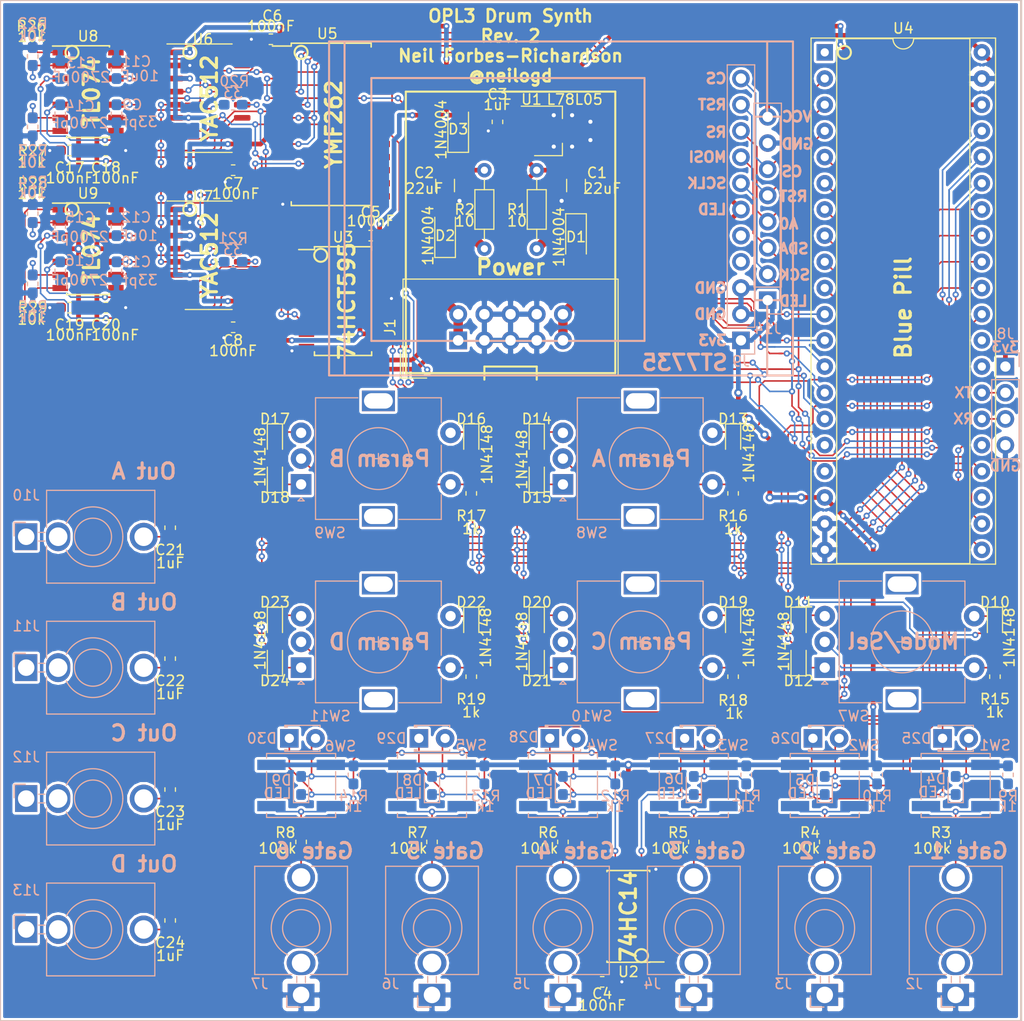
<source format=kicad_pcb>
(kicad_pcb (version 20171130) (host pcbnew 5.0.2-bee76a0~70~ubuntu18.04.1)
  (layers (0 F.Cu signal) (31 B.Cu signal) (34 B.Paste user hide) (35 F.Paste user hide) (36 B.SilkS user hide) (37 F.SilkS user) (38 B.Mask user hide) (39 F.Mask user hide) (44 Edge.Cuts user hide))
  (net 0 "")
  (net 1 "Net-(D13-Pad1)")
  (net 2 "Net-(R16-Pad1)")
  (net 3 "Net-(D14-Pad1)")
  (net 4 "Net-(D15-Pad1)")
  (net 5 "Net-(D18-Pad1)")
  (net 6 "Net-(R17-Pad1)")
  (net 7 "Net-(D17-Pad1)")
  (net 8 "Net-(D16-Pad1)")
  (net 9 "Net-(D19-Pad1)")
  (net 10 "Net-(R18-Pad1)")
  (net 11 "Net-(D20-Pad1)")
  (net 12 "Net-(D21-Pad1)")
  (net 13 "Net-(D24-Pad1)")
  (net 14 "Net-(R19-Pad1)")
  (net 15 "Net-(D23-Pad1)")
  (net 16 "Net-(D22-Pad1)")
  (net 17 "Net-(D10-Pad1)")
  (net 18 "Net-(R15-Pad1)")
  (net 19 "Net-(D11-Pad1)")
  (net 20 "Net-(D12-Pad1)")
  (net 21 "Net-(D1-Pad1)")
  (net 22 +12V)
  (net 23 -12V)
  (net 24 "Net-(D2-Pad2)")
  (net 25 "Net-(R21-Pad2)")
  (net 26 +3V3)
  (net 27 "Net-(R22-Pad2)")
  (net 28 "Net-(R5-Pad2)")
  (net 29 "Net-(J6-PadT)")
  (net 30 "Net-(J7-PadT)")
  (net 31 "Net-(R6-Pad2)")
  (net 32 "Net-(J4-PadT)")
  (net 33 "Net-(R3-Pad2)")
  (net 34 "Net-(R20-Pad2)")
  (net 35 "Net-(J5-PadT)")
  (net 36 "Net-(R4-Pad2)")
  (net 37 "Net-(R23-Pad2)")
  (net 38 "Net-(J3-PadT)")
  (net 39 "Net-(J2-PadT)")
  (net 40 R_C0)
  (net 41 R_C1)
  (net 42 R_C2)
  (net 43 R_C3)
  (net 44 R_C4)
  (net 45 +5V)
  (net 46 GND)
  (net 47 "Net-(U5-Pad2)")
  (net 48 RST)
  (net 49 A0)
  (net 50 A1)
  (net 51 CS)
  (net 52 "Net-(U5-Pad9)")
  (net 53 D0)
  (net 54 D1)
  (net 55 D2)
  (net 56 D3)
  (net 57 D4)
  (net 58 D5)
  (net 59 D6)
  (net 60 D7)
  (net 61 "Net-(U5-Pad19)")
  (net 62 "Net-(U5-Pad20)")
  (net 63 "Net-(U5-Pad21)")
  (net 64 "Net-(U5-Pad22)")
  (net 65 "Net-(U5-Pad23)")
  (net 66 CLK)
  (net 67 CH1)
  (net 68 CH2)
  (net 69 SWIN1)
  (net 70 AOUT1)
  (net 71 MP1)
  (net 72 "Net-(U6-Pad15)")
  (net 73 CV1)
  (net 74 CV2)
  (net 75 "Net-(U7-Pad15)")
  (net 76 MP2)
  (net 77 AOUT2)
  (net 78 SWIN2)
  (net 79 CH4)
  (net 80 CH3)
  (net 81 "Net-(U3-Pad9)")
  (net 82 SCLK)
  (net 83 NSS)
  (net 84 MOSI)
  (net 85 G0)
  (net 86 G1)
  (net 87 G2)
  (net 88 G3)
  (net 89 G4)
  (net 90 G5)
  (net 91 "Net-(U4-Pad1)")
  (net 92 LED_CS)
  (net 93 LED_RST)
  (net 94 "Net-(U4-Pad23)")
  (net 95 LED_RS)
  (net 96 "Net-(U4-Pad25)")
  (net 97 "Net-(J8-Pad3)")
  (net 98 "Net-(J8-Pad2)")
  (net 99 "Net-(U4-Pad28)")
  (net 100 "Net-(U4-Pad29)")
  (net 101 R_R0)
  (net 102 "Net-(U4-Pad16)")
  (net 103 R_R1)
  (net 104 "Net-(U4-Pad17)")
  (net 105 R_R2)
  (net 106 "Net-(D1-Pad2)")
  (net 107 "Net-(D2-Pad1)")
  (net 108 "Net-(J10-PadS)")
  (net 109 "Net-(J11-PadS)")
  (net 110 "Net-(J12-PadS)")
  (net 111 "Net-(J13-PadS)")
  (net 112 "Net-(R7-Pad2)")
  (net 113 "Net-(R8-Pad2)")
  (net 114 "Net-(J9-Pad4)")
  (net 115 "Net-(J9-Pad5)")
  (net 116 "Net-(C22-Pad1)")
  (net 117 "Net-(R25-Pad2)")
  (net 118 "Net-(C24-Pad1)")
  (net 119 "Net-(R24-Pad2)")
  (net 120 "Net-(C23-Pad1)")
  (net 121 "Net-(C21-Pad1)")
  (net 122 "Net-(C24-Pad2)")
  (net 123 "Net-(C21-Pad2)")
  (net 124 "Net-(C22-Pad2)")
  (net 125 "Net-(C23-Pad2)")
  (net 126 "Net-(D26-Pad2)")
  (net 127 "Net-(D25-Pad2)")
  (net 128 "Net-(D28-Pad2)")
  (net 129 "Net-(D29-Pad2)")
  (net 130 "Net-(D30-Pad2)")
  (net 131 "Net-(D27-Pad2)")
  (module LED_THT:LED_D1.8mm_W3.3mm_H2.4mm (layer B.Cu) (at 53.34 165.608)
    (fp_text reference D29 (at -2.667 0) (layer B.SilkS) (effects (justify mirror)))
    (fp_text value LED)
    (pad 2 thru_hole circle (at 2.54 0) (size 1.8 1.8) (drill 0.9) (layers *.Cu *.Mask) (net 129 "Net-(D29-Pad2)"))
    (pad 1 thru_hole rect (at 0 0) (size 1.8 1.8) (drill 0.9) (layers *.Cu *.Mask) (net 89 G4))
  )
  (module LED_THT:LED_D1.8mm_W3.3mm_H2.4mm (layer B.Cu) (at 66.04 165.608)
    (fp_text reference D28 (at -2.54 -0.127) (layer B.SilkS) (effects (justify mirror)))
    (fp_text value LED)
    (pad 2 thru_hole circle (at 2.54 0) (size 1.8 1.8) (drill 0.9) (layers *.Cu *.Mask) (net 128 "Net-(D28-Pad2)"))
    (pad 1 thru_hole rect (at 0 0) (size 1.8 1.8) (drill 0.9) (layers *.Cu *.Mask) (net 88 G3))
  )
  (module LED_THT:LED_D1.8mm_W3.3mm_H2.4mm (layer B.Cu) (at 40.767 165.608)
    (fp_text reference D30 (at -2.667 0) (layer B.SilkS) (effects (justify mirror)))
    (fp_text value LED)
    (pad 1 thru_hole rect (at 0 0) (size 1.8 1.8) (drill 0.9) (layers *.Cu *.Mask) (net 90 G5))
    (pad 2 thru_hole circle (at 2.54 0) (size 1.8 1.8) (drill 0.9) (layers *.Cu *.Mask) (net 130 "Net-(D30-Pad2)"))
  )
  (module LED_THT:LED_D1.8mm_W3.3mm_H2.4mm (layer B.Cu) (at 91.567 165.608)
    (fp_text reference D26 (at -2.667 0) (layer B.SilkS) (effects (justify mirror)))
    (fp_text value LED)
    (pad 1 thru_hole rect (at 0 0) (size 1.8 1.8) (drill 0.9) (layers *.Cu *.Mask) (net 86 G1))
    (pad 2 thru_hole circle (at 2.54 0) (size 1.8 1.8) (drill 0.9) (layers *.Cu *.Mask) (net 126 "Net-(D26-Pad2)"))
  )
  (module LED_THT:LED_D1.8mm_W3.3mm_H2.4mm (layer B.Cu) (at 104.14 165.608)
    (fp_text reference D25 (at -2.54 0) (layer B.SilkS) (effects (justify mirror)))
    (fp_text value LED)
    (pad 2 thru_hole circle (at 2.54 0) (size 1.8 1.8) (drill 0.9) (layers *.Cu *.Mask) (net 127 "Net-(D25-Pad2)"))
    (pad 1 thru_hole rect (at 0 0) (size 1.8 1.8) (drill 0.9) (layers *.Cu *.Mask) (net 85 G0))
  )
  (module LED_THT:LED_D1.8mm_W3.3mm_H2.4mm (layer B.Cu) (at 79.121 165.608)
    (fp_text reference D27 (at -2.413 0) (layer B.SilkS) (effects (justify mirror)))
    (fp_text value LED)
    (pad 1 thru_hole rect (at 0 0) (size 1.8 1.8) (drill 0.9) (layers *.Cu *.Mask) (net 87 G2))
    (pad 2 thru_hole circle (at 2.54 0) (size 1.8 1.8) (drill 0.9) (layers *.Cu *.Mask) (net 131 "Net-(D27-Pad2)"))
  )
  (module Rotary_Encoder:RotaryEncoder_Alps_EC11E-Switch_Vertical_H20mm (layer B.Cu) (at 92.71 158.75)
    (fp_text reference SW7 (at 2.8 4.7) (layer B.SilkS) (effects (justify mirror)))
    (fp_text value Rotary)
    (pad S1 thru_hole circle (at 14.5 -5) (size 2 2) (drill 1) (layers *.Cu *.Mask) (net 17 "Net-(D10-Pad1)"))
    (pad S2 thru_hole circle (at 14.5 0) (size 2 2) (drill 1) (layers *.Cu *.Mask) (net 18 "Net-(R15-Pad1)"))
    (pad MP thru_hole rect (at 7.5 -8.1) (size 3.2 2) (drill oval 2.8 1.5) (layers *.Cu *.Mask))
    (pad MP thru_hole rect (at 7.5 3.1) (size 3.2 2) (drill oval 2.8 1.5) (layers *.Cu *.Mask))
    (pad B thru_hole circle (at 0 -5) (size 2 2) (drill 1) (layers *.Cu *.Mask) (net 19 "Net-(D11-Pad1)"))
    (pad C thru_hole circle (at 0 -2.5) (size 2 2) (drill 1) (layers *.Cu *.Mask) (net 18 "Net-(R15-Pad1)"))
    (pad A thru_hole rect (at 0 0) (size 2 2) (drill 1) (layers *.Cu *.Mask) (net 20 "Net-(D12-Pad1)"))
  )
  (module LED_SMD:LED_0603_1608Metric_Pad1.05x0.95mm_HandSolder (layer B.Cu) (at 80.01 170.18 90)
    (fp_text reference D6 (at 0.635 -1.905 180) (layer B.SilkS) (effects (justify mirror)))
    (fp_text value LED (at -0.762 -2.286 180) (layer B.SilkS) (effects (justify mirror)))
    (pad 2 smd roundrect (at 0.875 0 90) (size 1.05 0.95) (layers B.Cu B.Paste B.Mask) (net 131 "Net-(D27-Pad2)"))
    (pad 1 smd roundrect (at -0.875 0 90) (size 1.05 0.95) (layers B.Cu B.Paste B.Mask) (net 87 G2))
  )
  (module Diode_SMD:D_SOD-123 (layer F.Cu) (at 68.58 116.97 270)
    (fp_text reference D1 (at -0.003 0) (layer F.SilkS))
    (fp_text value 1N4004 (at -0.003 1.651 270) (layer F.SilkS))
    (pad 1 smd rect (at -1.65 0 270) (size 0.9 1.2) (layers F.Cu F.Paste F.Mask) (net 21 "Net-(D1-Pad1)"))
    (pad 2 smd rect (at 1.65 0 270) (size 0.9 1.2) (layers F.Cu F.Paste F.Mask) (net 106 "Net-(D1-Pad2)"))
  )
  (module Diode_SMD:D_SOD-123 (layer F.Cu) (at 57.15 106.51 90)
    (fp_text reference D3 (at 0 0 180) (layer F.SilkS))
    (fp_text value 1N4004 (at -0.043 -1.651 90) (layer F.SilkS))
    (pad 2 smd rect (at 1.65 0 90) (size 0.9 1.2) (layers F.Cu F.Paste F.Mask) (net 45 +5V))
    (pad 1 smd rect (at -1.65 0 90) (size 0.9 1.2) (layers F.Cu F.Paste F.Mask) (net 22 +12V))
  )
  (module Diode_SMD:D_SOD-123 (layer F.Cu) (at 55.88 116.71 90)
    (fp_text reference D2 (at -0.13 0 180) (layer F.SilkS))
    (fp_text value 1N4004 (at -0.13 -1.651 90) (layer F.SilkS))
    (pad 1 smd rect (at -1.65 0 90) (size 0.9 1.2) (layers F.Cu F.Paste F.Mask) (net 107 "Net-(D2-Pad1)"))
    (pad 2 smd rect (at 1.65 0 90) (size 0.9 1.2) (layers F.Cu F.Paste F.Mask) (net 24 "Net-(D2-Pad2)"))
  )
  (module Connector_PinHeader_2.54mm:PinHeader_1x04_P2.54mm_Vertical (layer B.Cu) (at 110.236 129.54 180)
    (fp_text reference J8 (at 0 3.175 180) (layer B.SilkS) (effects (justify mirror)))
    (fp_text value Conn_01x04_Male)
    (pad 1 thru_hole rect (at 0 0 180) (size 1.7 1.7) (drill 1) (layers *.Cu *.Mask) (net 26 +3V3))
    (pad 2 thru_hole oval (at 0 -2.54 180) (size 1.7 1.7) (drill 1) (layers *.Cu *.Mask) (net 98 "Net-(J8-Pad2)"))
    (pad 3 thru_hole oval (at 0 -5.08 180) (size 1.7 1.7) (drill 1) (layers *.Cu *.Mask) (net 97 "Net-(J8-Pad3)"))
    (pad 4 thru_hole oval (at 0 -7.62 180) (size 1.7 1.7) (drill 1) (layers *.Cu *.Mask) (net 46 GND))
  )
  (module Capacitor_SMD:C_0603_1608Metric_Pad1.05x0.95mm_HandSolder (layer F.Cu) (at 29.21 170.575 270)
    (fp_text reference C23 (at 2.145 0) (layer F.SilkS))
    (fp_text value 1uF (at 3.415 0) (layer F.SilkS))
    (pad 2 smd roundrect (at 0.875 0 270) (size 1.05 0.95) (layers F.Cu F.Paste F.Mask) (net 125 "Net-(C23-Pad2)"))
    (pad 1 smd roundrect (at -0.875 0 270) (size 1.05 0.95) (layers F.Cu F.Paste F.Mask) (net 120 "Net-(C23-Pad1)"))
  )
  (module Capacitor_SMD:C_0603_1608Metric_Pad1.05x0.95mm_HandSolder (layer F.Cu) (at 29.21 183.275 270)
    (fp_text reference C24 (at 2.145 0) (layer F.SilkS))
    (fp_text value 1uF (at 3.415 0) (layer F.SilkS))
    (pad 1 smd roundrect (at -0.875 0 270) (size 1.05 0.95) (layers F.Cu F.Paste F.Mask) (net 118 "Net-(C24-Pad1)"))
    (pad 2 smd roundrect (at 0.875 0 270) (size 1.05 0.95) (layers F.Cu F.Paste F.Mask) (net 122 "Net-(C24-Pad2)"))
  )
  (module Capacitor_SMD:C_0603_1608Metric_Pad1.05x0.95mm_HandSolder (layer F.Cu) (at 29.21 157.875 270)
    (fp_text reference C22 (at 2.145 0) (layer F.SilkS))
    (fp_text value 1uF (at 3.415 0) (layer F.SilkS))
    (pad 2 smd roundrect (at 0.875 0 270) (size 1.05 0.95) (layers F.Cu F.Paste F.Mask) (net 124 "Net-(C22-Pad2)"))
    (pad 1 smd roundrect (at -0.875 0 270) (size 1.05 0.95) (layers F.Cu F.Paste F.Mask) (net 116 "Net-(C22-Pad1)"))
  )
  (module Capacitor_SMD:C_0603_1608Metric_Pad1.05x0.95mm_HandSolder (layer F.Cu) (at 29.21 145.175 270)
    (fp_text reference C21 (at 2.145 0 180) (layer F.SilkS))
    (fp_text value 1uF (at 3.415 0) (layer F.SilkS))
    (pad 1 smd roundrect (at -0.875 0 270) (size 1.05 0.95) (layers F.Cu F.Paste F.Mask) (net 121 "Net-(C21-Pad1)"))
    (pad 2 smd roundrect (at 0.875 0 270) (size 1.05 0.95) (layers F.Cu F.Paste F.Mask) (net 123 "Net-(C21-Pad2)"))
  )
  (module Resistor_SMD:R_0603_1608Metric_Pad1.05x0.95mm_HandSolder (layer B.Cu) (at 15.875 114.695 270)
    (fp_text reference R24 (at -3.062 0) (layer B.SilkS) (effects (justify mirror)))
    (fp_text value 10k (at -2.046 0) (layer B.SilkS) (effects (justify mirror)))
    (pad 2 smd roundrect (at 0.875 0 270) (size 1.05 0.95) (layers B.Cu B.Paste B.Mask) (net 119 "Net-(R24-Pad2)"))
    (pad 1 smd roundrect (at -0.875 0 270) (size 1.05 0.95) (layers B.Cu B.Paste B.Mask) (net 46 GND))
  )
  (module Resistor_SMD:R_0603_1608Metric_Pad1.05x0.95mm_HandSolder (layer B.Cu) (at 15.875 121.525 90)
    (fp_text reference R25 (at -2.173 0 180) (layer B.SilkS) (effects (justify mirror)))
    (fp_text value 10k (at -3.189 0 180) (layer B.SilkS) (effects (justify mirror)))
    (pad 1 smd roundrect (at -0.875 0 90) (size 1.05 0.95) (layers B.Cu B.Paste B.Mask) (net 46 GND))
    (pad 2 smd roundrect (at 0.875 0 90) (size 1.05 0.95) (layers B.Cu B.Paste B.Mask) (net 117 "Net-(R25-Pad2)"))
  )
  (module Resistor_SMD:R_0603_1608Metric_Pad1.05x0.95mm_HandSolder (layer F.Cu) (at 15.875 99.455 270)
    (fp_text reference R26 (at -2.935 0.127) (layer F.SilkS))
    (fp_text value 10k (at -1.919 0.127) (layer F.SilkS))
    (pad 2 smd roundrect (at 0.875 0 270) (size 1.05 0.95) (layers F.Cu F.Paste F.Mask) (net 27 "Net-(R22-Pad2)"))
    (pad 1 smd roundrect (at -0.875 0 270) (size 1.05 0.95) (layers F.Cu F.Paste F.Mask) (net 121 "Net-(C21-Pad1)"))
  )
  (module Resistor_SMD:R_0603_1608Metric_Pad1.05x0.95mm_HandSolder (layer F.Cu) (at 15.875 114.695 90)
    (fp_text reference R28 (at 2.935 0 180) (layer F.SilkS))
    (fp_text value 10k (at 1.919 -0.127 180) (layer F.SilkS))
    (pad 1 smd roundrect (at -0.875 0 90) (size 1.05 0.95) (layers F.Cu F.Paste F.Mask) (net 119 "Net-(R24-Pad2)"))
    (pad 2 smd roundrect (at 0.875 0 90) (size 1.05 0.95) (layers F.Cu F.Paste F.Mask) (net 120 "Net-(C23-Pad1)"))
  )
  (module Resistor_SMD:R_0603_1608Metric_Pad1.05x0.95mm_HandSolder (layer F.Cu) (at 15.875 121.525 90)
    (fp_text reference R29 (at -2.3 0) (layer F.SilkS))
    (fp_text value 10k (at -3.443 -0.127 180) (layer F.SilkS))
    (pad 2 smd roundrect (at 0.875 0 90) (size 1.05 0.95) (layers F.Cu F.Paste F.Mask) (net 117 "Net-(R25-Pad2)"))
    (pad 1 smd roundrect (at -0.875 0 90) (size 1.05 0.95) (layers F.Cu F.Paste F.Mask) (net 118 "Net-(C24-Pad1)"))
  )
  (module Resistor_SMD:R_0603_1608Metric_Pad1.05x0.95mm_HandSolder (layer F.Cu) (at 15.875 106.285 90)
    (fp_text reference R27 (at -2.3 0 180) (layer F.SilkS))
    (fp_text value 10k (at -3.443 -0.127 180) (layer F.SilkS))
    (pad 1 smd roundrect (at -0.875 0 90) (size 1.05 0.95) (layers F.Cu F.Paste F.Mask) (net 116 "Net-(C22-Pad1)"))
    (pad 2 smd roundrect (at 0.875 0 90) (size 1.05 0.95) (layers F.Cu F.Paste F.Mask) (net 37 "Net-(R23-Pad2)"))
  )
  (module Connector_IDC:IDC-Header_2x05_P2.54mm_Vertical (layer F.Cu) (at 57.15 127 90)
    (fp_text reference J1 (at 1.27 -6.604 90) (layer F.SilkS))
    (fp_text value Conn_02x05_Eurorack)
    (pad 1 thru_hole rect (at 0 0 90) (size 1.7272 1.7272) (drill 1.016) (layers *.Cu *.Mask) (net 107 "Net-(D2-Pad1)"))
    (pad 2 thru_hole oval (at 2.54 0 90) (size 1.7272 1.7272) (drill 1.016) (layers *.Cu *.Mask) (net 107 "Net-(D2-Pad1)"))
    (pad 3 thru_hole oval (at 0 2.54 90) (size 1.7272 1.7272) (drill 1.016) (layers *.Cu *.Mask) (net 46 GND))
    (pad 4 thru_hole oval (at 2.54 2.54 90) (size 1.7272 1.7272) (drill 1.016) (layers *.Cu *.Mask) (net 46 GND))
    (pad 5 thru_hole oval (at 0 5.08 90) (size 1.7272 1.7272) (drill 1.016) (layers *.Cu *.Mask) (net 46 GND))
    (pad 6 thru_hole oval (at 2.54 5.08 90) (size 1.7272 1.7272) (drill 1.016) (layers *.Cu *.Mask) (net 46 GND))
    (pad 7 thru_hole oval (at 0 7.62 90) (size 1.7272 1.7272) (drill 1.016) (layers *.Cu *.Mask) (net 46 GND))
    (pad 8 thru_hole oval (at 2.54 7.62 90) (size 1.7272 1.7272) (drill 1.016) (layers *.Cu *.Mask) (net 46 GND))
    (pad 9 thru_hole oval (at 0 10.16 90) (size 1.7272 1.7272) (drill 1.016) (layers *.Cu *.Mask) (net 106 "Net-(D1-Pad2)"))
    (pad 10 thru_hole oval (at 2.54 10.16 90) (size 1.7272 1.7272) (drill 1.016) (layers *.Cu *.Mask) (net 106 "Net-(D1-Pad2)"))
  )
  (module Connector_PinSocket_2.54mm:PinSocket_1x08_P2.54mm_Vertical (layer B.Cu) (at 87.175 123.1)
    (fp_text reference J14 (at 0 2.77) (layer B.SilkS) (effects (justify mirror)))
    (fp_text value Conn_01x08_Female)
    (pad 1 thru_hole rect (at 0 0) (size 1.7 1.7) (drill 1) (layers *.Cu *.Mask) (net 26 +3V3))
    (pad 2 thru_hole oval (at 0 -2.54) (size 1.7 1.7) (drill 1) (layers *.Cu *.Mask) (net 82 SCLK))
    (pad 3 thru_hole oval (at 0 -5.08) (size 1.7 1.7) (drill 1) (layers *.Cu *.Mask) (net 84 MOSI))
    (pad 4 thru_hole oval (at 0 -7.62) (size 1.7 1.7) (drill 1) (layers *.Cu *.Mask) (net 95 LED_RS))
    (pad 5 thru_hole oval (at 0 -10.16) (size 1.7 1.7) (drill 1) (layers *.Cu *.Mask) (net 93 LED_RST))
    (pad 6 thru_hole oval (at 0 -12.7) (size 1.7 1.7) (drill 1) (layers *.Cu *.Mask) (net 92 LED_CS))
    (pad 7 thru_hole oval (at 0 -15.24) (size 1.7 1.7) (drill 1) (layers *.Cu *.Mask) (net 46 GND))
    (pad 8 thru_hole oval (at 0 -17.78) (size 1.7 1.7) (drill 1) (layers *.Cu *.Mask) (net 26 +3V3))
  )
  (module Connector_PinSocket_2.54mm:PinSocket_1x11_P2.54mm_Vertical (layer B.Cu) (at 84.582 127)
    (fp_text reference J9 (at 0 2.032) (layer B.SilkS) (effects (justify mirror)))
    (fp_text value Conn_01x11_Female)
    (pad 1 thru_hole rect (at 0 0) (size 1.7 1.7) (drill 1) (layers *.Cu *.Mask) (net 26 +3V3))
    (pad 2 thru_hole oval (at 0 -2.54) (size 1.7 1.7) (drill 1) (layers *.Cu *.Mask) (net 46 GND))
    (pad 3 thru_hole oval (at 0 -5.08) (size 1.7 1.7) (drill 1) (layers *.Cu *.Mask) (net 46 GND))
    (pad 4 thru_hole oval (at 0 -7.62) (size 1.7 1.7) (drill 1) (layers *.Cu *.Mask) (net 114 "Net-(J9-Pad4)"))
    (pad 5 thru_hole oval (at 0 -10.16) (size 1.7 1.7) (drill 1) (layers *.Cu *.Mask) (net 115 "Net-(J9-Pad5)"))
    (pad 6 thru_hole oval (at 0 -12.7) (size 1.7 1.7) (drill 1) (layers *.Cu *.Mask) (net 26 +3V3))
    (pad 7 thru_hole oval (at 0 -15.24) (size 1.7 1.7) (drill 1) (layers *.Cu *.Mask) (net 82 SCLK))
    (pad 8 thru_hole oval (at 0 -17.78) (size 1.7 1.7) (drill 1) (layers *.Cu *.Mask) (net 84 MOSI))
    (pad 9 thru_hole oval (at 0 -20.32) (size 1.7 1.7) (drill 1) (layers *.Cu *.Mask) (net 95 LED_RS))
    (pad 10 thru_hole oval (at 0 -22.86) (size 1.7 1.7) (drill 1) (layers *.Cu *.Mask) (net 93 LED_RST))
    (pad 11 thru_hole oval (at 0 -25.4) (size 1.7 1.7) (drill 1) (layers *.Cu *.Mask) (net 92 LED_CS))
  )
  (module Package_SO:SOIC-16_4.55x10.3mm_P1.27mm (layer F.Cu) (at 32.945 103.505)
    (fp_text reference U6 (at -0.56 -5.715) (layer F.SilkS))
    (fp_text value YAC512)
    (pad 16 smd roundrect (at 3.25 -4.445) (size 1.6 0.55) (layers F.Cu F.Paste F.Mask) (net 73 CV1))
    (pad 15 smd roundrect (at 3.25 -3.175) (size 1.6 0.55) (layers F.Cu F.Paste F.Mask) (net 72 "Net-(U6-Pad15)"))
    (pad 14 smd roundrect (at 3.25 -1.905) (size 1.6 0.55) (layers F.Cu F.Paste F.Mask) (net 71 MP1))
    (pad 13 smd roundrect (at 3.25 -0.635) (size 1.6 0.55) (layers F.Cu F.Paste F.Mask) (net 70 AOUT1))
    (pad 12 smd roundrect (at 3.25 0.635) (size 1.6 0.55) (layers F.Cu F.Paste F.Mask) (net 34 "Net-(R20-Pad2)"))
    (pad 11 smd roundrect (at 3.25 1.905) (size 1.6 0.55) (layers F.Cu F.Paste F.Mask) (net 68 CH2))
    (pad 10 smd roundrect (at 3.25 3.175) (size 1.6 0.55) (layers F.Cu F.Paste F.Mask) (net 67 CH1))
    (pad 9 smd roundrect (at 3.25 4.445) (size 1.6 0.55) (layers F.Cu F.Paste F.Mask) (net 45 +5V))
    (pad 8 smd roundrect (at -3.25 4.445) (size 1.6 0.55) (layers F.Cu F.Paste F.Mask) (net 62 "Net-(U5-Pad20)"))
    (pad 7 smd roundrect (at -3.25 3.175) (size 1.6 0.55) (layers F.Cu F.Paste F.Mask) (net 61 "Net-(U5-Pad19)"))
    (pad 6 smd roundrect (at -3.25 1.905) (size 1.6 0.55) (layers F.Cu F.Paste F.Mask) (net 45 +5V))
    (pad 5 smd roundrect (at -3.25 0.635) (size 1.6 0.55) (layers F.Cu F.Paste F.Mask) (net 65 "Net-(U5-Pad23)"))
    (pad 4 smd roundrect (at -3.25 -0.635) (size 1.6 0.55) (layers F.Cu F.Paste F.Mask) (net 63 "Net-(U5-Pad21)"))
    (pad 3 smd roundrect (at -3.25 -1.905) (size 1.6 0.55) (layers F.Cu F.Paste F.Mask) (net 45 +5V))
    (pad 2 smd roundrect (at -3.25 -3.175) (size 1.6 0.55) (layers F.Cu F.Paste F.Mask) (net 46 GND))
    (pad 1 smd roundrect (at -3.25 -4.445) (size 1.6 0.55) (layers F.Cu F.Paste F.Mask) (net 45 +5V))
  )
  (module Rotary_Encoder:RotaryEncoder_Alps_EC11E-Switch_Vertical_H20mm (layer B.Cu) (at 41.91 140.97)
    (fp_text reference SW9 (at 2.8 4.7) (layer B.SilkS) (effects (justify mirror)))
    (fp_text value Rotary)
    (pad A thru_hole rect (at 0 0) (size 2 2) (drill 1) (layers *.Cu *.Mask) (net 5 "Net-(D18-Pad1)"))
    (pad C thru_hole circle (at 0 -2.5) (size 2 2) (drill 1) (layers *.Cu *.Mask) (net 6 "Net-(R17-Pad1)"))
    (pad B thru_hole circle (at 0 -5) (size 2 2) (drill 1) (layers *.Cu *.Mask) (net 7 "Net-(D17-Pad1)"))
    (pad MP thru_hole rect (at 7.5 3.1) (size 3.2 2) (drill oval 2.8 1.5) (layers *.Cu *.Mask))
    (pad MP thru_hole rect (at 7.5 -8.1) (size 3.2 2) (drill oval 2.8 1.5) (layers *.Cu *.Mask))
    (pad S2 thru_hole circle (at 14.5 0) (size 2 2) (drill 1) (layers *.Cu *.Mask) (net 6 "Net-(R17-Pad1)"))
    (pad S1 thru_hole circle (at 14.5 -5) (size 2 2) (drill 1) (layers *.Cu *.Mask) (net 8 "Net-(D16-Pad1)"))
  )
  (module Rotary_Encoder:RotaryEncoder_Alps_EC11E-Switch_Vertical_H20mm (layer B.Cu) (at 67.31 140.97)
    (fp_text reference SW8 (at 2.8 4.7) (layer B.SilkS) (effects (justify mirror)))
    (fp_text value Rotary)
    (pad A thru_hole rect (at 0 0) (size 2 2) (drill 1) (layers *.Cu *.Mask) (net 4 "Net-(D15-Pad1)"))
    (pad C thru_hole circle (at 0 -2.5) (size 2 2) (drill 1) (layers *.Cu *.Mask) (net 2 "Net-(R16-Pad1)"))
    (pad B thru_hole circle (at 0 -5) (size 2 2) (drill 1) (layers *.Cu *.Mask) (net 3 "Net-(D14-Pad1)"))
    (pad MP thru_hole rect (at 7.5 3.1) (size 3.2 2) (drill oval 2.8 1.5) (layers *.Cu *.Mask))
    (pad MP thru_hole rect (at 7.5 -8.1) (size 3.2 2) (drill oval 2.8 1.5) (layers *.Cu *.Mask))
    (pad S2 thru_hole circle (at 14.5 0) (size 2 2) (drill 1) (layers *.Cu *.Mask) (net 2 "Net-(R16-Pad1)"))
    (pad S1 thru_hole circle (at 14.5 -5) (size 2 2) (drill 1) (layers *.Cu *.Mask) (net 1 "Net-(D13-Pad1)"))
  )
  (module Resistor_SMD:R_0603_1608Metric_Pad1.05x0.95mm_HandSolder (layer B.Cu) (at 72.39 169.15 270)
    (fp_text reference R12 (at 2.046 0) (layer B.SilkS) (effects (justify mirror)))
    (fp_text value 1k (at 3.062 0) (layer B.SilkS) (effects (justify mirror)))
    (pad 2 smd roundrect (at 0.875 0 270) (size 1.05 0.95) (layers B.Cu B.Paste B.Mask) (net 128 "Net-(D28-Pad2)"))
    (pad 1 smd roundrect (at -0.875 0 270) (size 1.05 0.95) (layers B.Cu B.Paste B.Mask) (net 26 +3V3))
  )
  (module Connector_Audio:Jack_3.5mm_QingPu_WQP-PJ398SM_Vertical_CircularHoles_TS (layer B.Cu) (at 67.31 190.5)
    (fp_text reference J5 (at -4.03 -1.08 -180) (layer B.SilkS) (effects (justify mirror)))
    (fp_text value Jack)
    (pad T thru_hole circle (at 0 -11.4 180) (size 2.7 2.7) (drill 1.8) (layers *.Cu *.Mask) (net 35 "Net-(J5-PadT)"))
    (pad S thru_hole rect (at 0 0 180) (size 2.6 2.15) (drill 1.6) (layers *.Cu *.Mask) (net 46 GND))
    (pad "" thru_hole oval (at 0 -3.1 180) (size 2.8 2.35) (drill 1.8) (layers *.Cu *.Mask))
  )
  (module Button_Switch_SMD:SW_SPST_EVQP0 (layer B.Cu) (at 105.41 170.18 180)
    (fp_text reference SW1 (at -3.81 3.9 180) (layer B.SilkS) (effects (justify mirror)))
    (fp_text value SW_Push)
    (pad 2 smd rect (at 2.88 -2 180) (size 2.75 1) (layers B.Cu B.Paste B.Mask) (net 33 "Net-(R3-Pad2)"))
    (pad 2 smd rect (at -2.88 -2 180) (size 2.75 1) (layers B.Cu B.Paste B.Mask) (net 33 "Net-(R3-Pad2)"))
    (pad 1 smd rect (at -2.88 2 180) (size 2.75 1) (layers B.Cu B.Paste B.Mask) (net 26 +3V3))
    (pad 1 smd rect (at 2.88 2 180) (size 2.75 1) (layers B.Cu B.Paste B.Mask) (net 26 +3V3))
  )
  (module Button_Switch_SMD:SW_SPST_EVQP0 (layer B.Cu) (at 92.71 170.18 180)
    (fp_text reference SW2 (at -3.81 3.9 180) (layer B.SilkS) (effects (justify mirror)))
    (fp_text value SW_Push)
    (pad 1 smd rect (at 2.88 2 180) (size 2.75 1) (layers B.Cu B.Paste B.Mask) (net 26 +3V3))
    (pad 1 smd rect (at -2.88 2 180) (size 2.75 1) (layers B.Cu B.Paste B.Mask) (net 26 +3V3))
    (pad 2 smd rect (at -2.88 -2 180) (size 2.75 1) (layers B.Cu B.Paste B.Mask) (net 36 "Net-(R4-Pad2)"))
    (pad 2 smd rect (at 2.88 -2 180) (size 2.75 1) (layers B.Cu B.Paste B.Mask) (net 36 "Net-(R4-Pad2)"))
  )
  (module Button_Switch_SMD:SW_SPST_EVQP0 (layer B.Cu) (at 80.01 170.18 180)
    (fp_text reference SW3 (at -3.81 3.9 180) (layer B.SilkS) (effects (justify mirror)))
    (fp_text value SW_Push)
    (pad 2 smd rect (at 2.88 -2 180) (size 2.75 1) (layers B.Cu B.Paste B.Mask) (net 28 "Net-(R5-Pad2)"))
    (pad 2 smd rect (at -2.88 -2 180) (size 2.75 1) (layers B.Cu B.Paste B.Mask) (net 28 "Net-(R5-Pad2)"))
    (pad 1 smd rect (at -2.88 2 180) (size 2.75 1) (layers B.Cu B.Paste B.Mask) (net 26 +3V3))
    (pad 1 smd rect (at 2.88 2 180) (size 2.75 1) (layers B.Cu B.Paste B.Mask) (net 26 +3V3))
  )
  (module Button_Switch_SMD:SW_SPST_EVQP0 (layer B.Cu) (at 67.31 170.18 180)
    (fp_text reference SW4 (at -3.81 3.9 180) (layer B.SilkS) (effects (justify mirror)))
    (fp_text value SW_Push)
    (pad 1 smd rect (at 2.88 2 180) (size 2.75 1) (layers B.Cu B.Paste B.Mask) (net 26 +3V3))
    (pad 1 smd rect (at -2.88 2 180) (size 2.75 1) (layers B.Cu B.Paste B.Mask) (net 26 +3V3))
    (pad 2 smd rect (at -2.88 -2 180) (size 2.75 1) (layers B.Cu B.Paste B.Mask) (net 31 "Net-(R6-Pad2)"))
    (pad 2 smd rect (at 2.88 -2 180) (size 2.75 1) (layers B.Cu B.Paste B.Mask) (net 31 "Net-(R6-Pad2)"))
  )
  (module Button_Switch_SMD:SW_SPST_EVQP0 (layer B.Cu) (at 54.61 170.18 180)
    (fp_text reference SW5 (at -3.81 3.9 180) (layer B.SilkS) (effects (justify mirror)))
    (fp_text value SW_Push)
    (pad 2 smd rect (at 2.88 -2 180) (size 2.75 1) (layers B.Cu B.Paste B.Mask) (net 112 "Net-(R7-Pad2)"))
    (pad 2 smd rect (at -2.88 -2 180) (size 2.75 1) (layers B.Cu B.Paste B.Mask) (net 112 "Net-(R7-Pad2)"))
    (pad 1 smd rect (at -2.88 2 180) (size 2.75 1) (layers B.Cu B.Paste B.Mask) (net 26 +3V3))
    (pad 1 smd rect (at 2.88 2 180) (size 2.75 1) (layers B.Cu B.Paste B.Mask) (net 26 +3V3))
  )
  (module Button_Switch_SMD:SW_SPST_EVQP0 (layer B.Cu) (at 41.91 170.18 180)
    (fp_text reference SW6 (at -3.81 3.81 180) (layer B.SilkS) (effects (justify mirror)))
    (fp_text value SW_Push)
    (pad 1 smd rect (at 2.88 2 180) (size 2.75 1) (layers B.Cu B.Paste B.Mask) (net 26 +3V3))
    (pad 1 smd rect (at -2.88 2 180) (size 2.75 1) (layers B.Cu B.Paste B.Mask) (net 26 +3V3))
    (pad 2 smd rect (at -2.88 -2 180) (size 2.75 1) (layers B.Cu B.Paste B.Mask) (net 113 "Net-(R8-Pad2)"))
    (pad 2 smd rect (at 2.88 -2 180) (size 2.75 1) (layers B.Cu B.Paste B.Mask) (net 113 "Net-(R8-Pad2)"))
  )
  (module Capacitor_SMD:C_0603_1608Metric_Pad1.05x0.95mm_HandSolder (layer F.Cu) (at 60.96 105.805 270)
    (fp_text reference C3 (at -2.681 0) (layer F.SilkS))
    (fp_text value 1uF (at -1.665 0) (layer F.SilkS))
    (pad 1 smd roundrect (at -0.875 0 270) (size 1.05 0.95) (layers F.Cu F.Paste F.Mask) (net 45 +5V))
    (pad 2 smd roundrect (at 0.875 0 270) (size 1.05 0.95) (layers F.Cu F.Paste F.Mask) (net 46 GND))
  )
  (module Capacitor_SMD:C_1206_3216Metric_Pad1.42x1.75mm_HandSolder (layer F.Cu) (at 68.58 111.9775 270)
    (fp_text reference C1 (at -1.2335 -2.032) (layer F.SilkS))
    (fp_text value 22uF (at 0.2905 -2.54) (layer F.SilkS))
    (pad 1 smd roundrect (at -1.4875 0 270) (size 1.425 1.75) (layers F.Cu F.Paste F.Mask) (roundrect_rratio 0.175439) (net 22 +12V))
    (pad 2 smd roundrect (at 1.4875 0 270) (size 1.425 1.75) (layers F.Cu F.Paste F.Mask) (roundrect_rratio 0.175439) (net 46 GND))
  )
  (module LED_SMD:LED_0603_1608Metric_Pad1.05x0.95mm_HandSolder (layer B.Cu) (at 41.91 170.18 90)
    (fp_text reference D9 (at 0.508 -1.905 180) (layer B.SilkS) (effects (justify mirror)))
    (fp_text value LED (at -0.762 -2.286 180) (layer B.SilkS) (effects (justify mirror)))
    (pad 1 smd roundrect (at -0.875 0 90) (size 1.05 0.95) (layers B.Cu B.Paste B.Mask) (net 90 G5))
    (pad 2 smd roundrect (at 0.875 0 90) (size 1.05 0.95) (layers B.Cu B.Paste B.Mask) (net 130 "Net-(D30-Pad2)"))
  )
  (module Package_SO:SOIC-14_3.9x8.7mm_P1.27mm (layer F.Cu) (at 73.66 182.88 180)
    (fp_text reference U2 (at 0 -5.375 180) (layer F.SilkS))
    (fp_text value 74HC14)
    (pad 14 smd rect (at 2.7 -3.81 180) (size 1.5 0.6) (layers F.Cu F.Paste F.Mask) (net 26 +3V3))
    (pad 13 smd rect (at 2.7 -2.54 180) (size 1.5 0.6) (layers F.Cu F.Paste F.Mask) (net 113 "Net-(R8-Pad2)"))
    (pad 12 smd rect (at 2.7 -1.27 180) (size 1.5 0.6) (layers F.Cu F.Paste F.Mask) (net 90 G5))
    (pad 11 smd rect (at 2.7 0 180) (size 1.5 0.6) (layers F.Cu F.Paste F.Mask) (net 112 "Net-(R7-Pad2)"))
    (pad 10 smd rect (at 2.7 1.27 180) (size 1.5 0.6) (layers F.Cu F.Paste F.Mask) (net 89 G4))
    (pad 9 smd rect (at 2.7 2.54 180) (size 1.5 0.6) (layers F.Cu F.Paste F.Mask) (net 31 "Net-(R6-Pad2)"))
    (pad 8 smd rect (at 2.7 3.81 180) (size 1.5 0.6) (layers F.Cu F.Paste F.Mask) (net 88 G3))
    (pad 7 smd rect (at -2.7 3.81 180) (size 1.5 0.6) (layers F.Cu F.Paste F.Mask) (net 46 GND))
    (pad 6 smd rect (at -2.7 2.54 180) (size 1.5 0.6) (layers F.Cu F.Paste F.Mask) (net 87 G2))
    (pad 5 smd rect (at -2.7 1.27 180) (size 1.5 0.6) (layers F.Cu F.Paste F.Mask) (net 28 "Net-(R5-Pad2)"))
    (pad 4 smd rect (at -2.7 0 180) (size 1.5 0.6) (layers F.Cu F.Paste F.Mask) (net 86 G1))
    (pad 3 smd rect (at -2.7 -1.27 180) (size 1.5 0.6) (layers F.Cu F.Paste F.Mask) (net 36 "Net-(R4-Pad2)"))
    (pad 2 smd rect (at -2.7 -2.54 180) (size 1.5 0.6) (layers F.Cu F.Paste F.Mask) (net 85 G0))
    (pad 1 smd rect (at -2.7 -3.81 180) (size 1.5 0.6) (layers F.Cu F.Paste F.Mask) (net 33 "Net-(R3-Pad2)"))
  )
  (module Package_TO_SOT_SMD:SOT-89-3_Handsoldering (layer F.Cu) (at 65.48 106.68)
    (fp_text reference U1 (at -1.218 -3.048) (layer F.SilkS))
    (fp_text value L78L05 (at 2.973 -3.048) (layer F.SilkS))
    (pad 1 smd rect (at -1.98 -1.5 270) (size 1 2.5) (layers F.Cu F.Paste F.Mask) (net 45 +5V))
    (pad 2 smd rect (at -1.98 0 270) (size 1 2.5) (layers F.Cu F.Paste F.Mask) (net 46 GND))
    (pad 3 smd rect (at -1.98 1.5 270) (size 1 2.5) (layers F.Cu F.Paste F.Mask) (net 22 +12V))
    (pad 2 smd rect (at 1.98 0 270) (size 2 4) (layers F.Cu F.Paste F.Mask) (net 46 GND))
    (pad 2 smd trapezoid (at -0.37 0 90) (size 1.5 0.75) (rect_delta 0 0.5) (layers F.Cu F.Paste F.Mask) (net 46 GND))
  )
  (module Resistor_SMD:R_0603_1608Metric_Pad1.05x0.95mm_HandSolder (layer F.Cu) (at 41.91 175.655 90)
    (fp_text reference R8 (at 0.903 -1.524 180) (layer F.SilkS))
    (fp_text value 100k (at -0.621 -2.286 180) (layer F.SilkS))
    (pad 2 smd roundrect (at 0.875 0 90) (size 1.05 0.95) (layers F.Cu F.Paste F.Mask) (net 113 "Net-(R8-Pad2)"))
    (pad 1 smd roundrect (at -0.875 0 90) (size 1.05 0.95) (layers F.Cu F.Paste F.Mask) (net 30 "Net-(J7-PadT)"))
  )
  (module Resistor_SMD:R_0603_1608Metric_Pad1.05x0.95mm_HandSolder (layer F.Cu) (at 54.61 175.655 90)
    (fp_text reference R7 (at 0.903 -1.43 180) (layer F.SilkS))
    (fp_text value 100k (at -0.621 -2.286 180) (layer F.SilkS))
    (pad 1 smd roundrect (at -0.875 0 90) (size 1.05 0.95) (layers F.Cu F.Paste F.Mask) (net 29 "Net-(J6-PadT)"))
    (pad 2 smd roundrect (at 0.875 0 90) (size 1.05 0.95) (layers F.Cu F.Paste F.Mask) (net 112 "Net-(R7-Pad2)"))
  )
  (module Resistor_THT:R_Axial_DIN0204_L3.6mm_D1.6mm_P7.62mm_Horizontal (layer F.Cu) (at 64.77 118.11 90)
    (fp_text reference R1 (at 3.81 -1.92 180) (layer F.SilkS))
    (fp_text value 10 (at 2.667 -1.905 180) (layer F.SilkS))
    (pad 2 thru_hole oval (at 7.62 0 90) (size 1.4 1.4) (drill 0.7) (layers *.Cu *.Mask) (net 22 +12V))
    (pad 1 thru_hole circle (at 0 0 90) (size 1.4 1.4) (drill 0.7) (layers *.Cu *.Mask) (net 21 "Net-(D1-Pad1)"))
  )
  (module Resistor_THT:R_Axial_DIN0204_L3.6mm_D1.6mm_P7.62mm_Horizontal (layer F.Cu) (at 59.69 118.11 90)
    (fp_text reference R2 (at 3.81 -1.92 180) (layer F.SilkS))
    (fp_text value 10 (at 2.667 -1.905 180) (layer F.SilkS))
    (pad 1 thru_hole circle (at 0 0 90) (size 1.4 1.4) (drill 0.7) (layers *.Cu *.Mask) (net 24 "Net-(D2-Pad2)"))
    (pad 2 thru_hole oval (at 7.62 0 90) (size 1.4 1.4) (drill 0.7) (layers *.Cu *.Mask) (net 23 -12V))
  )
  (module Capacitor_SMD:C_0603_1608Metric_Pad1.05x0.95mm_HandSolder (layer B.Cu) (at 24.003 120.255 270)
    (fp_text reference C10 (at -0.875 -1.905) (layer B.SilkS) (effects (justify mirror)))
    (fp_text value 33pf (at 0.903 -2.286) (layer B.SilkS) (effects (justify mirror)))
    (pad 1 smd roundrect (at -0.875 0 270) (size 1.05 0.95) (layers B.Cu B.Paste B.Mask) (net 77 AOUT2))
    (pad 2 smd roundrect (at 0.875 0 270) (size 1.05 0.95) (layers B.Cu B.Paste B.Mask) (net 46 GND))
  )
  (module Capacitor_SMD:C_0603_1608Metric_Pad1.05x0.95mm_HandSolder (layer F.Cu) (at 22.973 123.825 180)
    (fp_text reference C20 (at 0 -1.651 180) (layer F.SilkS))
    (fp_text value 100nF (at -0.903 -2.667 180) (layer F.SilkS))
    (pad 2 smd roundrect (at 0.875 0 180) (size 1.05 0.95) (layers F.Cu F.Paste F.Mask) (net 23 -12V))
    (pad 1 smd roundrect (at -0.875 0 180) (size 1.05 0.95) (layers F.Cu F.Paste F.Mask) (net 46 GND))
  )
  (module Capacitor_SMD:C_0603_1608Metric_Pad1.05x0.95mm_HandSolder (layer F.Cu) (at 71.12 189.23)
    (fp_text reference C4 (at 0 1.143) (layer F.SilkS))
    (fp_text value 100nF (at 0 2.286) (layer F.SilkS))
    (pad 2 smd roundrect (at 0.875 0) (size 1.05 0.95) (layers F.Cu F.Paste F.Mask) (net 46 GND))
    (pad 1 smd roundrect (at -0.875 0) (size 1.05 0.95) (layers F.Cu F.Paste F.Mask) (net 26 +3V3))
  )
  (module Capacitor_SMD:C_0603_1608Metric_Pad1.05x0.95mm_HandSolder (layer F.Cu) (at 48.655 116.84 180)
    (fp_text reference C5 (at 0 2.286 180) (layer F.SilkS))
    (fp_text value 100nF (at 0 1.43 180) (layer F.SilkS))
    (pad 2 smd roundrect (at 0.875 0 180) (size 1.05 0.95) (layers F.Cu F.Paste F.Mask) (net 46 GND))
    (pad 1 smd roundrect (at -0.875 0 180) (size 1.05 0.95) (layers F.Cu F.Paste F.Mask) (net 45 +5V))
  )
  (module Capacitor_SMD:C_0603_1608Metric_Pad1.05x0.95mm_HandSolder (layer F.Cu) (at 38.975 97.79 180)
    (fp_text reference C6 (at -0.141 2.286 180) (layer F.SilkS))
    (fp_text value 100nF (at 0 1.27 180) (layer F.SilkS))
    (pad 1 smd roundrect (at -0.875 0 180) (size 1.05 0.95) (layers F.Cu F.Paste F.Mask) (net 45 +5V))
    (pad 2 smd roundrect (at 0.875 0 180) (size 1.05 0.95) (layers F.Cu F.Paste F.Mask) (net 46 GND))
  )
  (module Capacitor_SMD:C_0603_1608Metric_Pad1.05x0.95mm_HandSolder (layer F.Cu) (at 35.32 110.49 180)
    (fp_text reference C7 (at 0 -1.27 180) (layer F.SilkS))
    (fp_text value 100nF (at -0.24 -2.286 180) (layer F.SilkS))
    (pad 2 smd roundrect (at 0.875 0 180) (size 1.05 0.95) (layers F.Cu F.Paste F.Mask) (net 46 GND))
    (pad 1 smd roundrect (at -0.875 0 180) (size 1.05 0.95) (layers F.Cu F.Paste F.Mask) (net 45 +5V))
  )
  (module Capacitor_SMD:C_0603_1608Metric_Pad1.05x0.95mm_HandSolder (layer F.Cu) (at 35.32 125.73 180)
    (fp_text reference C8 (at 0.014 -1.27 180) (layer F.SilkS))
    (fp_text value 100nF (at 0.014 -2.286 180) (layer F.SilkS))
    (pad 2 smd roundrect (at 0.875 0 180) (size 1.05 0.95) (layers F.Cu F.Paste F.Mask) (net 46 GND))
    (pad 1 smd roundrect (at -0.875 0 180) (size 1.05 0.95) (layers F.Cu F.Paste F.Mask) (net 45 +5V))
  )
  (module Capacitor_SMD:C_0603_1608Metric_Pad1.05x0.95mm_HandSolder (layer B.Cu) (at 24.003 105.015 270)
    (fp_text reference C9 (at -0.875 -1.524) (layer B.SilkS) (effects (justify mirror)))
    (fp_text value 33pf (at 0.776 -2.286) (layer B.SilkS) (effects (justify mirror)))
    (pad 1 smd roundrect (at -0.875 0 270) (size 1.05 0.95) (layers B.Cu B.Paste B.Mask) (net 70 AOUT1))
    (pad 2 smd roundrect (at 0.875 0 270) (size 1.05 0.95) (layers B.Cu B.Paste B.Mask) (net 46 GND))
  )
  (module Capacitor_SMD:C_0603_1608Metric_Pad1.05x0.95mm_HandSolder (layer F.Cu) (at 19.445 123.825 180)
    (fp_text reference C19 (at 0 -1.651 180) (layer F.SilkS))
    (fp_text value 100nF (at 0 -2.667 180) (layer F.SilkS))
    (pad 2 smd roundrect (at 0.875 0 180) (size 1.05 0.95) (layers F.Cu F.Paste F.Mask) (net 46 GND))
    (pad 1 smd roundrect (at -0.875 0 180) (size 1.05 0.95) (layers F.Cu F.Paste F.Mask) (net 22 +12V))
  )
  (module Capacitor_SMD:C_0603_1608Metric_Pad1.05x0.95mm_HandSolder (layer B.Cu) (at 24.003 100.725 90)
    (fp_text reference C11 (at 0.776 1.905 180) (layer B.SilkS) (effects (justify mirror)))
    (fp_text value 10uF (at -0.621 2.286 180) (layer B.SilkS) (effects (justify mirror)))
    (pad 1 smd roundrect (at -0.875 0 90) (size 1.05 0.95) (layers B.Cu B.Paste B.Mask) (net 73 CV1))
    (pad 2 smd roundrect (at 0.875 0 90) (size 1.05 0.95) (layers B.Cu B.Paste B.Mask) (net 46 GND))
  )
  (module Capacitor_SMD:C_0603_1608Metric_Pad1.05x0.95mm_HandSolder (layer B.Cu) (at 24.003 115.965 90)
    (fp_text reference C12 (at 0.903 1.905 180) (layer B.SilkS) (effects (justify mirror)))
    (fp_text value 10uF (at -0.875 2.159) (layer B.SilkS) (effects (justify mirror)))
    (pad 1 smd roundrect (at -0.875 0 90) (size 1.05 0.95) (layers B.Cu B.Paste B.Mask) (net 74 CV2))
    (pad 2 smd roundrect (at 0.875 0 90) (size 1.05 0.95) (layers B.Cu B.Paste B.Mask) (net 46 GND))
  )
  (module Capacitor_SMD:C_0603_1608Metric_Pad1.05x0.95mm_HandSolder (layer B.Cu) (at 18.542 100.725 90)
    (fp_text reference C13 (at 0.649 2.032 180) (layer B.SilkS) (effects (justify mirror)))
    (fp_text value 2700pF (at -0.748 2.032 180) (layer B.SilkS) (effects (justify mirror)))
    (pad 2 smd roundrect (at 0.875 0 90) (size 1.05 0.95) (layers B.Cu B.Paste B.Mask) (net 46 GND))
    (pad 1 smd roundrect (at -0.875 0 90) (size 1.05 0.95) (layers B.Cu B.Paste B.Mask) (net 67 CH1))
  )
  (module Capacitor_SMD:C_0603_1608Metric_Pad1.05x0.95mm_HandSolder (layer B.Cu) (at 18.542 105.015 270)
    (fp_text reference C14 (at -0.748 -1.905) (layer B.SilkS) (effects (justify mirror)))
    (fp_text value 2700pF (at 0.903 -1.905) (layer B.SilkS) (effects (justify mirror)))
    (pad 2 smd roundrect (at 0.875 0 270) (size 1.05 0.95) (layers B.Cu B.Paste B.Mask) (net 46 GND))
    (pad 1 smd roundrect (at -0.875 0 270) (size 1.05 0.95) (layers B.Cu B.Paste B.Mask) (net 68 CH2))
  )
  (module Capacitor_SMD:C_0603_1608Metric_Pad1.05x0.95mm_HandSolder (layer B.Cu) (at 18.542 115.965 90)
    (fp_text reference C15 (at 0.903 1.905 180) (layer B.SilkS) (effects (justify mirror)))
    (fp_text value 2700pF (at -1.002 1.905) (layer B.SilkS) (effects (justify mirror)))
    (pad 2 smd roundrect (at 0.875 0 90) (size 1.05 0.95) (layers B.Cu B.Paste B.Mask) (net 46 GND))
    (pad 1 smd roundrect (at -0.875 0 90) (size 1.05 0.95) (layers B.Cu B.Paste B.Mask) (net 80 CH3))
  )
  (module Capacitor_SMD:C_0603_1608Metric_Pad1.05x0.95mm_HandSolder (layer B.Cu) (at 18.542 120.255 270)
    (fp_text reference C16 (at -1.002 -1.905) (layer B.SilkS) (effects (justify mirror)))
    (fp_text value 2700pF (at 0.903 -1.905) (layer B.SilkS) (effects (justify mirror)))
    (pad 2 smd roundrect (at 0.875 0 270) (size 1.05 0.95) (layers B.Cu B.Paste B.Mask) (net 46 GND))
    (pad 1 smd roundrect (at -0.875 0 270) (size 1.05 0.95) (layers B.Cu B.Paste B.Mask) (net 79 CH4))
  )
  (module Capacitor_SMD:C_0603_1608Metric_Pad1.05x0.95mm_HandSolder (layer F.Cu) (at 19.445 108.580257 180)
    (fp_text reference C17 (at 0 -1.655743 180) (layer F.SilkS))
    (fp_text value 100nF (at 0 -2.671743 180) (layer F.SilkS))
    (pad 1 smd roundrect (at -0.875 0 180) (size 1.05 0.95) (layers F.Cu F.Paste F.Mask) (net 22 +12V))
    (pad 2 smd roundrect (at 0.875 0 180) (size 1.05 0.95) (layers F.Cu F.Paste F.Mask) (net 46 GND))
  )
  (module Capacitor_SMD:C_0603_1608Metric_Pad1.05x0.95mm_HandSolder (layer F.Cu) (at 22.973 108.580257 180)
    (fp_text reference C18 (at 0 -1.655743 180) (layer F.SilkS))
    (fp_text value 100nF (at -0.903 -2.671743 180) (layer F.SilkS))
    (pad 1 smd roundrect (at -0.875 0 180) (size 1.05 0.95) (layers F.Cu F.Paste F.Mask) (net 46 GND))
    (pad 2 smd roundrect (at 0.875 0 180) (size 1.05 0.95) (layers F.Cu F.Paste F.Mask) (net 23 -12V))
  )
  (module Capacitor_SMD:C_1206_3216Metric_Pad1.42x1.75mm_HandSolder (layer F.Cu) (at 55.88 111.9775 90)
    (fp_text reference C2 (at 1.2335 -2.032 180) (layer F.SilkS))
    (fp_text value 22uF (at -0.2905 -2.032 180) (layer F.SilkS))
    (pad 2 smd roundrect (at 1.4875 0 90) (size 1.425 1.75) (layers F.Cu F.Paste F.Mask) (roundrect_rratio 0.175439) (net 23 -12V))
    (pad 1 smd roundrect (at -1.4875 0 90) (size 1.425 1.75) (layers F.Cu F.Paste F.Mask) (roundrect_rratio 0.175439) (net 46 GND))
  )
  (module Connector_Audio:Jack_3.5mm_QingPu_WQP-PJ398SM_Vertical_CircularHoles_TS (layer B.Cu) (at 15.24 184.15 270)
    (fp_text reference J13 (at -3.81 0 180) (layer B.SilkS) (effects (justify mirror)))
    (fp_text value Jack)
    (pad T thru_hole circle (at 0 -11.4 90) (size 2.7 2.7) (drill 1.8) (layers *.Cu *.Mask) (net 122 "Net-(C24-Pad2)"))
    (pad S thru_hole rect (at 0 0 90) (size 2.6 2.15) (drill 1.6) (layers *.Cu *.Mask) (net 111 "Net-(J13-PadS)"))
    (pad "" thru_hole oval (at 0 -3.1 90) (size 2.8 2.35) (drill 1.8) (layers *.Cu *.Mask))
  )
  (module Connector_Audio:Jack_3.5mm_QingPu_WQP-PJ398SM_Vertical_CircularHoles_TS (layer B.Cu) (at 41.91 190.5)
    (fp_text reference J7 (at -4.03 -1.08 -180) (layer B.SilkS) (effects (justify mirror)))
    (fp_text value Jack)
    (pad T thru_hole circle (at 0 -11.4 180) (size 2.7 2.7) (drill 1.8) (layers *.Cu *.Mask) (net 30 "Net-(J7-PadT)"))
    (pad S thru_hole rect (at 0 0 180) (size 2.6 2.15) (drill 1.6) (layers *.Cu *.Mask) (net 46 GND))
    (pad "" thru_hole oval (at 0 -3.1 180) (size 2.8 2.35) (drill 1.8) (layers *.Cu *.Mask))
  )
  (module Connector_Audio:Jack_3.5mm_QingPu_WQP-PJ398SM_Vertical_CircularHoles_TS (layer B.Cu) (at 15.24 171.45 270)
    (fp_text reference J12 (at -4.03 0 180) (layer B.SilkS) (effects (justify mirror)))
    (fp_text value Jack)
    (pad T thru_hole circle (at 0 -11.4 90) (size 2.7 2.7) (drill 1.8) (layers *.Cu *.Mask) (net 125 "Net-(C23-Pad2)"))
    (pad S thru_hole rect (at 0 0 90) (size 2.6 2.15) (drill 1.6) (layers *.Cu *.Mask) (net 110 "Net-(J12-PadS)"))
    (pad "" thru_hole oval (at 0 -3.1 90) (size 2.8 2.35) (drill 1.8) (layers *.Cu *.Mask))
  )
  (module Connector_Audio:Jack_3.5mm_QingPu_WQP-PJ398SM_Vertical_CircularHoles_TS (layer B.Cu) (at 15.24 158.75 270)
    (fp_text reference J11 (at -4.03 0 180) (layer B.SilkS) (effects (justify mirror)))
    (fp_text value Jack)
    (pad T thru_hole circle (at 0 -11.4 90) (size 2.7 2.7) (drill 1.8) (layers *.Cu *.Mask) (net 124 "Net-(C22-Pad2)"))
    (pad S thru_hole rect (at 0 0 90) (size 2.6 2.15) (drill 1.6) (layers *.Cu *.Mask) (net 109 "Net-(J11-PadS)"))
    (pad "" thru_hole oval (at 0 -3.1 90) (size 2.8 2.35) (drill 1.8) (layers *.Cu *.Mask))
  )
  (module Connector_Audio:Jack_3.5mm_QingPu_WQP-PJ398SM_Vertical_CircularHoles_TS (layer B.Cu) (at 15.24 146.05 270)
    (fp_text reference J10 (at -4.03 0 180) (layer B.SilkS) (effects (justify mirror)))
    (fp_text value Jack)
    (pad T thru_hole circle (at 0 -11.4 90) (size 2.7 2.7) (drill 1.8) (layers *.Cu *.Mask) (net 123 "Net-(C21-Pad2)"))
    (pad S thru_hole rect (at 0 0 90) (size 2.6 2.15) (drill 1.6) (layers *.Cu *.Mask) (net 108 "Net-(J10-PadS)"))
    (pad "" thru_hole oval (at 0 -3.1 90) (size 2.8 2.35) (drill 1.8) (layers *.Cu *.Mask))
  )
  (module Connector_Audio:Jack_3.5mm_QingPu_WQP-PJ398SM_Vertical_CircularHoles_TS (layer B.Cu) (at 54.61 190.5)
    (fp_text reference J6 (at -4.03 -1.08 -180) (layer B.SilkS) (effects (justify mirror)))
    (fp_text value Jack)
    (pad T thru_hole circle (at 0 -11.4 180) (size 2.7 2.7) (drill 1.8) (layers *.Cu *.Mask) (net 29 "Net-(J6-PadT)"))
    (pad S thru_hole rect (at 0 0 180) (size 2.6 2.15) (drill 1.6) (layers *.Cu *.Mask) (net 46 GND))
    (pad "" thru_hole oval (at 0 -3.1 180) (size 2.8 2.35) (drill 1.8) (layers *.Cu *.Mask))
  )
  (module Connector_Audio:Jack_3.5mm_QingPu_WQP-PJ398SM_Vertical_CircularHoles_TS (layer B.Cu) (at 80.01 190.5)
    (fp_text reference J4 (at -4.03 -1.08 -180) (layer B.SilkS) (effects (justify mirror)))
    (fp_text value Jack)
    (pad T thru_hole circle (at 0 -11.4 180) (size 2.7 2.7) (drill 1.8) (layers *.Cu *.Mask) (net 32 "Net-(J4-PadT)"))
    (pad S thru_hole rect (at 0 0 180) (size 2.6 2.15) (drill 1.6) (layers *.Cu *.Mask) (net 46 GND))
    (pad "" thru_hole oval (at 0 -3.1 180) (size 2.8 2.35) (drill 1.8) (layers *.Cu *.Mask))
  )
  (module Connector_Audio:Jack_3.5mm_QingPu_WQP-PJ398SM_Vertical_CircularHoles_TS (layer B.Cu) (at 92.71 190.5)
    (fp_text reference J3 (at -4.03 -1.08 -180) (layer B.SilkS) (effects (justify mirror)))
    (fp_text value Jack)
    (pad T thru_hole circle (at 0 -11.4 180) (size 2.7 2.7) (drill 1.8) (layers *.Cu *.Mask) (net 38 "Net-(J3-PadT)"))
    (pad S thru_hole rect (at 0 0 180) (size 2.6 2.15) (drill 1.6) (layers *.Cu *.Mask) (net 46 GND))
    (pad "" thru_hole oval (at 0 -3.1 180) (size 2.8 2.35) (drill 1.8) (layers *.Cu *.Mask))
  )
  (module Connector_Audio:Jack_3.5mm_QingPu_WQP-PJ398SM_Vertical_CircularHoles_TS (layer B.Cu) (at 105.41 190.5)
    (fp_text reference J2 (at -4.03 -1.08 -180) (layer B.SilkS) (effects (justify mirror)))
    (fp_text value Jack)
    (pad T thru_hole circle (at 0 -11.4 180) (size 2.7 2.7) (drill 1.8) (layers *.Cu *.Mask) (net 39 "Net-(J2-PadT)"))
    (pad S thru_hole rect (at 0 0 180) (size 2.6 2.15) (drill 1.6) (layers *.Cu *.Mask) (net 46 GND))
    (pad "" thru_hole oval (at 0 -3.1 180) (size 2.8 2.35) (drill 1.8) (layers *.Cu *.Mask))
  )
  (module Diode_SMD:D_0603_1608Metric_Pad1.05x0.95mm_HandSolder (layer F.Cu) (at 39.37 154.545 270)
    (fp_text reference D23 (at -2.145 0) (layer F.SilkS))
    (fp_text value 1N4148 (at 1.538 1.43 270) (layer F.SilkS))
    (pad 2 smd roundrect (at 0.875 0 270) (size 1.05 0.95) (layers F.Cu F.Paste F.Mask) (net 101 R_R0))
    (pad 1 smd roundrect (at -0.875 0 270) (size 1.05 0.95) (layers F.Cu F.Paste F.Mask) (net 15 "Net-(D23-Pad1)"))
  )
  (module Diode_SMD:D_0603_1608Metric_Pad1.05x0.95mm_HandSolder (layer F.Cu) (at 90.17 157.875 90)
    (fp_text reference D12 (at -2.145 0 180) (layer F.SilkS))
    (fp_text value 1N4148)
    (pad 2 smd roundrect (at 0.875 0 90) (size 1.05 0.95) (layers F.Cu F.Paste F.Mask) (net 103 R_R1))
    (pad 1 smd roundrect (at -0.875 0 90) (size 1.05 0.95) (layers F.Cu F.Paste F.Mask) (net 20 "Net-(D12-Pad1)"))
  )
  (module Diode_SMD:D_0603_1608Metric_Pad1.05x0.95mm_HandSolder (layer F.Cu) (at 64.77 140.095 90)
    (fp_text reference D15 (at -2.145 0 180) (layer F.SilkS))
    (fp_text value 1N4148)
    (pad 1 smd roundrect (at -0.875 0 90) (size 1.05 0.95) (layers F.Cu F.Paste F.Mask) (net 4 "Net-(D15-Pad1)"))
    (pad 2 smd roundrect (at 0.875 0 90) (size 1.05 0.95) (layers F.Cu F.Paste F.Mask) (net 103 R_R1))
  )
  (module Diode_SMD:D_0603_1608Metric_Pad1.05x0.95mm_HandSolder (layer F.Cu) (at 109.22 154.545 270)
    (fp_text reference D10 (at -2.145 0) (layer F.SilkS))
    (fp_text value 1N4148 (at 1.284 -1.397 270) (layer F.SilkS))
    (pad 2 smd roundrect (at 0.875 0 270) (size 1.05 0.95) (layers F.Cu F.Paste F.Mask) (net 105 R_R2))
    (pad 1 smd roundrect (at -0.875 0 270) (size 1.05 0.95) (layers F.Cu F.Paste F.Mask) (net 17 "Net-(D10-Pad1)"))
  )
  (module Diode_SMD:D_0603_1608Metric_Pad1.05x0.95mm_HandSolder (layer F.Cu) (at 90.17 154.545 270)
    (fp_text reference D11 (at -2.145 0) (layer F.SilkS))
    (fp_text value 1N4148 (at 1.665 1.43 270) (layer F.SilkS))
    (pad 2 smd roundrect (at 0.875 0 270) (size 1.05 0.95) (layers F.Cu F.Paste F.Mask) (net 101 R_R0))
    (pad 1 smd roundrect (at -0.875 0 270) (size 1.05 0.95) (layers F.Cu F.Paste F.Mask) (net 19 "Net-(D11-Pad1)"))
  )
  (module Diode_SMD:D_0603_1608Metric_Pad1.05x0.95mm_HandSolder (layer F.Cu) (at 64.77 136.765 270)
    (fp_text reference D14 (at -2.145 0) (layer F.SilkS))
    (fp_text value 1N4148 (at 1.792 1.43 270) (layer F.SilkS))
    (pad 1 smd roundrect (at -0.875 0 270) (size 1.05 0.95) (layers F.Cu F.Paste F.Mask) (net 3 "Net-(D14-Pad1)"))
    (pad 2 smd roundrect (at 0.875 0 270) (size 1.05 0.95) (layers F.Cu F.Paste F.Mask) (net 101 R_R0))
  )
  (module Diode_SMD:D_0603_1608Metric_Pad1.05x0.95mm_HandSolder (layer F.Cu) (at 39.37 157.875 90)
    (fp_text reference D24 (at -2.145 0 180) (layer F.SilkS))
    (fp_text value 1N4148)
    (pad 2 smd roundrect (at 0.875 0 90) (size 1.05 0.95) (layers F.Cu F.Paste F.Mask) (net 103 R_R1))
    (pad 1 smd roundrect (at -0.875 0 90) (size 1.05 0.95) (layers F.Cu F.Paste F.Mask) (net 13 "Net-(D24-Pad1)"))
  )
  (module Diode_SMD:D_0603_1608Metric_Pad1.05x0.95mm_HandSolder (layer F.Cu) (at 58.42 154.545 270)
    (fp_text reference D22 (at -2.145 0) (layer F.SilkS))
    (fp_text value 1N4148 (at 1.284 -1.397 270) (layer F.SilkS))
    (pad 2 smd roundrect (at 0.875 0 270) (size 1.05 0.95) (layers F.Cu F.Paste F.Mask) (net 105 R_R2))
    (pad 1 smd roundrect (at -0.875 0 270) (size 1.05 0.95) (layers F.Cu F.Paste F.Mask) (net 16 "Net-(D22-Pad1)"))
  )
  (module Diode_SMD:D_0603_1608Metric_Pad1.05x0.95mm_HandSolder (layer F.Cu) (at 64.77 157.875 90)
    (fp_text reference D21 (at -2.145 0 180) (layer F.SilkS))
    (fp_text value 1N4148)
    (pad 1 smd roundrect (at -0.875 0 90) (size 1.05 0.95) (layers F.Cu F.Paste F.Mask) (net 12 "Net-(D21-Pad1)"))
    (pad 2 smd roundrect (at 0.875 0 90) (size 1.05 0.95) (layers F.Cu F.Paste F.Mask) (net 103 R_R1))
  )
  (module Diode_SMD:D_0603_1608Metric_Pad1.05x0.95mm_HandSolder (layer F.Cu) (at 64.77 154.545 270)
    (fp_text reference D20 (at -2.145 0) (layer F.SilkS))
    (fp_text value 1N4148 (at 1.665 1.43 270) (layer F.SilkS))
    (pad 1 smd roundrect (at -0.875 0 270) (size 1.05 0.95) (layers F.Cu F.Paste F.Mask) (net 11 "Net-(D20-Pad1)"))
    (pad 2 smd roundrect (at 0.875 0 270) (size 1.05 0.95) (layers F.Cu F.Paste F.Mask) (net 101 R_R0))
  )
  (module Diode_SMD:D_0603_1608Metric_Pad1.05x0.95mm_HandSolder (layer F.Cu) (at 83.82 136.765 270)
    (fp_text reference D13 (at -2.145 0) (layer F.SilkS))
    (fp_text value 1N4148 (at 1.157 -1.524 270) (layer F.SilkS))
    (pad 1 smd roundrect (at -0.875 0 270) (size 1.05 0.95) (layers F.Cu F.Paste F.Mask) (net 1 "Net-(D13-Pad1)"))
    (pad 2 smd roundrect (at 0.875 0 270) (size 1.05 0.95) (layers F.Cu F.Paste F.Mask) (net 105 R_R2))
  )
  (module Diode_SMD:D_0603_1608Metric_Pad1.05x0.95mm_HandSolder (layer F.Cu) (at 83.82 154.545 270)
    (fp_text reference D19 (at -2.145 0) (layer F.SilkS))
    (fp_text value 1N4148 (at 1.284 -1.524 270) (layer F.SilkS))
    (pad 1 smd roundrect (at -0.875 0 270) (size 1.05 0.95) (layers F.Cu F.Paste F.Mask) (net 9 "Net-(D19-Pad1)"))
    (pad 2 smd roundrect (at 0.875 0 270) (size 1.05 0.95) (layers F.Cu F.Paste F.Mask) (net 105 R_R2))
  )
  (module Diode_SMD:D_0603_1608Metric_Pad1.05x0.95mm_HandSolder (layer F.Cu) (at 39.37 140.095 90)
    (fp_text reference D18 (at -2.145 0 180) (layer F.SilkS))
    (fp_text value 1N4148)
    (pad 2 smd roundrect (at 0.875 0 90) (size 1.05 0.95) (layers F.Cu F.Paste F.Mask) (net 103 R_R1))
    (pad 1 smd roundrect (at -0.875 0 90) (size 1.05 0.95) (layers F.Cu F.Paste F.Mask) (net 5 "Net-(D18-Pad1)"))
  )
  (module Diode_SMD:D_0603_1608Metric_Pad1.05x0.95mm_HandSolder (layer F.Cu) (at 39.37 136.765 270)
    (fp_text reference D17 (at -2.145 0) (layer F.SilkS))
    (fp_text value 1N4148 (at 1.538 1.43 90) (layer F.SilkS))
    (pad 1 smd roundrect (at -0.875 0 270) (size 1.05 0.95) (layers F.Cu F.Paste F.Mask) (net 7 "Net-(D17-Pad1)"))
    (pad 2 smd roundrect (at 0.875 0 270) (size 1.05 0.95) (layers F.Cu F.Paste F.Mask) (net 101 R_R0))
  )
  (module Diode_SMD:D_0603_1608Metric_Pad1.05x0.95mm_HandSolder (layer F.Cu) (at 58.42 136.765 270)
    (fp_text reference D16 (at -2.145 0) (layer F.SilkS))
    (fp_text value 1N4148 (at 1.284 -1.524 90) (layer F.SilkS))
    (pad 2 smd roundrect (at 0.875 0 270) (size 1.05 0.95) (layers F.Cu F.Paste F.Mask) (net 105 R_R2))
    (pad 1 smd roundrect (at -0.875 0 270) (size 1.05 0.95) (layers F.Cu F.Paste F.Mask) (net 8 "Net-(D16-Pad1)"))
  )
  (module LED_SMD:LED_0603_1608Metric_Pad1.05x0.95mm_HandSolder (layer B.Cu) (at 54.61 170.18 90)
    (fp_text reference D8 (at 0.508 -1.905 180) (layer B.SilkS) (effects (justify mirror)))
    (fp_text value LED (at -0.762 -2.286 180) (layer B.SilkS) (effects (justify mirror)))
    (pad 2 smd roundrect (at 0.875 0 90) (size 1.05 0.95) (layers B.Cu B.Paste B.Mask) (net 129 "Net-(D29-Pad2)"))
    (pad 1 smd roundrect (at -0.875 0 90) (size 1.05 0.95) (layers B.Cu B.Paste B.Mask) (net 89 G4))
  )
  (module LED_SMD:LED_0603_1608Metric_Pad1.05x0.95mm_HandSolder (layer B.Cu) (at 67.31 170.18 90)
    (fp_text reference D7 (at 0.508 -1.905 180) (layer B.SilkS) (effects (justify mirror)))
    (fp_text value LED (at -0.762 -2.286 180) (layer B.SilkS) (effects (justify mirror)))
    (pad 2 smd roundrect (at 0.875 0 90) (size 1.05 0.95) (layers B.Cu B.Paste B.Mask) (net 128 "Net-(D28-Pad2)"))
    (pad 1 smd roundrect (at -0.875 0 90) (size 1.05 0.95) (layers B.Cu B.Paste B.Mask) (net 88 G3))
  )
  (module LED_SMD:LED_0603_1608Metric_Pad1.05x0.95mm_HandSolder (layer B.Cu) (at 92.71 170.18 90)
    (fp_text reference D5 (at 0.508 -1.905 180) (layer B.SilkS) (effects (justify mirror)))
    (fp_text value LED (at -0.762 -2.286 180) (layer B.SilkS) (effects (justify mirror)))
    (pad 2 smd roundrect (at 0.875 0 90) (size 1.05 0.95) (layers B.Cu B.Paste B.Mask) (net 126 "Net-(D26-Pad2)"))
    (pad 1 smd roundrect (at -0.875 0 90) (size 1.05 0.95) (layers B.Cu B.Paste B.Mask) (net 86 G1))
  )
  (module LED_SMD:LED_0603_1608Metric_Pad1.05x0.95mm_HandSolder (layer B.Cu) (at 105.41 170.18 90)
    (fp_text reference D4 (at 0.635 -1.905 180) (layer B.SilkS) (effects (justify mirror)))
    (fp_text value LED (at -0.635 -2.286 180) (layer B.SilkS) (effects (justify mirror)))
    (pad 2 smd roundrect (at 0.875 0 90) (size 1.05 0.95) (layers B.Cu B.Paste B.Mask) (net 127 "Net-(D25-Pad2)"))
    (pad 1 smd roundrect (at -0.875 0 90) (size 1.05 0.95) (layers B.Cu B.Paste B.Mask) (net 85 G0))
  )
  (module Package_DIP:DIP-40_W15.24mm_Socket (layer F.Cu) (at 92.71 99.06)
    (fp_text reference U4 (at 7.62 -2.33) (layer F.SilkS))
    (fp_text value BluePill_STM32F103C)
    (pad 1 thru_hole rect (at 0 0) (size 1.6 1.6) (drill 0.8) (layers *.Cu *.Mask) (net 91 "Net-(U4-Pad1)"))
    (pad 21 thru_hole oval (at 15.24 48.26) (size 1.6 1.6) (drill 0.8) (layers *.Cu *.Mask) (net 83 NSS))
    (pad 2 thru_hole oval (at 0 2.54) (size 1.6 1.6) (drill 0.8) (layers *.Cu *.Mask) (net 92 LED_CS))
    (pad 22 thru_hole oval (at 15.24 45.72) (size 1.6 1.6) (drill 0.8) (layers *.Cu *.Mask) (net 82 SCLK))
    (pad 3 thru_hole oval (at 0 5.08) (size 1.6 1.6) (drill 0.8) (layers *.Cu *.Mask) (net 93 LED_RST))
    (pad 23 thru_hole oval (at 15.24 43.18) (size 1.6 1.6) (drill 0.8) (layers *.Cu *.Mask) (net 94 "Net-(U4-Pad23)"))
    (pad 4 thru_hole oval (at 0 7.62) (size 1.6 1.6) (drill 0.8) (layers *.Cu *.Mask) (net 95 LED_RS))
    (pad 24 thru_hole oval (at 15.24 40.64) (size 1.6 1.6) (drill 0.8) (layers *.Cu *.Mask) (net 84 MOSI))
    (pad 5 thru_hole oval (at 0 10.16) (size 1.6 1.6) (drill 0.8) (layers *.Cu *.Mask) (net 85 G0))
    (pad 25 thru_hole oval (at 15.24 38.1) (size 1.6 1.6) (drill 0.8) (layers *.Cu *.Mask) (net 96 "Net-(U4-Pad25)"))
    (pad 6 thru_hole oval (at 0 12.7) (size 1.6 1.6) (drill 0.8) (layers *.Cu *.Mask) (net 86 G1))
    (pad 26 thru_hole oval (at 15.24 35.56) (size 1.6 1.6) (drill 0.8) (layers *.Cu *.Mask) (net 97 "Net-(J8-Pad3)"))
    (pad 7 thru_hole oval (at 0 15.24) (size 1.6 1.6) (drill 0.8) (layers *.Cu *.Mask) (net 87 G2))
    (pad 27 thru_hole oval (at 15.24 33.02) (size 1.6 1.6) (drill 0.8) (layers *.Cu *.Mask) (net 98 "Net-(J8-Pad2)"))
    (pad 8 thru_hole oval (at 0 17.78) (size 1.6 1.6) (drill 0.8) (layers *.Cu *.Mask) (net 88 G3))
    (pad 28 thru_hole oval (at 15.24 30.48) (size 1.6 1.6) (drill 0.8) (layers *.Cu *.Mask) (net 99 "Net-(U4-Pad28)"))
    (pad 9 thru_hole oval (at 0 20.32) (size 1.6 1.6) (drill 0.8) (layers *.Cu *.Mask) (net 89 G4))
    (pad 29 thru_hole oval (at 15.24 27.94) (size 1.6 1.6) (drill 0.8) (layers *.Cu *.Mask) (net 100 "Net-(U4-Pad29)"))
    (pad 10 thru_hole oval (at 0 22.86) (size 1.6 1.6) (drill 0.8) (layers *.Cu *.Mask) (net 90 G5))
    (pad 30 thru_hole oval (at 15.24 25.4) (size 1.6 1.6) (drill 0.8) (layers *.Cu *.Mask) (net 40 R_C0))
    (pad 11 thru_hole oval (at 0 25.4) (size 1.6 1.6) (drill 0.8) (layers *.Cu *.Mask) (net 49 A0))
    (pad 31 thru_hole oval (at 15.24 22.86) (size 1.6 1.6) (drill 0.8) (layers *.Cu *.Mask) (net 43 R_C3))
    (pad 12 thru_hole oval (at 0 27.94) (size 1.6 1.6) (drill 0.8) (layers *.Cu *.Mask) (net 50 A1))
    (pad 32 thru_hole oval (at 15.24 20.32) (size 1.6 1.6) (drill 0.8) (layers *.Cu *.Mask) (net 44 R_C4))
    (pad 13 thru_hole oval (at 0 30.48) (size 1.6 1.6) (drill 0.8) (layers *.Cu *.Mask) (net 66 CLK))
    (pad 33 thru_hole oval (at 15.24 17.78) (size 1.6 1.6) (drill 0.8) (layers *.Cu *.Mask) (net 41 R_C1))
    (pad 14 thru_hole oval (at 0 33.02) (size 1.6 1.6) (drill 0.8) (layers *.Cu *.Mask) (net 51 CS))
    (pad 34 thru_hole oval (at 15.24 15.24) (size 1.6 1.6) (drill 0.8) (layers *.Cu *.Mask) (net 42 R_C2))
    (pad 15 thru_hole oval (at 0 35.56) (size 1.6 1.6) (drill 0.8) (layers *.Cu *.Mask) (net 48 RST))
    (pad 35 thru_hole oval (at 15.24 12.7) (size 1.6 1.6) (drill 0.8) (layers *.Cu *.Mask) (net 103 R_R1))
    (pad 16 thru_hole oval (at 0 38.1) (size 1.6 1.6) (drill 0.8) (layers *.Cu *.Mask) (net 102 "Net-(U4-Pad16)"))
    (pad 36 thru_hole oval (at 15.24 10.16) (size 1.6 1.6) (drill 0.8) (layers *.Cu *.Mask) (net 101 R_R0))
    (pad 17 thru_hole oval (at 0 40.64) (size 1.6 1.6) (drill 0.8) (layers *.Cu *.Mask) (net 104 "Net-(U4-Pad17)"))
    (pad 37 thru_hole oval (at 15.24 7.62) (size 1.6 1.6) (drill 0.8) (layers *.Cu *.Mask) (net 105 R_R2))
    (pad 18 thru_hole oval (at 0 43.18) (size 1.6 1.6) (drill 0.8) (layers *.Cu *.Mask) (net 26 +3V3))
    (pad 38 thru_hole oval (at 15.24 5.08) (size 1.6 1.6) (drill 0.8) (layers *.Cu *.Mask) (net 45 +5V))
    (pad 19 thru_hole oval (at 0 45.72) (size 1.6 1.6) (drill 0.8) (layers *.Cu *.Mask) (net 46 GND))
    (pad 39 thru_hole oval (at 15.24 2.54) (size 1.6 1.6) (drill 0.8) (layers *.Cu *.Mask) (net 46 GND))
    (pad 20 thru_hole oval (at 0 48.26) (size 1.6 1.6) (drill 0.8) (layers *.Cu *.Mask) (net 46 GND))
    (pad 40 thru_hole oval (at 15.24 0) (size 1.6 1.6) (drill 0.8) (layers *.Cu *.Mask) (net 26 +3V3))
  )
  (module Package_SO:SOIC-14_3.9x8.7mm_P1.27mm (layer F.Cu) (at 21.244018 102.87)
    (fp_text reference U8 (at 0 -5.375) (layer F.SilkS))
    (fp_text value TL074)
    (pad 1 smd rect (at -2.7 -3.81) (size 1.5 0.6) (layers F.Cu F.Paste F.Mask) (net 121 "Net-(C21-Pad1)"))
    (pad 2 smd rect (at -2.7 -2.54) (size 1.5 0.6) (layers F.Cu F.Paste F.Mask) (net 27 "Net-(R22-Pad2)"))
    (pad 3 smd rect (at -2.7 -1.27) (size 1.5 0.6) (layers F.Cu F.Paste F.Mask) (net 67 CH1))
    (pad 4 smd rect (at -2.7 0) (size 1.5 0.6) (layers F.Cu F.Paste F.Mask) (net 22 +12V))
    (pad 5 smd rect (at -2.7 1.27) (size 1.5 0.6) (layers F.Cu F.Paste F.Mask) (net 68 CH2))
    (pad 6 smd rect (at -2.7 2.54) (size 1.5 0.6) (layers F.Cu F.Paste F.Mask) (net 37 "Net-(R23-Pad2)"))
    (pad 7 smd rect (at -2.7 3.81) (size 1.5 0.6) (layers F.Cu F.Paste F.Mask) (net 116 "Net-(C22-Pad1)"))
    (pad 8 smd rect (at 2.7 3.81) (size 1.5 0.6) (layers F.Cu F.Paste F.Mask) (net 69 SWIN1))
    (pad 9 smd rect (at 2.7 2.54) (size 1.5 0.6) (layers F.Cu F.Paste F.Mask) (net 69 SWIN1))
    (pad 10 smd rect (at 2.7 1.27) (size 1.5 0.6) (layers F.Cu F.Paste F.Mask) (net 70 AOUT1))
    (pad 11 smd rect (at 2.7 0) (size 1.5 0.6) (layers F.Cu F.Paste F.Mask) (net 23 -12V))
    (pad 12 smd rect (at 2.7 -1.27) (size 1.5 0.6) (layers F.Cu F.Paste F.Mask) (net 73 CV1))
    (pad 13 smd rect (at 2.7 -2.54) (size 1.5 0.6) (layers F.Cu F.Paste F.Mask) (net 71 MP1))
    (pad 14 smd rect (at 2.7 -3.81) (size 1.5 0.6) (layers F.Cu F.Paste F.Mask) (net 71 MP1))
  )
  (module Package_SO:SOIC-14_3.9x8.7mm_P1.27mm (layer F.Cu) (at 21.244018 118.11)
    (fp_text reference U9 (at 0 -5.375) (layer F.SilkS))
    (fp_text value TL074)
    (pad 14 smd rect (at 2.7 -3.81) (size 1.5 0.6) (layers F.Cu F.Paste F.Mask) (net 76 MP2))
    (pad 13 smd rect (at 2.7 -2.54) (size 1.5 0.6) (layers F.Cu F.Paste F.Mask) (net 76 MP2))
    (pad 12 smd rect (at 2.7 -1.27) (size 1.5 0.6) (layers F.Cu F.Paste F.Mask) (net 74 CV2))
    (pad 11 smd rect (at 2.7 0) (size 1.5 0.6) (layers F.Cu F.Paste F.Mask) (net 23 -12V))
    (pad 10 smd rect (at 2.7 1.27) (size 1.5 0.6) (layers F.Cu F.Paste F.Mask) (net 77 AOUT2))
    (pad 9 smd rect (at 2.7 2.54) (size 1.5 0.6) (layers F.Cu F.Paste F.Mask) (net 78 SWIN2))
    (pad 8 smd rect (at 2.7 3.81) (size 1.5 0.6) (layers F.Cu F.Paste F.Mask) (net 78 SWIN2))
    (pad 7 smd rect (at -2.7 3.81) (size 1.5 0.6) (layers F.Cu F.Paste F.Mask) (net 118 "Net-(C24-Pad1)"))
    (pad 6 smd rect (at -2.7 2.54) (size 1.5 0.6) (layers F.Cu F.Paste F.Mask) (net 117 "Net-(R25-Pad2)"))
    (pad 5 smd rect (at -2.7 1.27) (size 1.5 0.6) (layers F.Cu F.Paste F.Mask) (net 79 CH4))
    (pad 4 smd rect (at -2.7 0) (size 1.5 0.6) (layers F.Cu F.Paste F.Mask) (net 22 +12V))
    (pad 3 smd rect (at -2.7 -1.27) (size 1.5 0.6) (layers F.Cu F.Paste F.Mask) (net 80 CH3))
    (pad 2 smd rect (at -2.7 -2.54) (size 1.5 0.6) (layers F.Cu F.Paste F.Mask) (net 119 "Net-(R24-Pad2)"))
    (pad 1 smd rect (at -2.7 -3.81) (size 1.5 0.6) (layers F.Cu F.Paste F.Mask) (net 120 "Net-(C23-Pad1)"))
  )
  (module Package_SO:SOIC-16W_5.3x10.2mm_P1.27mm (layer F.Cu) (at 45.98 123.19)
    (fp_text reference U3 (at 0 -6.2) (layer F.SilkS))
    (fp_text value 74HCT595)
    (pad 16 smd rect (at 3.55 -4.445) (size 1.5 0.6) (layers F.Cu F.Paste F.Mask) (net 45 +5V))
    (pad 15 smd rect (at 3.55 -3.175) (size 1.5 0.6) (layers F.Cu F.Paste F.Mask) (net 60 D7))
    (pad 14 smd rect (at 3.55 -1.905) (size 1.5 0.6) (layers F.Cu F.Paste F.Mask) (net 84 MOSI))
    (pad 13 smd rect (at 3.55 -0.635) (size 1.5 0.6) (layers F.Cu F.Paste F.Mask) (net 46 GND))
    (pad 12 smd rect (at 3.55 0.635) (size 1.5 0.6) (layers F.Cu F.Paste F.Mask) (net 83 NSS))
    (pad 11 smd rect (at 3.55 1.905) (size 1.5 0.6) (layers F.Cu F.Paste F.Mask) (net 82 SCLK))
    (pad 10 smd rect (at 3.55 3.175) (size 1.5 0.6) (layers F.Cu F.Paste F.Mask) (net 45 +5V))
    (pad 9 smd rect (at 3.55 4.445) (size 1.5 0.6) (layers F.Cu F.Paste F.Mask) (net 81 "Net-(U3-Pad9)"))
    (pad 8 smd rect (at -3.55 4.445) (size 1.5 0.6) (layers F.Cu F.Paste F.Mask) (net 46 GND))
    (pad 7 smd rect (at -3.55 3.175) (size 1.5 0.6) (layers F.Cu F.Paste F.Mask) (net 53 D0))
    (pad 6 smd rect (at -3.55 1.905) (size 1.5 0.6) (layers F.Cu F.Paste F.Mask) (net 54 D1))
    (pad 5 smd rect (at -3.55 0.635) (size 1.5 0.6) (layers F.Cu F.Paste F.Mask) (net 55 D2))
    (pad 4 smd rect (at -3.55 -0.635) (size 1.5 0.6) (layers F.Cu F.Paste F.Mask) (net 56 D3))
    (pad 3 smd rect (at -3.55 -1.905) (size 1.5 0.6) (layers F.Cu F.Paste F.Mask) (net 57 D4))
    (pad 2 smd rect (at -3.55 -3.175) (size 1.5 0.6) (layers F.Cu F.Paste F.Mask) (net 58 D5))
    (pad 1 smd rect (at -3.55 -4.445) (size 1.5 0.6) (layers F.Cu F.Paste F.Mask) (net 59 D6))
  )
  (module Package_SO:SOIC-16_4.55x10.3mm_P1.27mm (layer F.Cu) (at 32.945 118.745)
    (fp_text reference U7 (at -0.56 -5.715) (layer F.SilkS))
    (fp_text value YAC512)
    (pad 16 smd roundrect (at 3.25 -4.445) (size 1.6 0.55) (layers F.Cu F.Paste F.Mask) (net 74 CV2))
    (pad 15 smd roundrect (at 3.25 -3.175) (size 1.6 0.55) (layers F.Cu F.Paste F.Mask) (net 75 "Net-(U7-Pad15)"))
    (pad 14 smd roundrect (at 3.25 -1.905) (size 1.6 0.55) (layers F.Cu F.Paste F.Mask) (net 76 MP2))
    (pad 13 smd roundrect (at 3.25 -0.635) (size 1.6 0.55) (layers F.Cu F.Paste F.Mask) (net 77 AOUT2))
    (pad 12 smd roundrect (at 3.25 0.635) (size 1.6 0.55) (layers F.Cu F.Paste F.Mask) (net 25 "Net-(R21-Pad2)"))
    (pad 11 smd roundrect (at 3.25 1.905) (size 1.6 0.55) (layers F.Cu F.Paste F.Mask) (net 79 CH4))
    (pad 10 smd roundrect (at 3.25 3.175) (size 1.6 0.55) (layers F.Cu F.Paste F.Mask) (net 80 CH3))
    (pad 9 smd roundrect (at 3.25 4.445) (size 1.6 0.55) (layers F.Cu F.Paste F.Mask) (net 45 +5V))
    (pad 8 smd roundrect (at -3.25 4.445) (size 1.6 0.55) (layers F.Cu F.Paste F.Mask) (net 62 "Net-(U5-Pad20)"))
    (pad 7 smd roundrect (at -3.25 3.175) (size 1.6 0.55) (layers F.Cu F.Paste F.Mask) (net 61 "Net-(U5-Pad19)"))
    (pad 6 smd roundrect (at -3.25 1.905) (size 1.6 0.55) (layers F.Cu F.Paste F.Mask) (net 45 +5V))
    (pad 5 smd roundrect (at -3.25 0.635) (size 1.6 0.55) (layers F.Cu F.Paste F.Mask) (net 65 "Net-(U5-Pad23)"))
    (pad 4 smd roundrect (at -3.25 -0.635) (size 1.6 0.55) (layers F.Cu F.Paste F.Mask) (net 64 "Net-(U5-Pad22)"))
    (pad 3 smd roundrect (at -3.25 -1.905) (size 1.6 0.55) (layers F.Cu F.Paste F.Mask) (net 45 +5V))
    (pad 2 smd roundrect (at -3.25 -3.175) (size 1.6 0.55) (layers F.Cu F.Paste F.Mask) (net 46 GND))
    (pad 1 smd roundrect (at -3.25 -4.445) (size 1.6 0.55) (layers F.Cu F.Paste F.Mask) (net 45 +5V))
  )
  (module Package_SO:SOIC-24W_7.5x15.4mm_P1.27mm (layer F.Cu) (at 44.83 106.045)
    (fp_text reference U5 (at -0.382495 -8.8) (layer F.SilkS))
    (fp_text value YMF262)
    (pad 24 smd rect (at 4.7 -6.985) (size 2 0.6) (layers F.Cu F.Paste F.Mask) (net 66 CLK))
    (pad 23 smd rect (at 4.7 -5.715) (size 2 0.6) (layers F.Cu F.Paste F.Mask) (net 65 "Net-(U5-Pad23)"))
    (pad 22 smd rect (at 4.7 -4.445) (size 2 0.6) (layers F.Cu F.Paste F.Mask) (net 64 "Net-(U5-Pad22)"))
    (pad 21 smd rect (at 4.7 -3.175) (size 2 0.6) (layers F.Cu F.Paste F.Mask) (net 63 "Net-(U5-Pad21)"))
    (pad 20 smd rect (at 4.7 -1.905) (size 2 0.6) (layers F.Cu F.Paste F.Mask) (net 62 "Net-(U5-Pad20)"))
    (pad 19 smd rect (at 4.7 -0.635) (size 2 0.6) (layers F.Cu F.Paste F.Mask) (net 61 "Net-(U5-Pad19)"))
    (pad 18 smd rect (at 4.7 0.635) (size 2 0.6) (layers F.Cu F.Paste F.Mask) (net 60 D7))
    (pad 17 smd rect (at 4.7 1.905) (size 2 0.6) (layers F.Cu F.Paste F.Mask) (net 59 D6))
    (pad 16 smd rect (at 4.7 3.175) (size 2 0.6) (layers F.Cu F.Paste F.Mask) (net 58 D5))
    (pad 15 smd rect (at 4.7 4.445) (size 2 0.6) (layers F.Cu F.Paste F.Mask) (net 57 D4))
    (pad 14 smd rect (at 4.7 5.715) (size 2 0.6) (layers F.Cu F.Paste F.Mask) (net 56 D3))
    (pad 13 smd rect (at 4.7 6.985) (size 2 0.6) (layers F.Cu F.Paste F.Mask) (net 55 D2))
    (pad 12 smd rect (at -4.7 6.985) (size 2 0.6) (layers F.Cu F.Paste F.Mask) (net 46 GND))
    (pad 11 smd rect (at -4.7 5.715) (size 2 0.6) (layers F.Cu F.Paste F.Mask) (net 54 D1))
    (pad 10 smd rect (at -4.7 4.445) (size 2 0.6) (layers F.Cu F.Paste F.Mask) (net 53 D0))
    (pad 9 smd rect (at -4.7 3.175) (size 2 0.6) (layers F.Cu F.Paste F.Mask) (net 52 "Net-(U5-Pad9)"))
    (pad 8 smd rect (at -4.7 1.905) (size 2 0.6) (layers F.Cu F.Paste F.Mask) (net 51 CS))
    (pad 7 smd rect (at -4.7 0.635) (size 2 0.6) (layers F.Cu F.Paste F.Mask) (net 45 +5V))
    (pad 6 smd rect (at -4.7 -0.635) (size 2 0.6) (layers F.Cu F.Paste F.Mask) (net 51 CS))
    (pad 5 smd rect (at -4.7 -1.905) (size 2 0.6) (layers F.Cu F.Paste F.Mask) (net 50 A1))
    (pad 4 smd rect (at -4.7 -3.175) (size 2 0.6) (layers F.Cu F.Paste F.Mask) (net 49 A0))
    (pad 3 smd rect (at -4.7 -4.445) (size 2 0.6) (layers F.Cu F.Paste F.Mask) (net 48 RST))
    (pad 2 smd rect (at -4.7 -5.715) (size 2 0.6) (layers F.Cu F.Paste F.Mask) (net 47 "Net-(U5-Pad2)"))
    (pad 1 smd rect (at -4.7 -6.985) (size 2 0.6) (layers F.Cu F.Paste F.Mask) (net 45 +5V))
  )
  (module Resistor_SMD:R_0603_1608Metric_Pad1.05x0.95mm_HandSolder (layer F.Cu) (at 58.42 159.625 270)
    (fp_text reference R19 (at 2.173 0 180) (layer F.SilkS))
    (fp_text value 1k (at 3.443 0) (layer F.SilkS))
    (pad 2 smd roundrect (at 0.875 0 270) (size 1.05 0.95) (layers F.Cu F.Paste F.Mask) (net 44 R_C4))
    (pad 1 smd roundrect (at -0.875 0 270) (size 1.05 0.95) (layers F.Cu F.Paste F.Mask) (net 14 "Net-(R19-Pad1)"))
  )
  (module Resistor_SMD:R_0603_1608Metric_Pad1.05x0.95mm_HandSolder (layer F.Cu) (at 83.82 159.625 270)
    (fp_text reference R18 (at 2.3 0 180) (layer F.SilkS))
    (fp_text value 1k (at 3.57 -0.127) (layer F.SilkS))
    (pad 1 smd roundrect (at -0.875 0 270) (size 1.05 0.95) (layers F.Cu F.Paste F.Mask) (net 10 "Net-(R18-Pad1)"))
    (pad 2 smd roundrect (at 0.875 0 270) (size 1.05 0.95) (layers F.Cu F.Paste F.Mask) (net 43 R_C3))
  )
  (module Resistor_SMD:R_0603_1608Metric_Pad1.05x0.95mm_HandSolder (layer F.Cu) (at 58.42 141.845 270)
    (fp_text reference R17 (at 2.173 0 180) (layer F.SilkS))
    (fp_text value 1k (at 3.443 0) (layer F.SilkS))
    (pad 2 smd roundrect (at 0.875 0 270) (size 1.05 0.95) (layers F.Cu F.Paste F.Mask) (net 42 R_C2))
    (pad 1 smd roundrect (at -0.875 0 270) (size 1.05 0.95) (layers F.Cu F.Paste F.Mask) (net 6 "Net-(R17-Pad1)"))
  )
  (module Resistor_SMD:R_0603_1608Metric_Pad1.05x0.95mm_HandSolder (layer F.Cu) (at 83.82 141.845 270)
    (fp_text reference R16 (at 2.173 0 180) (layer F.SilkS))
    (fp_text value 1k (at 3.443 0) (layer F.SilkS))
    (pad 1 smd roundrect (at -0.875 0 270) (size 1.05 0.95) (layers F.Cu F.Paste F.Mask) (net 2 "Net-(R16-Pad1)"))
    (pad 2 smd roundrect (at 0.875 0 270) (size 1.05 0.95) (layers F.Cu F.Paste F.Mask) (net 41 R_C1))
  )
  (module Resistor_SMD:R_0603_1608Metric_Pad1.05x0.95mm_HandSolder (layer F.Cu) (at 109.22 159.625 270)
    (fp_text reference R15 (at 2.173 0 180) (layer F.SilkS))
    (fp_text value 1k (at 3.443 0) (layer F.SilkS))
    (pad 2 smd roundrect (at 0.875 0 270) (size 1.05 0.95) (layers F.Cu F.Paste F.Mask) (net 40 R_C0))
    (pad 1 smd roundrect (at -0.875 0 270) (size 1.05 0.95) (layers F.Cu F.Paste F.Mask) (net 18 "Net-(R15-Pad1)"))
  )
  (module Resistor_SMD:R_0603_1608Metric_Pad1.05x0.95mm_HandSolder (layer B.Cu) (at 15.875 106.285 90)
    (fp_text reference R23 (at -2.3 0 180) (layer B.SilkS) (effects (justify mirror)))
    (fp_text value 10k (at -3.443 0 180) (layer B.SilkS) (effects (justify mirror)))
    (pad 1 smd roundrect (at -0.875 0 90) (size 1.05 0.95) (layers B.Cu B.Paste B.Mask) (net 46 GND))
    (pad 2 smd roundrect (at 0.875 0 90) (size 1.05 0.95) (layers B.Cu B.Paste B.Mask) (net 37 "Net-(R23-Pad2)"))
  )
  (module Resistor_SMD:R_0603_1608Metric_Pad1.05x0.95mm_HandSolder (layer F.Cu) (at 92.71 175.655 90)
    (fp_text reference R4 (at 0.903 -1.43 180) (layer F.SilkS))
    (fp_text value 100k (at -0.621 -2.286 180) (layer F.SilkS))
    (pad 2 smd roundrect (at 0.875 0 90) (size 1.05 0.95) (layers F.Cu F.Paste F.Mask) (net 36 "Net-(R4-Pad2)"))
    (pad 1 smd roundrect (at -0.875 0 90) (size 1.05 0.95) (layers F.Cu F.Paste F.Mask) (net 38 "Net-(J3-PadT)"))
  )
  (module Resistor_SMD:R_0603_1608Metric_Pad1.05x0.95mm_HandSolder (layer B.Cu) (at 35.32 104.14)
    (fp_text reference R20 (at 0.113 -2.286) (layer B.SilkS) (effects (justify mirror)))
    (fp_text value 33 (at 0 -1.143) (layer B.SilkS) (effects (justify mirror)))
    (pad 2 smd roundrect (at 0.875 0) (size 1.05 0.95) (layers B.Cu B.Paste B.Mask) (net 34 "Net-(R20-Pad2)"))
    (pad 1 smd roundrect (at -0.875 0) (size 1.05 0.95) (layers B.Cu B.Paste B.Mask) (net 69 SWIN1))
  )
  (module Resistor_SMD:R_0603_1608Metric_Pad1.05x0.95mm_HandSolder (layer F.Cu) (at 105.41 175.655 90)
    (fp_text reference R3 (at 0.903 -1.43 180) (layer F.SilkS))
    (fp_text value 100k (at -0.621 -2.286 180) (layer F.SilkS))
    (pad 2 smd roundrect (at 0.875 0 90) (size 1.05 0.95) (layers F.Cu F.Paste F.Mask) (net 33 "Net-(R3-Pad2)"))
    (pad 1 smd roundrect (at -0.875 0 90) (size 1.05 0.95) (layers F.Cu F.Paste F.Mask) (net 39 "Net-(J2-PadT)"))
  )
  (module Resistor_SMD:R_0603_1608Metric_Pad1.05x0.95mm_HandSolder (layer B.Cu) (at 59.69 169.15 270)
    (fp_text reference R13 (at 2.046 -0.127) (layer B.SilkS) (effects (justify mirror)))
    (fp_text value 1k (at 3.062 -0.127) (layer B.SilkS) (effects (justify mirror)))
    (pad 2 smd roundrect (at 0.875 0 270) (size 1.05 0.95) (layers B.Cu B.Paste B.Mask) (net 129 "Net-(D29-Pad2)"))
    (pad 1 smd roundrect (at -0.875 0 270) (size 1.05 0.95) (layers B.Cu B.Paste B.Mask) (net 26 +3V3))
  )
  (module Resistor_SMD:R_0603_1608Metric_Pad1.05x0.95mm_HandSolder (layer B.Cu) (at 85.09 169.15 270)
    (fp_text reference R11 (at 2.046 0) (layer B.SilkS) (effects (justify mirror)))
    (fp_text value 1k (at 3.062 0) (layer B.SilkS) (effects (justify mirror)))
    (pad 2 smd roundrect (at 0.875 0 270) (size 1.05 0.95) (layers B.Cu B.Paste B.Mask) (net 131 "Net-(D27-Pad2)"))
    (pad 1 smd roundrect (at -0.875 0 270) (size 1.05 0.95) (layers B.Cu B.Paste B.Mask) (net 26 +3V3))
  )
  (module Resistor_SMD:R_0603_1608Metric_Pad1.05x0.95mm_HandSolder (layer B.Cu) (at 97.79 169.15 270)
    (fp_text reference R10 (at 2.046 0) (layer B.SilkS) (effects (justify mirror)))
    (fp_text value 1k (at 3.062 0) (layer B.SilkS) (effects (justify mirror)))
    (pad 2 smd roundrect (at 0.875 0 270) (size 1.05 0.95) (layers B.Cu B.Paste B.Mask) (net 126 "Net-(D26-Pad2)"))
    (pad 1 smd roundrect (at -0.875 0 270) (size 1.05 0.95) (layers B.Cu B.Paste B.Mask) (net 26 +3V3))
  )
  (module Resistor_SMD:R_0603_1608Metric_Pad1.05x0.95mm_HandSolder (layer B.Cu) (at 110.49 169.15 270)
    (fp_text reference R9 (at 2.046 0) (layer B.SilkS) (effects (justify mirror)))
    (fp_text value 1k (at 3.062 0) (layer B.SilkS) (effects (justify mirror)))
    (pad 2 smd roundrect (at 0.875 0 270) (size 1.05 0.95) (layers B.Cu B.Paste B.Mask) (net 127 "Net-(D25-Pad2)"))
    (pad 1 smd roundrect (at -0.875 0 270) (size 1.05 0.95) (layers B.Cu B.Paste B.Mask) (net 26 +3V3))
  )
  (module Resistor_SMD:R_0603_1608Metric_Pad1.05x0.95mm_HandSolder (layer F.Cu) (at 67.31 175.655 90)
    (fp_text reference R6 (at 0.903 -1.43 180) (layer F.SilkS))
    (fp_text value 100k (at -0.621 -2.286 180) (layer F.SilkS))
    (pad 2 smd roundrect (at 0.875 0 90) (size 1.05 0.95) (layers F.Cu F.Paste F.Mask) (net 31 "Net-(R6-Pad2)"))
    (pad 1 smd roundrect (at -0.875 0 90) (size 1.05 0.95) (layers F.Cu F.Paste F.Mask) (net 35 "Net-(J5-PadT)"))
  )
  (module Resistor_SMD:R_0603_1608Metric_Pad1.05x0.95mm_HandSolder (layer F.Cu) (at 80.01 175.655 90)
    (fp_text reference R5 (at 0.903 -1.524 180) (layer F.SilkS))
    (fp_text value 100k (at -0.621 -2.286 180) (layer F.SilkS))
    (pad 2 smd roundrect (at 0.875 0 90) (size 1.05 0.95) (layers F.Cu F.Paste F.Mask) (net 28 "Net-(R5-Pad2)"))
    (pad 1 smd roundrect (at -0.875 0 90) (size 1.05 0.95) (layers F.Cu F.Paste F.Mask) (net 32 "Net-(J4-PadT)"))
  )
  (module Resistor_SMD:R_0603_1608Metric_Pad1.05x0.95mm_HandSolder (layer B.Cu) (at 15.875 99.455 270)
    (fp_text reference R22 (at -3.189 0) (layer B.SilkS) (effects (justify mirror)))
    (fp_text value 10k (at -2.046 0) (layer B.SilkS) (effects (justify mirror)))
    (pad 2 smd roundrect (at 0.875 0 270) (size 1.05 0.95) (layers B.Cu B.Paste B.Mask) (net 27 "Net-(R22-Pad2)"))
    (pad 1 smd roundrect (at -0.875 0 270) (size 1.05 0.95) (layers B.Cu B.Paste B.Mask) (net 46 GND))
  )
  (module Resistor_SMD:R_0603_1608Metric_Pad1.05x0.95mm_HandSolder (layer B.Cu) (at 46.99 169.15 270)
    (fp_text reference R14 (at 2.046 0) (layer B.SilkS) (effects (justify mirror)))
    (fp_text value 1k (at 3.062 0) (layer B.SilkS) (effects (justify mirror)))
    (pad 1 smd roundrect (at -0.875 0 270) (size 1.05 0.95) (layers B.Cu B.Paste B.Mask) (net 26 +3V3))
    (pad 2 smd roundrect (at 0.875 0 270) (size 1.05 0.95) (layers B.Cu B.Paste B.Mask) (net 130 "Net-(D30-Pad2)"))
  )
  (module Resistor_SMD:R_0603_1608Metric_Pad1.05x0.95mm_HandSolder (layer B.Cu) (at 35.32 119.38)
    (fp_text reference R21 (at -0.014 -2.286) (layer B.SilkS) (effects (justify mirror)))
    (fp_text value 33 (at -0.014 -1.143) (layer B.SilkS) (effects (justify mirror)))
    (pad 2 smd roundrect (at 0.875 0) (size 1.05 0.95) (layers B.Cu B.Paste B.Mask) (net 25 "Net-(R21-Pad2)"))
    (pad 1 smd roundrect (at -0.875 0) (size 1.05 0.95) (layers B.Cu B.Paste B.Mask) (net 78 SWIN2))
  )
  (module Rotary_Encoder:RotaryEncoder_Alps_EC11E-Switch_Vertical_H20mm (layer B.Cu) (at 41.91 158.75)
    (fp_text reference SW11 (at 2.8 4.7) (layer B.SilkS) (effects (justify mirror)))
    (fp_text value Rotary)
    (pad S1 thru_hole circle (at 14.5 -5) (size 2 2) (drill 1) (layers *.Cu *.Mask) (net 16 "Net-(D22-Pad1)"))
    (pad S2 thru_hole circle (at 14.5 0) (size 2 2) (drill 1) (layers *.Cu *.Mask) (net 14 "Net-(R19-Pad1)"))
    (pad MP thru_hole rect (at 7.5 -8.1) (size 3.2 2) (drill oval 2.8 1.5) (layers *.Cu *.Mask))
    (pad MP thru_hole rect (at 7.5 3.1) (size 3.2 2) (drill oval 2.8 1.5) (layers *.Cu *.Mask))
    (pad B thru_hole circle (at 0 -5) (size 2 2) (drill 1) (layers *.Cu *.Mask) (net 15 "Net-(D23-Pad1)"))
    (pad C thru_hole circle (at 0 -2.5) (size 2 2) (drill 1) (layers *.Cu *.Mask) (net 14 "Net-(R19-Pad1)"))
    (pad A thru_hole rect (at 0 0) (size 2 2) (drill 1) (layers *.Cu *.Mask) (net 13 "Net-(D24-Pad1)"))
  )
  (module Rotary_Encoder:RotaryEncoder_Alps_EC11E-Switch_Vertical_H20mm (layer B.Cu) (at 67.31 158.75)
    (fp_text reference SW10 (at 2.8 4.7) (layer B.SilkS) (effects (justify mirror)))
    (fp_text value Rotary)
    (pad A thru_hole rect (at 0 0) (size 2 2) (drill 1) (layers *.Cu *.Mask) (net 12 "Net-(D21-Pad1)"))
    (pad C thru_hole circle (at 0 -2.5) (size 2 2) (drill 1) (layers *.Cu *.Mask) (net 10 "Net-(R18-Pad1)"))
    (pad B thru_hole circle (at 0 -5) (size 2 2) (drill 1) (layers *.Cu *.Mask) (net 11 "Net-(D20-Pad1)"))
    (pad MP thru_hole rect (at 7.5 3.1) (size 3.2 2) (drill oval 2.8 1.5) (layers *.Cu *.Mask))
    (pad MP thru_hole rect (at 7.5 -8.1) (size 3.2 2) (drill oval 2.8 1.5) (layers *.Cu *.Mask))
    (pad S2 thru_hole circle (at 14.5 0) (size 2 2) (drill 1) (layers *.Cu *.Mask) (net 10 "Net-(R18-Pad1)"))
    (pad S1 thru_hole circle (at 14.5 -5) (size 2 2) (drill 1) (layers *.Cu *.Mask) (net 9 "Net-(D19-Pad1)"))
  )
  (gr_line (start 111.76 193.04) (end 111.76 93.98) (layer B.SilkS) (width 0.2))
  (gr_line (start 12.7 193.04) (end 111.76 193.04) (layer B.SilkS) (width 0.2))
  (gr_line (start 12.7 93.98) (end 12.7 193.04) (layer B.SilkS) (width 0.2))
  (gr_line (start 111.76 93.98) (end 12.7 93.98) (layer B.SilkS) (width 0.2))
  (gr_line (start 12.7 193.04) (end 12.7 93.98) (layer Edge.Cuts) (width 0.1))
  (gr_line (start 111.76 193.04) (end 12.7 193.04) (layer Edge.Cuts) (width 0.1))
  (gr_line (start 111.76 93.98) (end 111.76 193.04) (layer Edge.Cuts) (width 0.1))
  (gr_line (start 12.7 93.98) (end 111.76 93.98) (layer Edge.Cuts) (width 0.1))
  (gr_line (start 64.77 129.54) (end 64.77 130.81) (layer F.SilkS) (width 0.2))
  (gr_line (start 59.69 129.54) (end 64.77 129.54) (layer F.SilkS) (width 0.2))
  (gr_line (start 59.69 130.81) (end 59.69 129.54) (layer F.SilkS) (width 0.2))
  (gr_text ST7735 (at 79.121 129.159) (layer B.SilkS) (effects (font (size 1.5 1.5) (thickness 0.3)) (justify mirror)))
  (gr_text VCC (at 88.425 105.3) (layer B.SilkS) (effects (font (size 1 1) (thickness 0.25)) (justify right mirror)))
  (gr_text GND (at 88.392 107.95) (layer B.SilkS) (effects (font (size 1 1) (thickness 0.25)) (justify right mirror)))
  (gr_text LED (at 88.138 123.19) (layer B.SilkS) (effects (font (size 1 1) (thickness 0.25)) (justify right mirror)))
  (gr_text SDA (at 88.138 118.11) (layer B.SilkS) (effects (font (size 1 1) (thickness 0.25)) (justify right mirror)))
  (gr_text CS (at 88.392 110.617) (layer B.SilkS) (effects (font (size 1 1) (thickness 0.25)) (justify right mirror)))
  (gr_text SCK (at 88.138 120.65) (layer B.SilkS) (effects (font (size 1 1) (thickness 0.25)) (justify right mirror)))
  (gr_text A0 (at 88.138 115.697) (layer B.SilkS) (effects (font (size 1 1) (thickness 0.25)) (justify right mirror)))
  (gr_text RST (at 88.138 113.03) (layer B.SilkS) (effects (font (size 1 1) (thickness 0.25)) (justify right mirror)))
  (gr_text 3v3 (at 83.312 127) (layer B.SilkS) (effects (font (size 1 1) (thickness 0.25)) (justify left mirror)))
  (gr_text GND (at 83.312 124.46) (layer B.SilkS) (effects (font (size 1 1) (thickness 0.25)) (justify left mirror)))
  (gr_text GND (at 83.312 121.92) (layer B.SilkS) (effects (font (size 1 1) (thickness 0.25)) (justify left mirror)))
  (gr_text LED (at 83.312 114.3) (layer B.SilkS) (effects (font (size 1 1) (thickness 0.25)) (justify left mirror)))
  (gr_text SCLK (at 83.312 111.76) (layer B.SilkS) (effects (font (size 1 1) (thickness 0.25)) (justify left mirror)))
  (gr_text MOSI (at 83.312 109.22) (layer B.SilkS) (effects (font (size 1 1) (thickness 0.25)) (justify left mirror)))
  (gr_text RS (at 83.312 106.807) (layer B.SilkS) (effects (font (size 1 1) (thickness 0.25)) (justify left mirror)))
  (gr_text RST (at 83.312 104.14) (layer B.SilkS) (effects (font (size 1 1) (thickness 0.25)) (justify left mirror)))
  (gr_text CS (at 83.312 101.6) (layer B.SilkS) (effects (font (size 1 1) (thickness 0.25)) (justify left mirror)))
  (gr_text YAC512 (at 33.02 103.505 90) (layer F.SilkS) (effects (font (size 1.5 1.5) (thickness 0.3))))
  (gr_text TL074 (at 21.59 102.87 90) (layer F.SilkS) (effects (font (size 1.5 1.5) (thickness 0.3))))
  (gr_text TL074 (at 21.59 118.11 90) (layer F.SilkS) (effects (font (size 1.5 1.5) (thickness 0.3))))
  (gr_text YAC512 (at 33.02 118.745 90) (layer F.SilkS) (effects (font (size 1.5 1.5) (thickness 0.3))))
  (gr_circle (center 94.615 99.06) (end 93.98 99.06) (layer F.SilkS) (width 0.2))
  (gr_circle (center 43.815 118.745) (end 43.18 118.745) (layer F.SilkS) (width 0.2))
  (gr_circle (center 31.115 114.3) (end 30.48 114.3) (layer F.SilkS) (width 0.2))
  (gr_circle (center 19.685 114.3) (end 19.05 114.3) (layer F.SilkS) (width 0.2))
  (gr_circle (center 19.685 99.06) (end 19.05 99.06) (layer F.SilkS) (width 0.2))
  (gr_circle (center 31.115 99.06) (end 30.48 99.06) (layer F.SilkS) (width 0.2))
  (gr_circle (center 41.91 99.06) (end 41.275 99.06) (layer F.SilkS) (width 0.2))
  (gr_circle (center 74.93 186.69) (end 74.295 186.69) (layer F.SilkS) (width 0.2))
  (gr_text 74HC14 (at 73.66 182.88 90) (layer F.SilkS) (effects (font (size 1.5 1.5) (thickness 0.3))))
  (gr_text 74HCT595 (at 46.355 123.19 90) (layer F.SilkS) (effects (font (size 1.5 1.5) (thickness 0.3))))
  (gr_text "Blue Pill" (at 100.33 123.825 90) (layer F.SilkS) (effects (font (size 1.5 1.5) (thickness 0.3))))
  (gr_text GND (at 110.236 139.192) (layer B.SilkS) (effects (font (size 1 1) (thickness 0.2)) (justify mirror)))
  (gr_text 3v3 (at 110.236 127.635) (layer B.SilkS) (effects (font (size 1 1) (thickness 0.2)) (justify mirror)))
  (gr_line (start 89.625 130.4) (end 44.625 130.4) (layer B.SilkS) (width 0.2))
  (gr_line (start 87.125 130.4) (end 87.125 123.1) (layer B.SilkS) (width 0.2))
  (gr_line (start 48.725 101.55) (end 48.725 127.05) (layer B.SilkS) (width 0.2))
  (gr_line (start 48.725 101.55) (end 75.225 101.55) (layer B.SilkS) (width 0.2))
  (gr_line (start 75.225 127.05) (end 48.725 127.05) (layer B.SilkS) (width 0.2))
  (gr_line (start 75.225 101.55) (end 75.225 127.05) (layer B.SilkS) (width 0.2))
  (gr_line (start 46.125 98) (end 46.125 130.4) (layer B.SilkS) (width 0.2))
  (gr_line (start 85.925 123) (end 85.925 105.3) (layer B.SilkS) (width 0.2))
  (gr_line (start 88.425 123.1) (end 85.925 123.1) (layer B.SilkS) (width 0.2))
  (gr_line (start 88.425 105.3) (end 88.425 123) (layer B.SilkS) (width 0.2))
  (gr_line (start 88.425 105.3) (end 85.925 105.3) (layer B.SilkS) (width 0.2))
  (gr_line (start 87.125 105.3) (end 87.125 98) (layer B.SilkS) (width 0.2))
  (gr_line (start 89.625 98) (end 89.625 130.4) (layer B.SilkS) (width 0.2))
  (gr_line (start 44.625 98) (end 89.625 98) (layer B.SilkS) (width 0.2))
  (gr_line (start 44.625 130.4) (end 44.625 98) (layer B.SilkS) (width 0.2))
  (gr_text RX (at 106.172 134.62) (layer B.SilkS) (effects (font (size 1 1) (thickness 0.2)) (justify mirror)))
  (gr_text TX (at 106.172 132.08) (layer B.SilkS) (effects (font (size 1 1) (thickness 0.2)) (justify mirror)))
  (gr_text YMF262 (at 45.085 106.045 90) (layer F.SilkS) (effects (font (size 1.5 1.5) (thickness 0.3))))
  (gr_text Power (at 62.23 119.888) (layer F.SilkS) (effects (font (size 1.5 1.5) (thickness 0.3))))
  (gr_line (start 72.39 130.175) (end 52.07 130.175) (layer F.SilkS) (width 0.2))
  (gr_line (start 72.39 102.87) (end 72.39 130.175) (layer F.SilkS) (width 0.2))
  (gr_line (start 52.07 102.87) (end 72.39 102.87) (layer F.SilkS) (width 0.2))
  (gr_line (start 52.07 130.175) (end 52.07 102.87) (layer F.SilkS) (width 0.2))
  (gr_text "Param D" (at 49.53 156.25) (layer B.SilkS) (effects (font (size 1.5 1.5) (thickness 0.3)) (justify mirror)))
  (gr_text "Param C" (at 74.93 156.21) (layer B.SilkS) (effects (font (size 1.5 1.5) (thickness 0.3)) (justify mirror)))
  (gr_text Mode/Sel (at 100.33 156.21) (layer B.SilkS) (effects (font (size 1.5 1.5) (thickness 0.3)) (justify mirror)))
  (gr_text "Param B" (at 49.53 138.47) (layer B.SilkS) (effects (font (size 1.5 1.5) (thickness 0.3)) (justify mirror)))
  (gr_text "Param A" (at 74.93 138.47) (layer B.SilkS) (effects (font (size 1.5 1.5) (thickness 0.3)) (justify mirror)))
  (gr_text "Gate 6" (at 43.18 176.53) (layer B.SilkS) (effects (font (size 1.5 1.5) (thickness 0.3)) (justify mirror)))
  (gr_text "Gate 5" (at 55.88 176.53) (layer B.SilkS) (effects (font (size 1.5 1.5) (thickness 0.3)) (justify mirror)))
  (gr_text "Gate 4" (at 68.58 176.53) (layer B.SilkS) (effects (font (size 1.5 1.5) (thickness 0.3)) (justify mirror)))
  (gr_text "Gate 3" (at 81.28 176.53) (layer B.SilkS) (effects (font (size 1.5 1.5) (thickness 0.3)) (justify mirror)))
  (gr_text "Gate 2" (at 93.98 176.53) (layer B.SilkS) (effects (font (size 1.5 1.5) (thickness 0.3)) (justify mirror)))
  (gr_text "Gate 1" (at 106.68 176.53) (layer B.SilkS) (effects (font (size 1.5 1.5) (thickness 0.3)) (justify mirror)))
  (gr_text "Out D" (at 26.67 177.8) (layer B.SilkS) (effects (font (size 1.5 1.5) (thickness 0.3)) (justify mirror)))
  (gr_text "Out C" (at 26.67 165.1) (layer B.SilkS) (effects (font (size 1.5 1.5) (thickness 0.3)) (justify mirror)))
  (gr_text "Out B" (at 26.67 152.4) (layer B.SilkS) (effects (font (size 1.5 1.5) (thickness 0.3)) (justify mirror)))
  (gr_text "Out A" (at 26.67 139.7) (layer B.SilkS) (effects (font (size 1.5 1.5) (thickness 0.3)) (justify mirror)))
  (gr_text "OPL3 Drum Synth\nRev. 2\nNeil Forbes-Richardson\n@neilogd" (at 62.23 98.425) (layer F.SilkS) (effects (font (size 1.2 1.2) (thickness 0.25))))
  (segment (start 81.89 135.89) (end 81.81 135.97) (width 0.1524) (layer F.Cu) (net 1))
  (segment (start 83.82 135.89) (end 81.89 135.89) (width 0.1524) (layer F.Cu) (net 1))
  (segment (start 83.82 140.97) (end 81.81 140.97) (width 0.1524) (layer F.Cu) (net 2))
  (segment (start 69.81 140.97) (end 67.31 138.47) (width 0.1524) (layer F.Cu) (net 2))
  (segment (start 81.81 140.97) (end 69.81 140.97) (width 0.1524) (layer F.Cu) (net 2))
  (segment (start 67.23 135.89) (end 67.31 135.97) (width 0.1524) (layer F.Cu) (net 3))
  (segment (start 64.77 135.89) (end 67.23 135.89) (width 0.1524) (layer F.Cu) (net 3))
  (segment (start 64.77 140.97) (end 67.31 140.97) (width 0.1524) (layer F.Cu) (net 4))
  (segment (start 39.37 140.97) (end 41.91 140.97) (width 0.1524) (layer F.Cu) (net 5))
  (segment (start 58.42 140.97) (end 56.41 140.97) (width 0.1524) (layer F.Cu) (net 6))
  (segment (start 44.41 140.97) (end 41.91 138.47) (width 0.1524) (layer F.Cu) (net 6))
  (segment (start 56.41 140.97) (end 44.41 140.97) (width 0.1524) (layer F.Cu) (net 6))
  (segment (start 41.83 135.89) (end 41.91 135.97) (width 0.1524) (layer F.Cu) (net 7))
  (segment (start 39.37 135.89) (end 41.83 135.89) (width 0.1524) (layer F.Cu) (net 7))
  (segment (start 56.49 135.89) (end 56.41 135.97) (width 0.1524) (layer F.Cu) (net 8))
  (segment (start 58.42 135.89) (end 56.49 135.89) (width 0.1524) (layer F.Cu) (net 8))
  (segment (start 81.89 153.67) (end 81.81 153.75) (width 0.1524) (layer F.Cu) (net 9))
  (segment (start 83.82 153.67) (end 81.89 153.67) (width 0.1524) (layer F.Cu) (net 9))
  (segment (start 83.82 158.75) (end 81.81 158.75) (width 0.1524) (layer F.Cu) (net 10))
  (segment (start 69.81 158.75) (end 67.31 156.25) (width 0.1524) (layer F.Cu) (net 10))
  (segment (start 81.81 158.75) (end 69.81 158.75) (width 0.1524) (layer F.Cu) (net 10))
  (segment (start 67.23 153.67) (end 67.31 153.75) (width 0.1524) (layer F.Cu) (net 11))
  (segment (start 64.77 153.67) (end 67.23 153.67) (width 0.1524) (layer F.Cu) (net 11))
  (segment (start 64.77 158.75) (end 67.31 158.75) (width 0.1524) (layer F.Cu) (net 12))
  (segment (start 39.37 158.75) (end 41.91 158.75) (width 0.1524) (layer F.Cu) (net 13))
  (segment (start 56.41 158.75) (end 58.42 158.75) (width 0.1524) (layer F.Cu) (net 14))
  (segment (start 44.41 158.75) (end 41.91 156.25) (width 0.1524) (layer F.Cu) (net 14))
  (segment (start 56.41 158.75) (end 44.41 158.75) (width 0.1524) (layer F.Cu) (net 14))
  (segment (start 41.83 153.67) (end 41.91 153.75) (width 0.1524) (layer F.Cu) (net 15))
  (segment (start 39.37 153.67) (end 41.83 153.67) (width 0.1524) (layer F.Cu) (net 15))
  (segment (start 58.34 153.75) (end 58.42 153.67) (width 0.1524) (layer F.Cu) (net 16))
  (segment (start 56.41 153.75) (end 58.34 153.75) (width 0.1524) (layer F.Cu) (net 16))
  (segment (start 109.14 153.75) (end 109.22 153.67) (width 0.1524) (layer F.Cu) (net 17))
  (segment (start 107.21 153.75) (end 109.14 153.75) (width 0.1524) (layer F.Cu) (net 17))
  (segment (start 107.21 158.75) (end 109.22 158.75) (width 0.1524) (layer F.Cu) (net 18))
  (segment (start 94.107 157.647) (end 92.71 156.25) (width 0.1524) (layer B.Cu) (net 18))
  (segment (start 94.107 158.496) (end 94.107 157.647) (width 0.1524) (layer B.Cu) (net 18))
  (segment (start 94.361 158.75) (end 94.107 158.496) (width 0.1524) (layer B.Cu) (net 18))
  (segment (start 107.21 158.75) (end 94.361 158.75) (width 0.1524) (layer B.Cu) (net 18))
  (segment (start 92.63 153.67) (end 92.71 153.75) (width 0.1524) (layer F.Cu) (net 19))
  (segment (start 90.17 153.67) (end 92.63 153.67) (width 0.1524) (layer F.Cu) (net 19))
  (segment (start 90.17 158.75) (end 92.71 158.75) (width 0.1524) (layer F.Cu) (net 20))
  (segment (start 67.31 115.57) (end 64.77 118.11) (width 0.9144) (layer F.Cu) (net 21))
  (segment (start 68.58 115.57) (end 67.31 115.57) (width 0.9144) (layer F.Cu) (net 21))
  (segment (start 64.77 110.49) (end 68.58 110.49) (width 0.4572) (layer F.Cu) (net 22))
  (segment (start 64.77 110.49) (end 63.5 109.22) (width 0.4572) (layer F.Cu) (net 22))
  (segment (start 63.5 109.22) (end 63.5 108.18) (width 0.4572) (layer F.Cu) (net 22))
  (segment (start 57.42 108.18) (end 57.15 107.91) (width 0.4572) (layer F.Cu) (net 22))
  (segment (start 63.5 108.18) (end 57.42 108.18) (width 0.4572) (layer F.Cu) (net 22))
  (segment (start 18.544018 102.87) (end 19.685 102.87) (width 0.4572) (layer F.Cu) (net 22))
  (segment (start 19.685 102.87) (end 20.32 103.505) (width 0.4572) (layer F.Cu) (net 22))
  (segment (start 20.32 103.505) (end 20.32 108.580257) (width 0.4572) (layer F.Cu) (net 22))
  (segment (start 18.544018 118.11) (end 19.685 118.11) (width 0.4572) (layer F.Cu) (net 22))
  (segment (start 20.32 118.11) (end 20.32 108.580257) (width 0.4572) (layer F.Cu) (net 22))
  (segment (start 20.32 118.745) (end 20.32 119.38) (width 0.4572) (layer F.Cu) (net 22))
  (segment (start 20.32 119.38) (end 20.32 123.825) (width 0.4572) (layer F.Cu) (net 22))
  (segment (start 20.32 118.11) (end 18.544018 118.11) (width 0.4572) (layer F.Cu) (net 22))
  (segment (start 20.32 118.11) (end 20.32 119.38) (width 0.4572) (layer F.Cu) (net 22))
  (via (at 20.32 118.11) (size 0.8) (drill 0.4) (layers F.Cu B.Cu) (net 22))
  (segment (start 20.32 127.508) (end 20.32 123.825) (width 0.4572) (layer F.Cu) (net 22))
  (segment (start 53.086 129.794) (end 22.606 129.794) (width 0.4572) (layer F.Cu) (net 22))
  (segment (start 54.229 128.651) (end 53.086 129.794) (width 0.4572) (layer F.Cu) (net 22))
  (segment (start 22.606 129.794) (end 20.32 127.508) (width 0.4572) (layer F.Cu) (net 22))
  (segment (start 64.77 110.49) (end 63.246 112.014) (width 0.4572) (layer F.Cu) (net 22))
  (segment (start 54.229 112.395) (end 54.229 128.651) (width 0.4572) (layer F.Cu) (net 22))
  (segment (start 54.61 112.014) (end 54.229 112.395) (width 0.4572) (layer F.Cu) (net 22))
  (segment (start 63.246 112.014) (end 54.61 112.014) (width 0.4572) (layer F.Cu) (net 22))
  (segment (start 59.69 110.49) (end 55.88 110.49) (width 0.4572) (layer F.Cu) (net 23))
  (segment (start 22.098 103.505) (end 22.098 108.580257) (width 0.4572) (layer F.Cu) (net 23))
  (segment (start 23.944018 118.11) (end 22.86 118.11) (width 0.4572) (layer F.Cu) (net 23))
  (segment (start 22.098 108.580257) (end 22.098 118.11) (width 0.4572) (layer F.Cu) (net 23))
  (segment (start 22.098 118.745) (end 22.098 119.38) (width 0.4572) (layer F.Cu) (net 23))
  (segment (start 22.098 119.38) (end 22.098 123.825) (width 0.4572) (layer F.Cu) (net 23))
  (segment (start 22.098 118.11) (end 23.817018 118.11) (width 0.4572) (layer F.Cu) (net 23))
  (segment (start 22.098 118.11) (end 22.098 119.38) (width 0.4572) (layer F.Cu) (net 23))
  (via (at 22.098 118.11) (size 0.8) (drill 0.4) (layers F.Cu B.Cu) (net 23))
  (segment (start 22.733 102.87) (end 23.944018 102.87) (width 0.4572) (layer F.Cu) (net 23))
  (segment (start 22.098 103.505) (end 22.733 102.87) (width 0.4572) (layer F.Cu) (net 23))
  (segment (start 22.098 127.508) (end 22.098 123.825) (width 0.4572) (layer F.Cu) (net 23))
  (segment (start 53.34 111.76) (end 54.61 110.49) (width 0.4572) (layer F.Cu) (net 23))
  (segment (start 52.705 128.905) (end 53.34 128.27) (width 0.4572) (layer F.Cu) (net 23))
  (segment (start 54.61 110.49) (end 55.88 110.49) (width 0.4572) (layer F.Cu) (net 23))
  (segment (start 22.098 127.508) (end 23.495 128.905) (width 0.4572) (layer F.Cu) (net 23))
  (segment (start 53.34 128.27) (end 53.34 111.76) (width 0.4572) (layer F.Cu) (net 23))
  (segment (start 23.495 128.905) (end 52.705 128.905) (width 0.4572) (layer F.Cu) (net 23))
  (segment (start 56.89 115.31) (end 59.69 118.11) (width 0.9144) (layer F.Cu) (net 24))
  (segment (start 55.88 115.31) (end 56.89 115.31) (width 0.9144) (layer F.Cu) (net 24))
  (via (at 37.465 119.35501) (size 0.6) (drill 0.3) (layers F.Cu B.Cu) (net 25))
  (segment (start 36.195 119.38) (end 37.44001 119.38) (width 0.1524) (layer F.Cu) (net 25))
  (segment (start 37.44001 119.38) (end 37.465 119.35501) (width 0.1524) (layer F.Cu) (net 25))
  (segment (start 36.21999 119.35501) (end 36.195 119.38) (width 0.1524) (layer B.Cu) (net 25))
  (segment (start 37.465 119.35501) (end 36.21999 119.35501) (width 0.1524) (layer B.Cu) (net 25))
  (segment (start 70.245 187.405) (end 70.96 186.69) (width 0.4572) (layer F.Cu) (net 26))
  (segment (start 70.245 189.23) (end 70.245 187.405) (width 0.4572) (layer F.Cu) (net 26))
  (segment (start 70.19 168.18) (end 72.065 168.18) (width 0.4572) (layer B.Cu) (net 26))
  (segment (start 84.765 168.18) (end 89.83 168.18) (width 0.4572) (layer B.Cu) (net 26))
  (segment (start 82.89 168.18) (end 84.765 168.18) (width 0.4572) (layer B.Cu) (net 26))
  (segment (start 97.465 168.18) (end 102.53 168.18) (width 0.4572) (layer B.Cu) (net 26))
  (segment (start 95.59 168.18) (end 97.465 168.18) (width 0.4572) (layer B.Cu) (net 26))
  (segment (start 64.43 168.18) (end 57.49 168.18) (width 0.4572) (layer B.Cu) (net 26))
  (segment (start 46.665 168.18) (end 51.73 168.18) (width 0.4572) (layer B.Cu) (net 26))
  (segment (start 44.79 168.18) (end 46.665 168.18) (width 0.4572) (layer B.Cu) (net 26))
  (segment (start 75.565 168.18) (end 75.255 168.18) (width 0.4572) (layer B.Cu) (net 26))
  (segment (start 77.13 168.18) (end 75.565 168.18) (width 0.4572) (layer B.Cu) (net 26))
  (segment (start 75.565 168.18) (end 73.66 168.18) (width 0.4572) (layer B.Cu) (net 26))
  (segment (start 73.66 168.18) (end 70.19 168.18) (width 0.4572) (layer B.Cu) (net 26))
  (segment (start 108.29 168.18) (end 102.53 168.18) (width 0.4572) (layer B.Cu) (net 26))
  (segment (start 95.59 168.18) (end 89.83 168.18) (width 0.4572) (layer B.Cu) (net 26))
  (segment (start 108.385 168.275) (end 108.29 168.18) (width 0.4572) (layer B.Cu) (net 26))
  (segment (start 110.49 168.275) (end 108.385 168.275) (width 0.4572) (layer B.Cu) (net 26))
  (segment (start 82.89 168.18) (end 77.13 168.18) (width 0.4572) (layer B.Cu) (net 26))
  (segment (start 70.19 168.18) (end 64.43 168.18) (width 0.4572) (layer B.Cu) (net 26))
  (segment (start 57.49 168.18) (end 51.73 168.18) (width 0.4572) (layer B.Cu) (net 26))
  (segment (start 44.79 168.18) (end 39.03 168.18) (width 0.4572) (layer B.Cu) (net 26))
  (segment (start 72.1672 186.69) (end 73.66 185.1972) (width 0.4572) (layer F.Cu) (net 26))
  (segment (start 70.96 186.69) (end 72.1672 186.69) (width 0.4572) (layer F.Cu) (net 26))
  (via (at 73.66 168.18) (size 0.8) (drill 0.4) (layers F.Cu B.Cu) (net 26))
  (segment (start 73.66 185.1972) (end 73.66 168.18) (width 0.4572) (layer F.Cu) (net 26))
  (segment (start 110.236 101.346) (end 110.236 129.54) (width 0.4572) (layer F.Cu) (net 26))
  (segment (start 107.95 99.06) (end 110.236 101.346) (width 0.4572) (layer F.Cu) (net 26))
  (via (at 94.488 144.018) (size 0.6) (drill 0.3) (layers F.Cu B.Cu) (net 26))
  (segment (start 92.71 142.24) (end 94.488 144.018) (width 0.4572) (layer F.Cu) (net 26))
  (via (at 97.409 146.939) (size 0.6) (drill 0.3) (layers F.Cu B.Cu) (net 26))
  (segment (start 97.028 146.558) (end 97.409 146.939) (width 0.4572) (layer B.Cu) (net 26))
  (segment (start 97.028 146.558) (end 97.346619 146.876619) (width 0.4572) (layer B.Cu) (net 26))
  (segment (start 94.488 144.018) (end 97.028 146.558) (width 0.4572) (layer B.Cu) (net 26))
  (segment (start 97.409 146.939) (end 97.409 162.56) (width 0.4572) (layer F.Cu) (net 26))
  (segment (start 84.582 114.3) (end 82.804 112.522) (width 0.4572) (layer F.Cu) (net 26))
  (segment (start 82.804 112.522) (end 82.804 101.40575) (width 0.4572) (layer F.Cu) (net 26))
  (segment (start 82.804 101.40575) (end 82.804 98.044) (width 0.4572) (layer F.Cu) (net 26))
  (segment (start 82.804 98.044) (end 82.804 97.79) (width 0.4572) (layer F.Cu) (net 26))
  (segment (start 82.804 97.79) (end 83.058 97.536) (width 0.4572) (layer F.Cu) (net 26))
  (segment (start 83.185 97.409) (end 82.804 97.79) (width 0.4572) (layer F.Cu) (net 26))
  (segment (start 107.95 99.06) (end 106.299 97.409) (width 0.4572) (layer F.Cu) (net 26))
  (segment (start 87.122 97.409) (end 83.185 97.409) (width 0.4572) (layer F.Cu) (net 26))
  (segment (start 87.175 97.462) (end 87.175 105.32) (width 0.4572) (layer F.Cu) (net 26))
  (segment (start 87.122 97.409) (end 87.175 97.462) (width 0.4572) (layer F.Cu) (net 26))
  (segment (start 106.299 97.409) (end 87.122 97.409) (width 0.4572) (layer F.Cu) (net 26))
  (segment (start 87.63 123.555) (end 87.175 123.1) (width 0.4572) (layer B.Cu) (net 26))
  (segment (start 87.63 124.968) (end 87.63 123.555) (width 0.4572) (layer B.Cu) (net 26))
  (segment (start 84.582 127) (end 85.598 127) (width 0.4572) (layer B.Cu) (net 26))
  (segment (start 85.598 127) (end 87.63 124.968) (width 0.4572) (layer B.Cu) (net 26))
  (via (at 90.424 142.24) (size 0.8) (drill 0.4) (layers F.Cu B.Cu) (net 26))
  (segment (start 92.71 142.24) (end 90.424 142.24) (width 0.4572) (layer F.Cu) (net 26))
  (via (at 87.376 142.24) (size 0.8) (drill 0.4) (layers F.Cu B.Cu) (net 26))
  (segment (start 90.424 142.24) (end 87.376 142.24) (width 0.4572) (layer B.Cu) (net 26))
  (segment (start 87.376 142.24) (end 87.376 136.652) (width 0.4572) (layer F.Cu) (net 26))
  (via (at 86.868 136.144) (size 0.8) (drill 0.4) (layers F.Cu B.Cu) (net 26))
  (segment (start 87.376 136.652) (end 86.868 136.144) (width 0.4572) (layer F.Cu) (net 26))
  (via (at 85.344 134.62) (size 0.8) (drill 0.4) (layers F.Cu B.Cu) (net 26))
  (segment (start 86.868 136.144) (end 85.344 134.62) (width 0.4572) (layer B.Cu) (net 26))
  (segment (start 85.344 134.62) (end 84.328 133.604) (width 0.4572) (layer F.Cu) (net 26))
  (via (at 84.328 132.08) (size 0.8) (drill 0.4) (layers F.Cu B.Cu) (net 26))
  (segment (start 84.328 133.604) (end 84.328 132.08) (width 0.4572) (layer F.Cu) (net 26))
  (segment (start 84.328 127.254) (end 84.582 127) (width 0.4572) (layer B.Cu) (net 26))
  (segment (start 84.328 132.08) (end 84.328 127.254) (width 0.4572) (layer B.Cu) (net 26))
  (segment (start 84.582 114.3) (end 82.804 116.078) (width 0.4572) (layer F.Cu) (net 26))
  (segment (start 82.804 116.078) (end 82.804 121.92) (width 0.4572) (layer F.Cu) (net 26))
  (via (at 82.804 121.92) (size 0.8) (drill 0.4) (layers F.Cu B.Cu) (net 26))
  (segment (start 82.804 121.92) (end 82.804 123.952) (width 0.4572) (layer B.Cu) (net 26))
  (segment (start 82.804 123.952) (end 81.788 124.968) (width 0.4572) (layer B.Cu) (net 26))
  (segment (start 83.2748 127) (end 84.582 127) (width 0.4572) (layer B.Cu) (net 26))
  (segment (start 81.788 125.5132) (end 83.2748 127) (width 0.4572) (layer B.Cu) (net 26))
  (segment (start 81.788 124.968) (end 81.788 125.5132) (width 0.4572) (layer B.Cu) (net 26))
  (via (at 97.409 162.56) (size 0.6) (drill 0.3) (layers F.Cu B.Cu) (net 26))
  (segment (start 97.409 167.894) (end 97.79 168.275) (width 0.4572) (layer B.Cu) (net 26))
  (segment (start 97.409 162.56) (end 97.409 167.894) (width 0.4572) (layer B.Cu) (net 26))
  (segment (start 18.544018 100.33) (end 15.875 100.33) (width 0.1524) (layer F.Cu) (net 27))
  (via (at 15.875 101.473) (size 0.6) (drill 0.3) (layers F.Cu B.Cu) (net 27))
  (segment (start 15.875 100.33) (end 15.875 101.473) (width 0.1524) (layer F.Cu) (net 27))
  (segment (start 15.875 101.473) (end 15.875 100.33) (width 0.1524) (layer B.Cu) (net 27))
  (via (at 80.01 172.72) (size 0.6) (drill 0.3) (layers F.Cu B.Cu) (net 28))
  (segment (start 80.01 174.78) (end 80.01 172.72) (width 0.1524) (layer F.Cu) (net 28))
  (segment (start 82.35 172.72) (end 82.89 172.18) (width 0.1524) (layer B.Cu) (net 28))
  (segment (start 80.01 172.72) (end 82.35 172.72) (width 0.1524) (layer B.Cu) (net 28))
  (segment (start 77.67 172.72) (end 77.13 172.18) (width 0.1524) (layer B.Cu) (net 28))
  (segment (start 80.01 172.72) (end 77.67 172.72) (width 0.1524) (layer B.Cu) (net 28))
  (segment (start 76.81 181.61) (end 76.36 181.61) (width 0.1524) (layer F.Cu) (net 28))
  (segment (start 80.01 174.78) (end 78.209999 176.580001) (width 0.1524) (layer F.Cu) (net 28))
  (segment (start 78.209999 176.580001) (end 78.209999 180.210001) (width 0.1524) (layer F.Cu) (net 28))
  (segment (start 78.209999 180.210001) (end 76.81 181.61) (width 0.1524) (layer F.Cu) (net 28))
  (segment (start 54.61 179.1) (end 54.61 176.53) (width 0.1524) (layer F.Cu) (net 29))
  (segment (start 41.91 179.1) (end 41.91 176.53) (width 0.1524) (layer F.Cu) (net 30))
  (via (at 67.31 172.72) (size 0.6) (drill 0.3) (layers F.Cu B.Cu) (net 31))
  (segment (start 67.31 174.78) (end 67.31 172.72) (width 0.1524) (layer F.Cu) (net 31))
  (segment (start 69.65 172.72) (end 70.19 172.18) (width 0.1524) (layer B.Cu) (net 31))
  (segment (start 67.31 172.72) (end 69.65 172.72) (width 0.1524) (layer B.Cu) (net 31))
  (segment (start 64.97 172.72) (end 64.43 172.18) (width 0.1524) (layer B.Cu) (net 31))
  (segment (start 67.31 172.72) (end 64.97 172.72) (width 0.1524) (layer B.Cu) (net 31))
  (segment (start 70.369998 180.34) (end 70.96 180.34) (width 0.1524) (layer F.Cu) (net 31))
  (segment (start 67.31 174.78) (end 67.885 174.78) (width 0.1524) (layer F.Cu) (net 31))
  (segment (start 67.885 174.78) (end 69.759999 176.654999) (width 0.1524) (layer F.Cu) (net 31))
  (segment (start 69.759999 176.654999) (end 69.759999 179.730001) (width 0.1524) (layer F.Cu) (net 31))
  (segment (start 69.759999 179.730001) (end 70.369998 180.34) (width 0.1524) (layer F.Cu) (net 31))
  (segment (start 80.01 179.1) (end 80.01 176.53) (width 0.1524) (layer F.Cu) (net 32))
  (via (at 105.41 172.72) (size 0.6) (drill 0.3) (layers F.Cu B.Cu) (net 33))
  (segment (start 105.41 174.78) (end 105.41 172.72) (width 0.1524) (layer F.Cu) (net 33))
  (segment (start 107.75 172.72) (end 108.29 172.18) (width 0.1524) (layer B.Cu) (net 33))
  (segment (start 105.41 172.72) (end 107.75 172.72) (width 0.1524) (layer B.Cu) (net 33))
  (segment (start 103.07 172.72) (end 102.53 172.18) (width 0.1524) (layer B.Cu) (net 33))
  (segment (start 105.41 172.72) (end 103.07 172.72) (width 0.1524) (layer B.Cu) (net 33))
  (segment (start 105.41 174.78) (end 103.35 174.78) (width 0.1524) (layer F.Cu) (net 33))
  (segment (start 101.6 176.53) (end 101.6 184.15) (width 0.1524) (layer F.Cu) (net 33))
  (segment (start 103.35 174.78) (end 101.6 176.53) (width 0.1524) (layer F.Cu) (net 33))
  (segment (start 101.6 184.15) (end 100.33 185.42) (width 0.1524) (layer F.Cu) (net 33))
  (segment (start 77.61 186.69) (end 78.74 185.56) (width 0.1524) (layer F.Cu) (net 33))
  (segment (start 100.19 185.56) (end 101.6 184.15) (width 0.1524) (layer F.Cu) (net 33))
  (segment (start 78.74 185.56) (end 100.19 185.56) (width 0.1524) (layer F.Cu) (net 33))
  (segment (start 76.36 186.69) (end 77.61 186.69) (width 0.1524) (layer F.Cu) (net 33))
  (via (at 37.592 104.14) (size 0.6) (drill 0.3) (layers F.Cu B.Cu) (net 34))
  (segment (start 36.195 104.14) (end 37.592 104.14) (width 0.1524) (layer B.Cu) (net 34))
  (segment (start 37.592 104.14) (end 36.195 104.14) (width 0.1524) (layer F.Cu) (net 34))
  (segment (start 67.31 179.1) (end 67.31 176.53) (width 0.1524) (layer F.Cu) (net 35))
  (via (at 92.71 172.72) (size 0.6) (drill 0.3) (layers F.Cu B.Cu) (net 36))
  (segment (start 92.71 174.78) (end 92.71 172.72) (width 0.1524) (layer F.Cu) (net 36))
  (segment (start 90.37 172.72) (end 89.83 172.18) (width 0.1524) (layer B.Cu) (net 36))
  (segment (start 92.71 172.72) (end 90.37 172.72) (width 0.1524) (layer B.Cu) (net 36))
  (segment (start 95.05 172.72) (end 95.59 172.18) (width 0.1524) (layer B.Cu) (net 36))
  (segment (start 92.71 172.72) (end 95.05 172.72) (width 0.1524) (layer B.Cu) (net 36))
  (segment (start 92.71 174.78) (end 90.65 174.78) (width 0.1524) (layer F.Cu) (net 36))
  (segment (start 90.65 174.78) (end 88.9 176.53) (width 0.1524) (layer F.Cu) (net 36))
  (segment (start 77.61 184.15) (end 78.88 182.88) (width 0.1524) (layer F.Cu) (net 36))
  (segment (start 76.36 184.15) (end 77.61 184.15) (width 0.1524) (layer F.Cu) (net 36))
  (segment (start 78.88 182.88) (end 87.63 182.88) (width 0.1524) (layer F.Cu) (net 36))
  (segment (start 87.63 182.88) (end 88.9 181.61) (width 0.1524) (layer F.Cu) (net 36))
  (segment (start 88.9 181.61) (end 88.9 176.53) (width 0.1524) (layer F.Cu) (net 36))
  (segment (start 16.45 105.41) (end 18.544018 105.41) (width 0.1524) (layer F.Cu) (net 37))
  (segment (start 15.875 105.41) (end 16.45 105.41) (width 0.1524) (layer F.Cu) (net 37))
  (via (at 15.875 104.267) (size 0.6) (drill 0.3) (layers F.Cu B.Cu) (net 37))
  (segment (start 15.875 105.41) (end 15.875 104.267) (width 0.1524) (layer B.Cu) (net 37))
  (segment (start 15.875 104.267) (end 15.875 105.41) (width 0.1524) (layer F.Cu) (net 37))
  (segment (start 92.71 179.1) (end 92.71 176.53) (width 0.1524) (layer F.Cu) (net 38))
  (segment (start 105.41 179.1) (end 105.41 176.53) (width 0.1524) (layer F.Cu) (net 39))
  (segment (start 106.045 126.365) (end 107.95 124.46) (width 0.1524) (layer F.Cu) (net 40))
  (via (at 105.664 137.668) (size 0.6) (drill 0.3) (layers F.Cu B.Cu) (net 40))
  (via (at 105.664 140.081) (size 0.6) (drill 0.3) (layers F.Cu B.Cu) (net 40))
  (segment (start 105.664 140.081) (end 105.664 137.668) (width 0.1524) (layer B.Cu) (net 40))
  (segment (start 109.89821 159.82179) (end 109.22 160.5) (width 0.1524) (layer F.Cu) (net 40))
  (segment (start 109.89821 151.93521) (end 109.89821 159.82179) (width 0.1524) (layer F.Cu) (net 40))
  (segment (start 106.045 137.287) (end 105.664 137.668) (width 0.1524) (layer F.Cu) (net 40))
  (segment (start 106.045 137.287) (end 106.045 126.365) (width 0.1524) (layer F.Cu) (net 40))
  (segment (start 105.664 143.764) (end 106.045 144.145) (width 0.1524) (layer F.Cu) (net 40))
  (segment (start 105.664 140.081) (end 105.664 143.764) (width 0.1524) (layer F.Cu) (net 40))
  (segment (start 106.045 144.145) (end 106.045 148.082) (width 0.1524) (layer F.Cu) (net 40))
  (segment (start 106.045 148.082) (end 109.89821 151.93521) (width 0.1524) (layer F.Cu) (net 40))
  (via (at 83.947 145.669) (size 0.6) (drill 0.3) (layers F.Cu B.Cu) (net 41))
  (segment (start 83.947 142.847) (end 83.82 142.72) (width 0.1524) (layer F.Cu) (net 41))
  (segment (start 83.947 145.669) (end 83.947 142.847) (width 0.1524) (layer F.Cu) (net 41))
  (segment (start 83.947 148.209) (end 83.947 148.59) (width 0.1524) (layer B.Cu) (net 41))
  (segment (start 83.947 148.4582) (end 83.947 148.209) (width 0.1524) (layer B.Cu) (net 41))
  (segment (start 83.947 147.955) (end 83.947 149.0932) (width 0.1524) (layer B.Cu) (net 41))
  (segment (start 83.947 147.955) (end 83.947 145.669) (width 0.1524) (layer B.Cu) (net 41))
  (via (at 83.947 149.0932) (size 0.6) (drill 0.3) (layers F.Cu B.Cu) (net 41))
  (segment (start 83.947 148.209) (end 83.947 147.955) (width 0.1524) (layer B.Cu) (net 41))
  (segment (start 84.371264 149.0932) (end 84.376064 149.098) (width 0.1524) (layer F.Cu) (net 41))
  (segment (start 83.947 149.0932) (end 84.371264 149.0932) (width 0.1524) (layer F.Cu) (net 41))
  (segment (start 84.376064 149.098) (end 94.488 149.098) (width 0.1524) (layer F.Cu) (net 41))
  (via (at 100.838 139.954) (size 0.6) (drill 0.3) (layers F.Cu B.Cu) (net 41))
  (via (at 96.774 144.018) (size 0.6) (drill 0.3) (layers F.Cu B.Cu) (net 41))
  (segment (start 100.838 139.954) (end 96.774 144.018) (width 0.1524) (layer B.Cu) (net 41))
  (segment (start 94.869 145.923) (end 96.774 144.018) (width 0.1524) (layer F.Cu) (net 41))
  (segment (start 94.869 148.717) (end 94.869 145.923) (width 0.1524) (layer F.Cu) (net 41))
  (segment (start 94.488 149.098) (end 94.869 148.717) (width 0.1524) (layer F.Cu) (net 41))
  (segment (start 103.886 116.84) (end 107.95 116.84) (width 0.1524) (layer F.Cu) (net 41))
  (segment (start 100.838 139.954) (end 100.838 119.888) (width 0.1524) (layer F.Cu) (net 41))
  (segment (start 100.838 119.888) (end 103.886 116.84) (width 0.1524) (layer F.Cu) (net 41))
  (via (at 58.547 145.034) (size 0.6) (drill 0.3) (layers F.Cu B.Cu) (net 42))
  (via (at 58.547 148.59) (size 0.6) (drill 0.3) (layers F.Cu B.Cu) (net 42))
  (segment (start 58.547 145.034) (end 58.547 148.59) (width 0.1524) (layer B.Cu) (net 42))
  (segment (start 58.547 142.847) (end 58.42 142.72) (width 0.1524) (layer F.Cu) (net 42))
  (segment (start 58.547 145.034) (end 58.547 142.847) (width 0.1524) (layer F.Cu) (net 42))
  (segment (start 90.297 148.59) (end 90.805 148.59) (width 0.1524) (layer F.Cu) (net 42))
  (segment (start 90.297 148.59) (end 93.98 148.59) (width 0.1524) (layer F.Cu) (net 42))
  (segment (start 58.547 148.59) (end 90.297 148.59) (width 0.1524) (layer F.Cu) (net 42))
  (segment (start 93.98 148.59) (end 94.234 148.336) (width 0.1524) (layer F.Cu) (net 42))
  (segment (start 94.234 148.336) (end 94.234 145.288) (width 0.1524) (layer F.Cu) (net 42))
  (segment (start 107.95 114.3) (end 107.275009 114.3) (width 0.1524) (layer F.Cu) (net 42))
  (via (at 96.139 143.383) (size 0.6) (drill 0.3) (layers F.Cu B.Cu) (net 42))
  (via (at 100.203 139.319) (size 0.6) (drill 0.3) (layers F.Cu B.Cu) (net 42))
  (segment (start 96.139 143.383) (end 100.203 139.319) (width 0.1524) (layer B.Cu) (net 42))
  (segment (start 94.234 145.288) (end 96.139 143.383) (width 0.1524) (layer F.Cu) (net 42))
  (segment (start 103.886 114.3) (end 105.156 114.3) (width 0.1524) (layer F.Cu) (net 42))
  (segment (start 100.203 139.319) (end 100.203 117.983) (width 0.1524) (layer F.Cu) (net 42))
  (segment (start 107.95 114.3) (end 105.156 114.3) (width 0.1524) (layer F.Cu) (net 42))
  (segment (start 100.203 117.983) (end 103.886 114.3) (width 0.1524) (layer F.Cu) (net 42))
  (segment (start 105.156 114.3) (end 104.775 114.3) (width 0.1524) (layer F.Cu) (net 42))
  (segment (start 107.95 121.92) (end 104.013 121.92) (width 0.1524) (layer F.Cu) (net 43))
  (segment (start 104.013 121.92) (end 102.108 123.825) (width 0.1524) (layer F.Cu) (net 43))
  (segment (start 102.108 123.825) (end 102.108 141.224) (width 0.1524) (layer F.Cu) (net 43))
  (via (at 102.108 141.224) (size 0.6) (drill 0.3) (layers F.Cu B.Cu) (net 43))
  (via (at 98.044 145.288) (size 0.6) (drill 0.3) (layers F.Cu B.Cu) (net 43))
  (segment (start 102.108 141.224) (end 98.044 145.288) (width 0.1524) (layer B.Cu) (net 43))
  (segment (start 96.139 147.193) (end 98.044 145.288) (width 0.1524) (layer F.Cu) (net 43))
  (segment (start 83.82 160.5) (end 84.395 160.5) (width 0.1524) (layer F.Cu) (net 43))
  (segment (start 84.395 160.5) (end 84.55 160.655) (width 0.1524) (layer F.Cu) (net 43))
  (segment (start 96.139 149.225) (end 96.139 147.193) (width 0.1524) (layer F.Cu) (net 43))
  (segment (start 94.996 160.655) (end 95.25 160.401) (width 0.1524) (layer F.Cu) (net 43))
  (segment (start 84.55 160.655) (end 94.996 160.655) (width 0.1524) (layer F.Cu) (net 43))
  (segment (start 95.25 160.401) (end 95.25 150.114) (width 0.1524) (layer F.Cu) (net 43))
  (segment (start 95.25 150.114) (end 96.139 149.225) (width 0.1524) (layer F.Cu) (net 43))
  (via (at 94.615 160.02) (size 0.6) (drill 0.3) (layers F.Cu B.Cu) (net 44))
  (via (at 94.615 161.29) (size 0.6) (drill 0.3) (layers F.Cu B.Cu) (net 44))
  (segment (start 94.615 151.765) (end 94.615 151.892) (width 0.1524) (layer F.Cu) (net 44))
  (segment (start 107.95 119.38) (end 104.013 119.38) (width 0.1524) (layer F.Cu) (net 44))
  (segment (start 104.013 119.38) (end 101.473 121.92) (width 0.1524) (layer F.Cu) (net 44))
  (via (at 101.473 140.589) (size 0.6) (drill 0.3) (layers F.Cu B.Cu) (net 44))
  (segment (start 101.473 121.92) (end 101.473 140.589) (width 0.1524) (layer F.Cu) (net 44))
  (via (at 97.409 144.653) (size 0.6) (drill 0.3) (layers F.Cu B.Cu) (net 44))
  (segment (start 101.473 140.589) (end 97.409 144.653) (width 0.1524) (layer B.Cu) (net 44))
  (segment (start 95.504 148.971) (end 94.615 149.86) (width 0.1524) (layer F.Cu) (net 44))
  (segment (start 94.615 149.86) (end 94.615 150.876) (width 0.1524) (layer F.Cu) (net 44))
  (segment (start 95.504 146.558) (end 95.504 148.971) (width 0.1524) (layer F.Cu) (net 44))
  (segment (start 97.409 144.653) (end 95.504 146.558) (width 0.1524) (layer F.Cu) (net 44))
  (segment (start 94.615 151.892) (end 94.615 150.876) (width 0.1524) (layer F.Cu) (net 44))
  (segment (start 94.615 150.876) (end 94.615 150.368) (width 0.1524) (layer F.Cu) (net 44))
  (segment (start 94.615 159.512) (end 94.615 160.02) (width 0.1524) (layer F.Cu) (net 44))
  (segment (start 94.615 159.512) (end 94.615 159.875) (width 0.1524) (layer F.Cu) (net 44))
  (segment (start 94.615 151.892) (end 94.615 159.512) (width 0.1524) (layer F.Cu) (net 44))
  (segment (start 94.615 160.02) (end 94.615 161.29) (width 0.1524) (layer B.Cu) (net 44))
  (segment (start 92.851799 163.053201) (end 94.615 161.29) (width 0.1524) (layer F.Cu) (net 44))
  (segment (start 60.973201 163.053201) (end 92.851799 163.053201) (width 0.1524) (layer F.Cu) (net 44))
  (segment (start 58.42 160.5) (end 60.973201 163.053201) (width 0.1524) (layer F.Cu) (net 44))
  (segment (start 49.53 118.745) (end 49.53 116.84) (width 0.4572) (layer F.Cu) (net 45))
  (segment (start 49.53 126.365) (end 48.26 126.365) (width 0.4572) (layer F.Cu) (net 45))
  (segment (start 29.695 114.3) (end 30.734 114.3) (width 0.4572) (layer F.Cu) (net 45))
  (via (at 31.115 99.06) (size 0.6) (drill 0.3) (layers F.Cu B.Cu) (net 45))
  (segment (start 29.695 99.06) (end 31.115 99.06) (width 0.4572) (layer F.Cu) (net 45))
  (via (at 31.115 101.594801) (size 0.6) (drill 0.3) (layers F.Cu B.Cu) (net 45))
  (segment (start 29.700199 101.594801) (end 29.695 101.6) (width 0.4572) (layer F.Cu) (net 45))
  (segment (start 31.115 101.594801) (end 29.700199 101.594801) (width 0.4572) (layer F.Cu) (net 45))
  (via (at 31.115 114.3) (size 0.6) (drill 0.3) (layers F.Cu B.Cu) (net 45))
  (segment (start 29.695 114.3) (end 31.115 114.3) (width 0.4572) (layer F.Cu) (net 45))
  (via (at 31.115 116.84) (size 0.6) (drill 0.3) (layers F.Cu B.Cu) (net 45))
  (segment (start 31.115 116.84) (end 29.695 116.84) (width 0.4572) (layer F.Cu) (net 45))
  (via (at 34.798 123.19) (size 0.6) (drill 0.3) (layers F.Cu B.Cu) (net 45))
  (segment (start 36.195 123.19) (end 34.798 123.19) (width 0.4572) (layer F.Cu) (net 45))
  (via (at 31.115 120.65) (size 0.6) (drill 0.3) (layers F.Cu B.Cu) (net 45))
  (segment (start 31.115 120.65) (end 29.695 120.65) (width 0.4572) (layer F.Cu) (net 45))
  (segment (start 32.512 123.19) (end 34.798 123.19) (width 0.4572) (layer B.Cu) (net 45))
  (segment (start 31.115 120.65) (end 32.512 120.65) (width 0.4572) (layer B.Cu) (net 45))
  (segment (start 32.512 120.65) (end 32.512 123.19) (width 0.4572) (layer B.Cu) (net 45))
  (segment (start 36.195 125.73) (end 36.195 123.19) (width 0.4572) (layer F.Cu) (net 45))
  (segment (start 36.195 110.49) (end 36.195 107.95) (width 0.4572) (layer F.Cu) (net 45))
  (segment (start 29.695 105.41) (end 30.988 105.41) (width 0.4572) (layer F.Cu) (net 45))
  (segment (start 30.988 105.41) (end 32.512 105.41) (width 0.4572) (layer B.Cu) (net 45))
  (segment (start 32.512 105.41) (end 32.512 107.95) (width 0.4572) (layer B.Cu) (net 45))
  (via (at 34.798 107.95) (size 0.6) (drill 0.3) (layers F.Cu B.Cu) (net 45))
  (via (at 30.988 105.41) (size 0.6) (drill 0.3) (layers F.Cu B.Cu) (net 45))
  (segment (start 34.798 107.95) (end 36.195 107.95) (width 0.4572) (layer F.Cu) (net 45))
  (segment (start 30.988 105.41) (end 29.718 105.41) (width 0.4572) (layer B.Cu) (net 45))
  (segment (start 29.718 105.41) (end 29.718 101.6) (width 0.4572) (layer B.Cu) (net 45))
  (segment (start 29.723199 101.594801) (end 31.115 101.594801) (width 0.4572) (layer B.Cu) (net 45))
  (segment (start 29.718 101.6) (end 29.723199 101.594801) (width 0.4572) (layer B.Cu) (net 45))
  (segment (start 29.718 116.84) (end 31.115 116.84) (width 0.4572) (layer B.Cu) (net 45))
  (segment (start 31.115 120.65) (end 29.718 120.65) (width 0.4572) (layer B.Cu) (net 45))
  (segment (start 29.718 120.65) (end 29.718 116.84) (width 0.4572) (layer B.Cu) (net 45))
  (segment (start 29.718 116.84) (end 29.718 114.3) (width 0.4572) (layer B.Cu) (net 45))
  (segment (start 29.718 114.3) (end 31.115 114.3) (width 0.4572) (layer B.Cu) (net 45))
  (segment (start 31.115 99.06) (end 29.718 99.06) (width 0.4572) (layer B.Cu) (net 45))
  (segment (start 29.718 99.06) (end 29.718 101.6) (width 0.4572) (layer B.Cu) (net 45))
  (segment (start 39.85 98.78) (end 40.13 99.06) (width 0.4572) (layer F.Cu) (net 45))
  (segment (start 39.85 97.79) (end 39.85 98.78) (width 0.4572) (layer F.Cu) (net 45))
  (segment (start 36.195 107.95) (end 37.973 107.95) (width 0.4572) (layer F.Cu) (net 45))
  (segment (start 37.973 107.95) (end 39.243 106.68) (width 0.4572) (layer F.Cu) (net 45))
  (segment (start 31.115 107.95) (end 32.766 107.95) (width 0.4572) (layer B.Cu) (net 45))
  (segment (start 32.512 107.95) (end 32.766 107.95) (width 0.4572) (layer B.Cu) (net 45))
  (segment (start 32.766 107.95) (end 34.671 107.95) (width 0.4572) (layer B.Cu) (net 45))
  (via (at 31.115 113.03) (size 0.6) (drill 0.3) (layers F.Cu B.Cu) (net 45))
  (via (at 31.115 109.855) (size 0.6) (drill 0.3) (layers F.Cu B.Cu) (net 45))
  (segment (start 31.115 109.855) (end 31.115 113.03) (width 0.4572) (layer F.Cu) (net 45))
  (segment (start 31.115 109.347) (end 31.115 109.855) (width 0.4572) (layer B.Cu) (net 45))
  (segment (start 31.115 109.347) (end 31.115 107.95) (width 0.4572) (layer B.Cu) (net 45))
  (segment (start 31.115 109.728) (end 31.115 109.347) (width 0.4572) (layer B.Cu) (net 45))
  (segment (start 31.115 113.792) (end 31.115 113.03) (width 0.4572) (layer B.Cu) (net 45))
  (segment (start 31.115 113.792) (end 31.115 113.157) (width 0.4572) (layer B.Cu) (net 45))
  (segment (start 31.115 114.3) (end 31.115 113.792) (width 0.4572) (layer B.Cu) (net 45))
  (segment (start 36.195 125.73) (end 37.465 127) (width 0.4572) (layer F.Cu) (net 45))
  (segment (start 37.465 127) (end 41.021 127) (width 0.4572) (layer F.Cu) (net 45))
  (segment (start 41.021 127) (end 46.99 127) (width 0.4572) (layer B.Cu) (net 45))
  (segment (start 46.99 127) (end 47.625 126.365) (width 0.4572) (layer B.Cu) (net 45))
  (segment (start 47.625 126.365) (end 47.625 119.38) (width 0.4572) (layer F.Cu) (net 45))
  (segment (start 48.26 118.745) (end 49.53 118.745) (width 0.4572) (layer F.Cu) (net 45))
  (segment (start 47.625 119.38) (end 48.26 118.745) (width 0.4572) (layer F.Cu) (net 45))
  (segment (start 47.625 126.365) (end 49.53 126.365) (width 0.4572) (layer F.Cu) (net 45))
  (via (at 41.021 127) (size 0.6) (drill 0.3) (layers F.Cu B.Cu) (net 45))
  (via (at 47.625 126.365) (size 0.6) (drill 0.3) (layers F.Cu B.Cu) (net 45))
  (segment (start 39.85 97.79) (end 39.85 96.746) (width 0.4572) (layer F.Cu) (net 45))
  (via (at 39.751 96.647) (size 0.6) (drill 0.3) (layers F.Cu B.Cu) (net 45))
  (segment (start 39.85 96.746) (end 39.751 96.647) (width 0.4572) (layer F.Cu) (net 45))
  (segment (start 32.639 96.647) (end 39.751 96.647) (width 0.4572) (layer B.Cu) (net 45))
  (segment (start 31.115 98.171) (end 32.639 96.647) (width 0.4572) (layer B.Cu) (net 45))
  (segment (start 31.115 99.06) (end 31.115 98.171) (width 0.4572) (layer B.Cu) (net 45))
  (segment (start 63.5 105.18) (end 64.25 105.18) (width 0.4572) (layer F.Cu) (net 45))
  (segment (start 64.25 105.18) (end 69.1 100.33) (width 0.4572) (layer F.Cu) (net 45))
  (via (at 49.53 115.697) (size 0.6) (drill 0.3) (layers F.Cu B.Cu) (net 45))
  (segment (start 49.53 116.84) (end 49.53 115.697) (width 0.4572) (layer F.Cu) (net 45))
  (segment (start 49.53 115.697) (end 50.927 114.3) (width 0.4572) (layer B.Cu) (net 45))
  (segment (start 50.927 114.3) (end 50.927 107.569) (width 0.4572) (layer B.Cu) (net 45))
  (segment (start 51.4398 107.0562) (end 50.927 107.569) (width 0.4572) (layer B.Cu) (net 45))
  (segment (start 51.4398 105.156) (end 51.4398 107.0562) (width 0.4572) (layer B.Cu) (net 45))
  (via (at 56.007 105.156) (size 0.6) (drill 0.3) (layers F.Cu B.Cu) (net 45))
  (segment (start 57.104 105.156) (end 57.15 105.11) (width 0.4572) (layer F.Cu) (net 45))
  (segment (start 56.007 105.156) (end 57.104 105.156) (width 0.4572) (layer F.Cu) (net 45))
  (via (at 56.007 96.52) (size 0.6) (drill 0.3) (layers F.Cu B.Cu) (net 45))
  (via (at 56.007 99.695) (size 0.6) (drill 0.3) (layers F.Cu B.Cu) (net 45))
  (segment (start 56.007 105.156) (end 56.007 99.695) (width 0.4572) (layer F.Cu) (net 45))
  (segment (start 56.007 99.695) (end 56.007 96.52) (width 0.4572) (layer B.Cu) (net 45))
  (segment (start 39.878 96.52) (end 39.751 96.647) (width 0.4572) (layer F.Cu) (net 45))
  (segment (start 56.007 96.52) (end 39.878 96.52) (width 0.4572) (layer F.Cu) (net 45))
  (via (at 52.705 105.156) (size 0.6) (drill 0.3) (layers F.Cu B.Cu) (net 45))
  (segment (start 51.4398 105.156) (end 52.705 105.156) (width 0.4572) (layer B.Cu) (net 45))
  (segment (start 52.705 105.156) (end 56.007 105.156) (width 0.4572) (layer F.Cu) (net 45))
  (via (at 94.234 96.52) (size 0.6) (drill 0.3) (layers F.Cu B.Cu) (net 45))
  (via (at 94.234 98.298) (size 0.6) (drill 0.3) (layers F.Cu B.Cu) (net 45))
  (segment (start 100.076 104.14) (end 107.95 104.14) (width 0.4572) (layer F.Cu) (net 45))
  (segment (start 94.234 98.298) (end 100.076 104.14) (width 0.4572) (layer F.Cu) (net 45))
  (segment (start 94.234 96.52) (end 94.234 98.298) (width 0.4572) (layer B.Cu) (net 45))
  (segment (start 61.21 105.18) (end 60.96 104.93) (width 0.4572) (layer F.Cu) (net 45))
  (segment (start 63.5 105.18) (end 61.21 105.18) (width 0.4572) (layer F.Cu) (net 45))
  (via (at 69.467881 99.950119) (size 0.6) (drill 0.3) (layers F.Cu B.Cu) (net 45))
  (segment (start 69.1 100.33) (end 69.1 100.318) (width 0.4572) (layer F.Cu) (net 45))
  (segment (start 69.1 100.318) (end 69.467881 99.950119) (width 0.4572) (layer F.Cu) (net 45))
  (via (at 71.502119 97.915881) (size 0.6) (drill 0.3) (layers F.Cu B.Cu) (net 45))
  (segment (start 69.467881 99.950119) (end 71.502119 97.915881) (width 0.4572) (layer B.Cu) (net 45))
  (segment (start 72.898 96.52) (end 71.502119 97.915881) (width 0.4572) (layer F.Cu) (net 45))
  (segment (start 94.234 96.52) (end 72.898 96.52) (width 0.4572) (layer F.Cu) (net 45))
  (segment (start 63.5 105.18) (end 57.22 105.18) (width 0.4572) (layer F.Cu) (net 45))
  (segment (start 57.22 105.18) (end 57.15 105.11) (width 0.4572) (layer F.Cu) (net 45))
  (via (at 31.115 115.57) (size 0.6) (drill 0.3) (layers F.Cu B.Cu) (net 46))
  (segment (start 34.445 110.49) (end 34.445 111.534) (width 0.1524) (layer F.Cu) (net 46))
  (via (at 34.544 111.633) (size 0.6) (drill 0.3) (layers F.Cu B.Cu) (net 46))
  (via (at 31.115 100.33) (size 0.6) (drill 0.3) (layers F.Cu B.Cu) (net 46))
  (via (at 37.084 97.79) (size 0.6) (drill 0.3) (layers F.Cu B.Cu) (net 46))
  (segment (start 38.1 97.79) (end 37.084 97.79) (width 0.4572) (layer F.Cu) (net 46))
  (segment (start 29.695 100.33) (end 31.115 100.33) (width 0.4572) (layer F.Cu) (net 46))
  (segment (start 29.695 115.57) (end 31.115 115.57) (width 0.4572) (layer F.Cu) (net 46))
  (via (at 24.892 123.825) (size 0.6) (drill 0.3) (layers F.Cu B.Cu) (net 46))
  (segment (start 23.848 123.825) (end 24.892 123.825) (width 0.4572) (layer F.Cu) (net 46))
  (via (at 17.526 123.825) (size 0.6) (drill 0.3) (layers F.Cu B.Cu) (net 46))
  (segment (start 18.57 123.825) (end 17.526 123.825) (width 0.4572) (layer F.Cu) (net 46))
  (segment (start 24.887257 108.580257) (end 24.892 108.585) (width 0.4572) (layer F.Cu) (net 46))
  (via (at 34.417 126.746) (size 0.6) (drill 0.3) (layers F.Cu B.Cu) (net 46))
  (segment (start 34.445 125.73) (end 34.445 126.718) (width 0.4572) (layer F.Cu) (net 46))
  (segment (start 34.445 126.718) (end 34.417 126.746) (width 0.4572) (layer F.Cu) (net 46))
  (via (at 73.025 189.23) (size 0.6) (drill 0.3) (layers F.Cu B.Cu) (net 46))
  (segment (start 71.995 189.23) (end 73.025 189.23) (width 0.4572) (layer F.Cu) (net 46))
  (via (at 76.327 178.308) (size 0.6) (drill 0.3) (layers F.Cu B.Cu) (net 46))
  (segment (start 76.36 179.07) (end 76.36 178.341) (width 0.4572) (layer F.Cu) (net 46))
  (segment (start 76.36 178.341) (end 76.327 178.308) (width 0.4572) (layer F.Cu) (net 46))
  (segment (start 34.445 111.534) (end 34.544 111.633) (width 0.1524) (layer F.Cu) (net 46))
  (via (at 40.132 113.792) (size 0.6) (drill 0.3) (layers F.Cu B.Cu) (net 46))
  (segment (start 40.13 113.03) (end 40.13 113.79) (width 0.4572) (layer F.Cu) (net 46))
  (segment (start 40.13 113.79) (end 40.132 113.792) (width 0.4572) (layer F.Cu) (net 46))
  (via (at 47.752 115.951) (size 0.6) (drill 0.3) (layers F.Cu B.Cu) (net 46))
  (segment (start 47.78 116.84) (end 47.78 115.979) (width 0.4572) (layer F.Cu) (net 46))
  (segment (start 47.78 115.979) (end 47.752 115.951) (width 0.4572) (layer F.Cu) (net 46))
  (via (at 69.977 107.569) (size 0.8) (drill 0.4) (layers F.Cu B.Cu) (net 46))
  (via (at 69.977 105.791) (size 0.8) (drill 0.4) (layers F.Cu B.Cu) (net 46))
  (via (at 68.199 105.156) (size 0.8) (drill 0.4) (layers F.Cu B.Cu) (net 46))
  (via (at 66.421 105.156) (size 0.8) (drill 0.4) (layers F.Cu B.Cu) (net 46))
  (via (at 68.199 108.204) (size 0.8) (drill 0.4) (layers F.Cu B.Cu) (net 46))
  (via (at 66.421 108.204) (size 0.8) (drill 0.4) (layers F.Cu B.Cu) (net 46))
  (via (at 41.021 128.016) (size 0.6) (drill 0.3) (layers F.Cu B.Cu) (net 46))
  (segment (start 42.43 127.635) (end 42.049 128.016) (width 0.4572) (layer F.Cu) (net 46))
  (segment (start 42.049 128.016) (end 41.021 128.016) (width 0.4572) (layer F.Cu) (net 46))
  (via (at 50.673 122.936) (size 0.6) (drill 0.3) (layers F.Cu B.Cu) (net 46))
  (segment (start 49.53 122.555) (end 50.292 122.555) (width 0.4572) (layer F.Cu) (net 46))
  (segment (start 50.292 122.555) (end 50.673 122.936) (width 0.4572) (layer F.Cu) (net 46))
  (segment (start 68.58 113.465) (end 67.183 113.465) (width 0.9144) (layer F.Cu) (net 46))
  (via (at 67.183 113.465) (size 0.8) (drill 0.4) (layers F.Cu B.Cu) (net 46))
  (segment (start 57.277 113.465) (end 55.88 113.465) (width 0.9144) (layer F.Cu) (net 46))
  (via (at 57.277 113.465) (size 0.8) (drill 0.4) (layers F.Cu B.Cu) (net 46))
  (segment (start 67.46 106.68) (end 63.5 106.68) (width 0.4572) (layer F.Cu) (net 46))
  (segment (start 17.530743 108.580257) (end 17.526 108.585) (width 0.4572) (layer F.Cu) (net 46))
  (segment (start 18.57 108.580257) (end 17.530743 108.580257) (width 0.4572) (layer F.Cu) (net 46))
  (via (at 17.526 108.585) (size 0.6) (drill 0.3) (layers F.Cu B.Cu) (net 46))
  (segment (start 23.848 108.580257) (end 24.887257 108.580257) (width 0.4572) (layer F.Cu) (net 46))
  (via (at 24.892 108.585) (size 0.6) (drill 0.3) (layers F.Cu B.Cu) (net 46))
  (segment (start 60.96 106.68) (end 63.5 106.68) (width 0.4572) (layer F.Cu) (net 46))
  (via (at 60.071 106.68) (size 0.6) (drill 0.3) (layers F.Cu B.Cu) (net 46))
  (segment (start 60.96 106.68) (end 60.071 106.68) (width 0.4572) (layer F.Cu) (net 46))
  (via (at 38.608 101.6) (size 0.6) (drill 0.3) (layers F.Cu B.Cu) (net 48))
  (segment (start 40.13 101.6) (end 38.608 101.6) (width 0.1524) (layer F.Cu) (net 48))
  (via (at 38.608 103.505) (size 0.6) (drill 0.3) (layers F.Cu B.Cu) (net 48))
  (segment (start 38.608 101.6) (end 38.608 103.505) (width 0.1524) (layer B.Cu) (net 48))
  (via (at 48.006 103.505) (size 0.6) (drill 0.3) (layers F.Cu B.Cu) (net 48))
  (segment (start 45.466 103.505) (end 48.006 103.505) (width 0.1524) (layer F.Cu) (net 48))
  (via (at 51.308 103.505) (size 0.6) (drill 0.3) (layers F.Cu B.Cu) (net 48))
  (segment (start 48.006 103.505) (end 51.308 103.505) (width 0.1524) (layer B.Cu) (net 48))
  (segment (start 92.71 134.62) (end 91.910001 133.820001) (width 0.1524) (layer B.Cu) (net 48))
  (segment (start 91.910001 133.820001) (end 90.678 132.588) (width 0.1524) (layer B.Cu) (net 48))
  (via (at 90.678 130.429) (size 0.6) (drill 0.3) (layers F.Cu B.Cu) (net 48))
  (segment (start 90.678 132.588) (end 90.678 130.429) (width 0.1524) (layer B.Cu) (net 48))
  (via (at 86.868 130.302) (size 0.6) (drill 0.3) (layers F.Cu B.Cu) (net 48))
  (segment (start 90.678 130.429) (end 86.995 130.429) (width 0.1524) (layer F.Cu) (net 48))
  (segment (start 86.995 130.429) (end 86.868 130.302) (width 0.1524) (layer F.Cu) (net 48))
  (via (at 85.725 129.159) (size 0.6) (drill 0.3) (layers F.Cu B.Cu) (net 48))
  (segment (start 86.106 129.54) (end 85.725 129.159) (width 0.1524) (layer B.Cu) (net 48))
  (segment (start 86.106 129.54) (end 85.852 129.286) (width 0.1524) (layer B.Cu) (net 48))
  (segment (start 86.868 130.302) (end 86.106 129.54) (width 0.1524) (layer B.Cu) (net 48))
  (segment (start 85.725 129.159) (end 72.136 129.159) (width 0.1524) (layer F.Cu) (net 48))
  (segment (start 72.136 129.159) (end 70.866 130.429) (width 0.1524) (layer F.Cu) (net 48))
  (via (at 54.147382 129.839382) (size 0.6) (drill 0.3) (layers F.Cu B.Cu) (net 48))
  (segment (start 54.737 130.429) (end 54.147382 129.839382) (width 0.1524) (layer F.Cu) (net 48))
  (segment (start 55.499 130.429) (end 54.737 130.429) (width 0.1524) (layer F.Cu) (net 48))
  (segment (start 52.827201 128.519201) (end 52.827201 127.004799) (width 0.1524) (layer B.Cu) (net 48))
  (segment (start 54.147382 129.839382) (end 52.827201 128.519201) (width 0.1524) (layer B.Cu) (net 48))
  (segment (start 52.827201 127.004799) (end 52.832 127) (width 0.1524) (layer B.Cu) (net 48))
  (via (at 52.07 122.428) (size 0.6) (drill 0.3) (layers F.Cu B.Cu) (net 48))
  (segment (start 52.832 127) (end 52.832 123.19) (width 0.1524) (layer B.Cu) (net 48))
  (segment (start 52.324 122.682) (end 52.5986 122.9566) (width 0.1524) (layer B.Cu) (net 48))
  (segment (start 52.324 122.682) (end 52.832 123.19) (width 0.1524) (layer B.Cu) (net 48))
  (segment (start 52.07 122.428) (end 52.324 122.682) (width 0.1524) (layer B.Cu) (net 48))
  (segment (start 52.07 104.267) (end 51.308 103.505) (width 0.1524) (layer F.Cu) (net 48))
  (segment (start 52.07 122.428) (end 52.07 104.267) (width 0.1524) (layer F.Cu) (net 48))
  (segment (start 70.866 130.429) (end 55.499 130.429) (width 0.1524) (layer F.Cu) (net 48))
  (segment (start 64.389 130.429) (end 55.499 130.429) (width 0.1524) (layer F.Cu) (net 48))
  (segment (start 38.608 103.505) (end 45.466 103.505) (width 0.1524) (layer F.Cu) (net 48))
  (segment (start 39.032264 103.505) (end 45.466 103.505) (width 0.1524) (layer F.Cu) (net 48))
  (via (at 41.91 102.87) (size 0.6) (drill 0.3) (layers F.Cu B.Cu) (net 49))
  (segment (start 40.13 102.87) (end 41.91 102.87) (width 0.1524) (layer F.Cu) (net 49))
  (segment (start 41.91 99.441) (end 41.91 102.87) (width 0.1524) (layer B.Cu) (net 49))
  (via (at 41.91 99.441) (size 0.6) (drill 0.3) (layers F.Cu B.Cu) (net 49))
  (segment (start 69.85 97.155) (end 44.196 97.155) (width 0.1524) (layer F.Cu) (net 49))
  (segment (start 78.105 118.745) (end 78.105 105.41) (width 0.1524) (layer F.Cu) (net 49))
  (segment (start 44.196 97.155) (end 41.91 99.441) (width 0.1524) (layer F.Cu) (net 49))
  (segment (start 78.105 105.41) (end 69.85 97.155) (width 0.1524) (layer F.Cu) (net 49))
  (segment (start 92.71 124.46) (end 89.027 124.46) (width 0.1524) (layer B.Cu) (net 49))
  (via (at 89.027 124.46) (size 0.6) (drill 0.3) (layers F.Cu B.Cu) (net 49))
  (segment (start 86.36 124.46) (end 85.852 123.952) (width 0.1524) (layer F.Cu) (net 49))
  (segment (start 89.027 124.46) (end 86.36 124.46) (width 0.1524) (layer F.Cu) (net 49))
  (segment (start 85.852 123.952) (end 85.852 123.317) (width 0.1524) (layer F.Cu) (net 49))
  (segment (start 82.333201 122.973201) (end 81.661 122.301) (width 0.1524) (layer F.Cu) (net 49))
  (segment (start 85.508201 122.973201) (end 82.333201 122.973201) (width 0.1524) (layer F.Cu) (net 49))
  (segment (start 85.852 123.317) (end 85.508201 122.973201) (width 0.1524) (layer F.Cu) (net 49))
  (segment (start 81.661 122.301) (end 78.105 118.745) (width 0.1524) (layer F.Cu) (net 49))
  (via (at 42.545 104.14) (size 0.6) (drill 0.3) (layers F.Cu B.Cu) (net 50))
  (segment (start 40.13 104.14) (end 42.545 104.14) (width 0.1524) (layer F.Cu) (net 50))
  (segment (start 42.545 99.949) (end 42.545 104.14) (width 0.1524) (layer B.Cu) (net 50))
  (via (at 42.545 99.949) (size 0.6) (drill 0.3) (layers F.Cu B.Cu) (net 50))
  (via (at 89.0318 127) (size 0.6) (drill 0.3) (layers F.Cu B.Cu) (net 50))
  (segment (start 92.71 127) (end 89.0318 127) (width 0.1524) (layer B.Cu) (net 50))
  (segment (start 87.757 126.746) (end 88.011 127) (width 0.1524) (layer F.Cu) (net 50))
  (segment (start 88.011 127) (end 89.0318 127) (width 0.1524) (layer F.Cu) (net 50))
  (segment (start 87.757 125.349) (end 87.757 126.746) (width 0.1524) (layer F.Cu) (net 50))
  (segment (start 44.704 97.79) (end 42.545 99.949) (width 0.1524) (layer F.Cu) (net 50))
  (segment (start 69.723 97.79) (end 44.704 97.79) (width 0.1524) (layer F.Cu) (net 50))
  (segment (start 77.47 118.872) (end 77.47 105.537) (width 0.1524) (layer F.Cu) (net 50))
  (segment (start 77.47 105.537) (end 69.723 97.79) (width 0.1524) (layer F.Cu) (net 50))
  (segment (start 85.57259 124.067735) (end 85.57259 123.79959) (width 0.1524) (layer F.Cu) (net 50))
  (segment (start 82.004799 123.406799) (end 77.47 118.872) (width 0.1524) (layer F.Cu) (net 50))
  (segment (start 85.57259 123.79959) (end 85.179799 123.406799) (width 0.1524) (layer F.Cu) (net 50))
  (segment (start 85.179799 123.406799) (end 82.004799 123.406799) (width 0.1524) (layer F.Cu) (net 50))
  (segment (start 87.757 125.349) (end 87.249 124.841) (width 0.1524) (layer F.Cu) (net 50))
  (segment (start 86.345855 124.841) (end 85.964855 124.46) (width 0.1524) (layer F.Cu) (net 50))
  (segment (start 87.249 124.841) (end 86.345855 124.841) (width 0.1524) (layer F.Cu) (net 50))
  (segment (start 85.964855 124.46) (end 85.57259 124.067735) (width 0.1524) (layer F.Cu) (net 50))
  (via (at 41.656 105.41) (size 0.6) (drill 0.3) (layers F.Cu B.Cu) (net 51))
  (segment (start 40.13 105.41) (end 41.656 105.41) (width 0.1524) (layer F.Cu) (net 51))
  (via (at 41.656 107.95) (size 0.6) (drill 0.3) (layers F.Cu B.Cu) (net 51))
  (segment (start 41.656 107.95) (end 40.13 107.95) (width 0.1524) (layer F.Cu) (net 51))
  (via (at 43.18 105.41) (size 0.6) (drill 0.3) (layers F.Cu B.Cu) (net 51))
  (segment (start 43.18 105.41) (end 41.656 105.41) (width 0.1524) (layer F.Cu) (net 51))
  (segment (start 43.18 105.41) (end 43.18 107.315) (width 0.1524) (layer B.Cu) (net 51))
  (segment (start 41.656 107.95) (end 42.545 107.95) (width 0.1524) (layer B.Cu) (net 51))
  (segment (start 42.545 107.95) (end 43.18 107.315) (width 0.1524) (layer B.Cu) (net 51))
  (segment (start 43.18 100.457) (end 43.18 105.41) (width 0.1524) (layer B.Cu) (net 51))
  (via (at 43.18 100.457) (size 0.6) (drill 0.3) (layers F.Cu B.Cu) (net 51))
  (via (at 89.027 128.27) (size 0.6) (drill 0.3) (layers F.Cu B.Cu) (net 51))
  (segment (start 89.517738 128.27) (end 89.027 128.27) (width 0.1524) (layer B.Cu) (net 51))
  (segment (start 92.71 132.08) (end 91.706799 131.076799) (width 0.1524) (layer B.Cu) (net 51))
  (segment (start 91.706799 130.459061) (end 89.517738 128.27) (width 0.1524) (layer B.Cu) (net 51))
  (segment (start 91.706799 131.076799) (end 91.706799 130.459061) (width 0.1524) (layer B.Cu) (net 51))
  (segment (start 89.027 128.27) (end 88.519 128.27) (width 0.1524) (layer F.Cu) (net 51))
  (segment (start 88.519 128.27) (end 88.265 128.27) (width 0.1524) (layer F.Cu) (net 51))
  (segment (start 87.117201 125.979201) (end 87.117201 128.011201) (width 0.1524) (layer F.Cu) (net 51))
  (segment (start 86.651201 125.513201) (end 87.117201 125.979201) (width 0.1524) (layer F.Cu) (net 51))
  (segment (start 45.212 98.425) (end 69.596 98.425) (width 0.1524) (layer F.Cu) (net 51))
  (segment (start 76.835 118.999) (end 83.349201 125.513201) (width 0.1524) (layer F.Cu) (net 51))
  (segment (start 87.376 128.27) (end 88.519 128.27) (width 0.1524) (layer F.Cu) (net 51))
  (segment (start 87.117201 128.011201) (end 87.376 128.27) (width 0.1524) (layer F.Cu) (net 51))
  (segment (start 43.18 100.457) (end 45.212 98.425) (width 0.1524) (layer F.Cu) (net 51))
  (segment (start 83.349201 125.513201) (end 86.651201 125.513201) (width 0.1524) (layer F.Cu) (net 51))
  (segment (start 69.596 98.425) (end 76.835 105.664) (width 0.1524) (layer F.Cu) (net 51))
  (segment (start 76.835 105.664) (end 76.835 118.999) (width 0.1524) (layer F.Cu) (net 51))
  (segment (start 40.13 110.49) (end 40.83 110.49) (width 0.1524) (layer F.Cu) (net 53))
  (segment (start 42.545 112.205) (end 41.465 111.125) (width 0.1524) (layer F.Cu) (net 53))
  (segment (start 41.465 111.125) (end 41.91 111.57) (width 0.1524) (layer F.Cu) (net 53))
  (segment (start 40.83 110.49) (end 41.465 111.125) (width 0.1524) (layer F.Cu) (net 53))
  (segment (start 41.98 126.365) (end 40.64 125.025) (width 0.1524) (layer F.Cu) (net 53))
  (segment (start 42.43 126.365) (end 41.98 126.365) (width 0.1524) (layer F.Cu) (net 53))
  (segment (start 40.64 125.025) (end 40.64 118.11) (width 0.1524) (layer F.Cu) (net 53))
  (segment (start 42.545 116.205) (end 42.545 112.205) (width 0.1524) (layer F.Cu) (net 53))
  (segment (start 40.64 118.11) (end 42.545 116.205) (width 0.1524) (layer F.Cu) (net 53))
  (via (at 41.275 124.46) (size 0.6) (drill 0.3) (layers F.Cu B.Cu) (net 54))
  (segment (start 42.43 125.095) (end 41.91 125.095) (width 0.1524) (layer F.Cu) (net 54))
  (segment (start 41.91 125.095) (end 41.275 124.46) (width 0.1524) (layer F.Cu) (net 54))
  (via (at 40.005 124.46) (size 0.6) (drill 0.3) (layers F.Cu B.Cu) (net 54))
  (segment (start 41.275 124.46) (end 40.005 124.46) (width 0.1524) (layer B.Cu) (net 54))
  (segment (start 40.005 124.46) (end 40.005 117.475) (width 0.1524) (layer F.Cu) (net 54))
  (segment (start 40.64 116.84) (end 41.91 115.57) (width 0.1524) (layer F.Cu) (net 54))
  (segment (start 40.64 116.84) (end 41.275 116.205) (width 0.1524) (layer F.Cu) (net 54))
  (segment (start 40.005 117.475) (end 40.64 116.84) (width 0.1524) (layer F.Cu) (net 54))
  (segment (start 40.83 111.76) (end 40.13 111.76) (width 0.1524) (layer F.Cu) (net 54))
  (segment (start 41.91 112.84) (end 40.83 111.76) (width 0.1524) (layer F.Cu) (net 54))
  (segment (start 41.91 115.57) (end 41.91 112.84) (width 0.1524) (layer F.Cu) (net 54))
  (segment (start 48.83 113.03) (end 46.355 115.505) (width 0.1524) (layer F.Cu) (net 55))
  (segment (start 49.53 113.03) (end 48.83 113.03) (width 0.1524) (layer F.Cu) (net 55))
  (segment (start 46.355 120.35) (end 42.88 123.825) (width 0.1524) (layer F.Cu) (net 55))
  (segment (start 42.88 123.825) (end 42.43 123.825) (width 0.1524) (layer F.Cu) (net 55))
  (segment (start 46.355 115.505) (end 46.355 120.35) (width 0.1524) (layer F.Cu) (net 55))
  (segment (start 42.88 122.555) (end 45.72 119.715) (width 0.1524) (layer F.Cu) (net 56))
  (segment (start 42.43 122.555) (end 42.88 122.555) (width 0.1524) (layer F.Cu) (net 56))
  (segment (start 48.83 111.76) (end 49.53 111.76) (width 0.1524) (layer F.Cu) (net 56))
  (segment (start 45.72 114.87) (end 48.83 111.76) (width 0.1524) (layer F.Cu) (net 56))
  (segment (start 45.72 119.715) (end 45.72 114.87) (width 0.1524) (layer F.Cu) (net 56))
  (segment (start 42.88 121.285) (end 45.085 119.08) (width 0.1524) (layer F.Cu) (net 57))
  (segment (start 42.43 121.285) (end 42.88 121.285) (width 0.1524) (layer F.Cu) (net 57))
  (segment (start 45.085 114.235) (end 48.83 110.49) (width 0.1524) (layer F.Cu) (net 57))
  (segment (start 48.83 110.49) (end 49.53 110.49) (width 0.1524) (layer F.Cu) (net 57))
  (segment (start 45.085 119.08) (end 45.085 114.235) (width 0.1524) (layer F.Cu) (net 57))
  (segment (start 42.88 120.015) (end 44.45 118.445) (width 0.1524) (layer F.Cu) (net 58))
  (segment (start 42.43 120.015) (end 42.88 120.015) (width 0.1524) (layer F.Cu) (net 58))
  (segment (start 48.83 109.22) (end 49.53 109.22) (width 0.1524) (layer F.Cu) (net 58))
  (segment (start 44.45 113.6) (end 48.83 109.22) (width 0.1524) (layer F.Cu) (net 58))
  (segment (start 44.45 118.445) (end 44.45 113.6) (width 0.1524) (layer F.Cu) (net 58))
  (segment (start 42.88 118.745) (end 43.815 117.81) (width 0.1524) (layer F.Cu) (net 59))
  (segment (start 42.43 118.745) (end 42.88 118.745) (width 0.1524) (layer F.Cu) (net 59))
  (segment (start 48.83 107.95) (end 49.53 107.95) (width 0.1524) (layer F.Cu) (net 59))
  (segment (start 43.815 112.965) (end 48.83 107.95) (width 0.1524) (layer F.Cu) (net 59))
  (segment (start 43.815 117.81) (end 43.815 112.965) (width 0.1524) (layer F.Cu) (net 59))
  (segment (start 49.98 120.015) (end 51.435 118.56) (width 0.1524) (layer F.Cu) (net 60))
  (segment (start 49.53 120.015) (end 49.98 120.015) (width 0.1524) (layer F.Cu) (net 60))
  (segment (start 51.435 107.885) (end 50.23 106.68) (width 0.1524) (layer F.Cu) (net 60))
  (segment (start 50.23 106.68) (end 49.53 106.68) (width 0.1524) (layer F.Cu) (net 60))
  (segment (start 51.435 118.56) (end 51.435 107.885) (width 0.1524) (layer F.Cu) (net 60))
  (segment (start 29.21 106.68) (end 29.695 106.68) (width 0.1524) (layer F.Cu) (net 61))
  (segment (start 29.21 106.68) (end 32.766 106.68) (width 0.1524) (layer F.Cu) (net 61))
  (via (at 34.29 105.156) (size 0.6) (drill 0.3) (layers F.Cu B.Cu) (net 61))
  (segment (start 32.766 106.68) (end 34.29 105.156) (width 0.1524) (layer F.Cu) (net 61))
  (segment (start 34.29 105.156) (end 35.179 106.045) (width 0.1524) (layer B.Cu) (net 61))
  (via (at 37.465 106.045) (size 0.6) (drill 0.3) (layers F.Cu B.Cu) (net 61))
  (segment (start 48.3776 105.41) (end 47.7426 106.045) (width 0.1524) (layer F.Cu) (net 61))
  (segment (start 47.7426 106.045) (end 37.465 106.045) (width 0.1524) (layer F.Cu) (net 61))
  (segment (start 49.53 105.41) (end 48.3776 105.41) (width 0.1524) (layer F.Cu) (net 61))
  (segment (start 38.095201 119.507) (end 38.095201 119.511799) (width 0.1524) (layer F.Cu) (net 61))
  (segment (start 31.369 121.92) (end 29.695 121.92) (width 0.1524) (layer F.Cu) (net 61))
  (segment (start 32.893 121.158) (end 32.131 121.158) (width 0.1524) (layer F.Cu) (net 61))
  (segment (start 32.131 121.158) (end 31.369 121.92) (width 0.1524) (layer F.Cu) (net 61))
  (segment (start 37.87579 119.85821) (end 34.19279 119.85821) (width 0.1524) (layer F.Cu) (net 61))
  (segment (start 38.095201 119.638799) (end 37.87579 119.85821) (width 0.1524) (layer F.Cu) (net 61))
  (segment (start 34.19279 119.85821) (end 32.893 121.158) (width 0.1524) (layer F.Cu) (net 61))
  (segment (start 38.095201 119.507) (end 38.095201 119.638799) (width 0.1524) (layer F.Cu) (net 61))
  (segment (start 38.095201 119.507) (end 38.095201 109.469201) (width 0.1524) (layer F.Cu) (net 61))
  (segment (start 38.095201 109.469201) (end 37.465 108.839) (width 0.1524) (layer F.Cu) (net 61))
  (via (at 37.465 108.839) (size 0.6) (drill 0.3) (layers F.Cu B.Cu) (net 61))
  (segment (start 37.465 108.458) (end 37.465 108.839) (width 0.1524) (layer B.Cu) (net 61))
  (segment (start 37.465 108.458) (end 37.465 108.7326) (width 0.1524) (layer B.Cu) (net 61))
  (segment (start 37.465 108.458) (end 37.465 106.045) (width 0.1524) (layer B.Cu) (net 61))
  (segment (start 35.179 106.045) (end 37.465 106.045) (width 0.1524) (layer B.Cu) (net 61))
  (segment (start 30.076 107.569) (end 29.695 107.95) (width 0.1524) (layer F.Cu) (net 62))
  (segment (start 48.28 104.14) (end 47.635001 104.784999) (width 0.1524) (layer F.Cu) (net 62))
  (segment (start 49.53 104.14) (end 48.28 104.14) (width 0.1524) (layer F.Cu) (net 62))
  (segment (start 35.306 104.902) (end 32.766 107.442) (width 0.1524) (layer F.Cu) (net 62))
  (segment (start 30.203 107.442) (end 29.695 107.95) (width 0.1524) (layer F.Cu) (net 62))
  (segment (start 32.766 107.442) (end 30.203 107.442) (width 0.1524) (layer F.Cu) (net 62))
  (segment (start 35.315999 104.902) (end 35.433 104.784999) (width 0.1524) (layer F.Cu) (net 62))
  (segment (start 35.306 104.902) (end 35.315999 104.902) (width 0.1524) (layer F.Cu) (net 62))
  (segment (start 31.242 123.19) (end 29.695 123.19) (width 0.1524) (layer F.Cu) (net 62))
  (segment (start 32.131 122.301) (end 31.242 123.19) (width 0.1524) (layer F.Cu) (net 62))
  (segment (start 32.893 122.301) (end 32.131 122.301) (width 0.1524) (layer F.Cu) (net 62))
  (via (at 37.973 104.775) (size 0.6) (drill 0.3) (layers F.Cu B.Cu) (net 62))
  (segment (start 35.052 120.142) (end 32.893 122.301) (width 0.1524) (layer F.Cu) (net 62))
  (segment (start 37.973 107.569) (end 38.481 108.077) (width 0.1524) (layer B.Cu) (net 62))
  (segment (start 38.227 120.142) (end 35.052 120.142) (width 0.1524) (layer F.Cu) (net 62))
  (segment (start 38.481 119.888) (end 38.227 120.142) (width 0.1524) (layer F.Cu) (net 62))
  (segment (start 38.481 108.585) (end 38.608 108.712) (width 0.1524) (layer B.Cu) (net 62))
  (segment (start 38.481 108.712) (end 38.481 119.888) (width 0.1524) (layer F.Cu) (net 62))
  (via (at 38.481 108.712) (size 0.6) (drill 0.3) (layers F.Cu B.Cu) (net 62))
  (segment (start 37.592 104.784999) (end 37.963001 104.784999) (width 0.1524) (layer F.Cu) (net 62))
  (segment (start 37.592 104.784999) (end 35.433 104.784999) (width 0.1524) (layer F.Cu) (net 62))
  (segment (start 37.963001 104.784999) (end 37.973 104.775) (width 0.1524) (layer F.Cu) (net 62))
  (segment (start 47.635001 104.784999) (end 37.592 104.784999) (width 0.1524) (layer F.Cu) (net 62))
  (segment (start 37.973 107.569) (end 37.973 104.775) (width 0.1524) (layer B.Cu) (net 62))
  (segment (start 38.481 108.204) (end 38.481 108.712) (width 0.1524) (layer B.Cu) (net 62))
  (segment (start 38.481 108.204) (end 38.481 108.585) (width 0.1524) (layer B.Cu) (net 62))
  (segment (start 38.481 108.077) (end 38.481 108.204) (width 0.1524) (layer B.Cu) (net 62))
  (segment (start 47.879 102.3714) (end 47.879 102.362) (width 0.1524) (layer F.Cu) (net 63))
  (segment (start 48.3776 102.87) (end 47.879 102.3714) (width 0.1524) (layer F.Cu) (net 63))
  (segment (start 49.53 102.87) (end 48.3776 102.87) (width 0.1524) (layer F.Cu) (net 63))
  (segment (start 29.695 102.87) (end 30.988 102.87) (width 0.1524) (layer F.Cu) (net 63))
  (via (at 30.988 102.743) (size 0.6) (drill 0.3) (layers F.Cu B.Cu) (net 63))
  (segment (start 30.861 102.87) (end 30.988 102.743) (width 0.1524) (layer F.Cu) (net 63))
  (segment (start 29.695 102.87) (end 30.861 102.87) (width 0.1524) (layer F.Cu) (net 63))
  (segment (start 31.496 102.235) (end 30.988 102.743) (width 0.1524) (layer B.Cu) (net 63))
  (segment (start 47.879 102.362) (end 47.752 102.235) (width 0.1524) (layer F.Cu) (net 63))
  (segment (start 47.752 102.235) (end 32.639 102.235) (width 0.1524) (layer F.Cu) (net 63))
  (via (at 32.639 102.235) (size 0.6) (drill 0.3) (layers F.Cu B.Cu) (net 63))
  (segment (start 32.639 102.235) (end 31.496 102.235) (width 0.1524) (layer B.Cu) (net 63))
  (via (at 32.131 115.57) (size 0.6) (drill 0.3) (layers F.Cu B.Cu) (net 64))
  (segment (start 32.131 115.57) (end 32.131 117.856) (width 0.1524) (layer F.Cu) (net 64))
  (segment (start 31.877 118.11) (end 29.695 118.11) (width 0.1524) (layer F.Cu) (net 64))
  (segment (start 32.131 117.856) (end 31.877 118.11) (width 0.1524) (layer F.Cu) (net 64))
  (segment (start 50.428963 106.176799) (end 48.382201 106.176799) (width 0.1524) (layer F.Cu) (net 64))
  (segment (start 50.733201 105.872561) (end 50.428963 106.176799) (width 0.1524) (layer F.Cu) (net 64))
  (segment (start 49.53 101.6) (end 50.6824 101.6) (width 0.1524) (layer F.Cu) (net 64))
  (segment (start 50.733201 101.650801) (end 50.733201 105.872561) (width 0.1524) (layer F.Cu) (net 64))
  (segment (start 50.6824 101.6) (end 50.733201 101.650801) (width 0.1524) (layer F.Cu) (net 64))
  (via (at 41.656 109.855) (size 0.6) (drill 0.3) (layers F.Cu B.Cu) (net 64))
  (segment (start 48.382201 106.176799) (end 44.704 109.855) (width 0.1524) (layer F.Cu) (net 64))
  (segment (start 44.704 109.855) (end 41.656 109.855) (width 0.1524) (layer F.Cu) (net 64))
  (via (at 37.465 109.855) (size 0.6) (drill 0.3) (layers F.Cu B.Cu) (net 64))
  (segment (start 41.656 109.855) (end 37.465 109.855) (width 0.1524) (layer B.Cu) (net 64))
  (segment (start 37.465 112.649) (end 37.465 109.855) (width 0.1524) (layer F.Cu) (net 64))
  (segment (start 32.131 112.903) (end 37.211 112.903) (width 0.1524) (layer F.Cu) (net 64))
  (segment (start 37.211 112.903) (end 37.465 112.649) (width 0.1524) (layer F.Cu) (net 64))
  (via (at 32.131 112.903) (size 0.6) (drill 0.3) (layers F.Cu B.Cu) (net 64))
  (segment (start 32.131 112.903) (end 32.131 114.427) (width 0.1524) (layer B.Cu) (net 64))
  (segment (start 32.131 114.3) (end 32.131 114.427) (width 0.1524) (layer B.Cu) (net 64))
  (segment (start 32.131 114.427) (end 32.131 115.57) (width 0.1524) (layer B.Cu) (net 64))
  (segment (start 29.695 104.14) (end 29.822 104.013) (width 0.1524) (layer F.Cu) (net 65))
  (segment (start 29.695 104.14) (end 30.595 104.14) (width 0.1524) (layer F.Cu) (net 65))
  (segment (start 31.881799 104.008201) (end 32.131 103.759) (width 0.1524) (layer F.Cu) (net 65))
  (segment (start 30.595 104.14) (end 30.726799 104.008201) (width 0.1524) (layer F.Cu) (net 65))
  (segment (start 30.726799 104.008201) (end 31.881799 104.008201) (width 0.1524) (layer F.Cu) (net 65))
  (segment (start 32.131 101.092) (end 32.385 100.838) (width 0.1524) (layer F.Cu) (net 65))
  (segment (start 32.131 103.759) (end 32.131 101.092) (width 0.1524) (layer F.Cu) (net 65))
  (via (at 34.925 100.838) (size 0.6) (drill 0.3) (layers F.Cu B.Cu) (net 65))
  (segment (start 32.385 100.838) (end 34.925 100.838) (width 0.1524) (layer F.Cu) (net 65))
  (segment (start 34.925 100.838) (end 36.83 100.838) (width 0.1524) (layer B.Cu) (net 65))
  (via (at 37.592 100.965) (size 0.6) (drill 0.3) (layers F.Cu B.Cu) (net 65))
  (segment (start 36.83 100.838) (end 36.957 100.965) (width 0.1524) (layer B.Cu) (net 65))
  (segment (start 36.957 100.965) (end 37.592 100.965) (width 0.1524) (layer B.Cu) (net 65))
  (segment (start 49.53 100.7824) (end 49.3474 100.965) (width 0.1524) (layer F.Cu) (net 65))
  (segment (start 49.53 100.33) (end 49.53 100.7824) (width 0.1524) (layer F.Cu) (net 65))
  (segment (start 49.3474 100.965) (end 37.592 100.965) (width 0.1524) (layer F.Cu) (net 65))
  (via (at 28.321 104.14) (size 0.6) (drill 0.3) (layers F.Cu B.Cu) (net 65))
  (via (at 28.321 105.156) (size 0.6) (drill 0.3) (layers F.Cu B.Cu) (net 65))
  (via (at 28.321 108.077) (size 0.6) (drill 0.3) (layers F.Cu B.Cu) (net 65))
  (via (at 28.321 109.728) (size 0.6) (drill 0.3) (layers F.Cu B.Cu) (net 65))
  (segment (start 28.321 113.0348) (end 28.448 113.1618) (width 0.1524) (layer F.Cu) (net 65))
  (via (at 28.321 113.1618) (size 0.6) (drill 0.3) (layers F.Cu B.Cu) (net 65))
  (segment (start 28.448 115.433401) (end 28.438401 115.433401) (width 0.1524) (layer B.Cu) (net 65))
  (via (at 28.321 115.57) (size 0.6) (drill 0.3) (layers F.Cu B.Cu) (net 65))
  (segment (start 28.321 118.11) (end 28.321 115.433401) (width 0.1524) (layer F.Cu) (net 65))
  (via (at 28.321 118.11) (size 0.6) (drill 0.3) (layers F.Cu B.Cu) (net 65))
  (via (at 28.321 119.38) (size 0.6) (drill 0.3) (layers F.Cu B.Cu) (net 65))
  (segment (start 28.321 119.38) (end 29.695 119.38) (width 0.1524) (layer F.Cu) (net 65))
  (segment (start 28.321 119.38) (end 28.321 118.11) (width 0.1524) (layer B.Cu) (net 65))
  (segment (start 28.321 118.11) (end 28.321 115.57) (width 0.1524) (layer F.Cu) (net 65))
  (segment (start 28.321 115.57) (end 28.321 113.1618) (width 0.1524) (layer B.Cu) (net 65))
  (segment (start 28.321 113.1618) (end 28.321 109.728) (width 0.1524) (layer F.Cu) (net 65))
  (segment (start 28.321 109.728) (end 28.321 108.077) (width 0.1524) (layer B.Cu) (net 65))
  (segment (start 28.321 108.077) (end 28.321 105.156) (width 0.1524) (layer F.Cu) (net 65))
  (segment (start 28.321 104.14) (end 29.695 104.14) (width 0.1524) (layer F.Cu) (net 65))
  (segment (start 28.321 105.156) (end 28.321 104.14) (width 0.1524) (layer B.Cu) (net 65))
  (segment (start 90.805 127.635) (end 92.71 129.54) (width 0.1524) (layer B.Cu) (net 66))
  (segment (start 86.868 127.635) (end 86.614 127.635) (width 0.1524) (layer B.Cu) (net 66))
  (segment (start 86.868 127.635) (end 86.487 127.635) (width 0.1524) (layer B.Cu) (net 66))
  (via (at 86.487 127.635) (size 0.6) (drill 0.3) (layers F.Cu B.Cu) (net 66))
  (segment (start 87.884 127.635) (end 86.487 127.635) (width 0.1524) (layer B.Cu) (net 66))
  (segment (start 87.884 127.635) (end 86.868 127.635) (width 0.1524) (layer B.Cu) (net 66))
  (segment (start 90.805 127.635) (end 87.884 127.635) (width 0.1524) (layer B.Cu) (net 66))
  (segment (start 69.469 99.06) (end 49.53 99.06) (width 0.1524) (layer F.Cu) (net 66))
  (segment (start 86.487 127.508) (end 86.487 126.619) (width 0.1524) (layer F.Cu) (net 66))
  (segment (start 86.487 126.619) (end 85.660611 125.792611) (width 0.1524) (layer F.Cu) (net 66))
  (segment (start 76.2 105.791) (end 69.469 99.06) (width 0.1524) (layer F.Cu) (net 66))
  (segment (start 82.866611 125.792611) (end 76.2 119.126) (width 0.1524) (layer F.Cu) (net 66))
  (segment (start 86.614 127.635) (end 86.487 127.508) (width 0.1524) (layer F.Cu) (net 66))
  (segment (start 85.660611 125.792611) (end 82.866611 125.792611) (width 0.1524) (layer F.Cu) (net 66))
  (segment (start 76.2 119.126) (end 76.2 105.791) (width 0.1524) (layer F.Cu) (net 66))
  (via (at 16.637 102.616) (size 0.6) (drill 0.3) (layers F.Cu B.Cu) (net 67))
  (segment (start 16.637 102.616) (end 16.637 102.191736) (width 0.1524) (layer F.Cu) (net 67))
  (segment (start 16.637 102.191736) (end 17.228736 101.6) (width 0.1524) (layer F.Cu) (net 67))
  (segment (start 22.987 109.601) (end 23.495 109.601) (width 0.1524) (layer F.Cu) (net 67))
  (via (at 22.987 109.601) (size 0.6) (drill 0.3) (layers F.Cu B.Cu) (net 67))
  (segment (start 19.304 109.347) (end 19.558 109.601) (width 0.1524) (layer B.Cu) (net 67))
  (segment (start 19.304 108.204) (end 19.304 109.347) (width 0.1524) (layer B.Cu) (net 67))
  (segment (start 18.923 107.823) (end 19.304 108.204) (width 0.1524) (layer B.Cu) (net 67))
  (segment (start 17.526 107.823) (end 18.923 107.823) (width 0.1524) (layer B.Cu) (net 67))
  (segment (start 16.637 102.616) (end 16.637 106.934) (width 0.1524) (layer B.Cu) (net 67))
  (segment (start 16.637 106.934) (end 17.526 107.823) (width 0.1524) (layer B.Cu) (net 67))
  (segment (start 19.558 109.601) (end 22.987 109.601) (width 0.1524) (layer B.Cu) (net 67))
  (segment (start 35.052 106.68) (end 36.195 106.68) (width 0.1524) (layer F.Cu) (net 67))
  (segment (start 24.13 109.601) (end 24.511 109.22) (width 0.1524) (layer F.Cu) (net 67))
  (segment (start 33.274 109.22) (end 34.163 108.331) (width 0.1524) (layer F.Cu) (net 67))
  (segment (start 34.163 107.569) (end 35.052 106.68) (width 0.1524) (layer F.Cu) (net 67))
  (segment (start 24.511 109.22) (end 33.274 109.22) (width 0.1524) (layer F.Cu) (net 67))
  (segment (start 34.163 108.331) (end 34.163 107.569) (width 0.1524) (layer F.Cu) (net 67))
  (segment (start 23.495 109.601) (end 22.86 109.601) (width 0.1524) (layer F.Cu) (net 67))
  (segment (start 23.495 109.601) (end 24.13 109.601) (width 0.1524) (layer F.Cu) (net 67))
  (segment (start 17.228736 101.6) (end 18.544018 101.6) (width 0.1524) (layer F.Cu) (net 67))
  (via (at 17.228736 101.6) (size 0.6) (drill 0.3) (layers F.Cu B.Cu) (net 67))
  (segment (start 18.542 101.6) (end 17.228736 101.6) (width 0.1524) (layer B.Cu) (net 67))
  (via (at 17.272 104.902) (size 0.6) (drill 0.3) (layers F.Cu B.Cu) (net 68))
  (segment (start 18.034 104.14) (end 18.544018 104.14) (width 0.1524) (layer F.Cu) (net 68))
  (segment (start 17.272 104.902) (end 18.034 104.14) (width 0.1524) (layer F.Cu) (net 68))
  (segment (start 33.528 107.696) (end 33.528 107.569) (width 0.1524) (layer F.Cu) (net 68))
  (segment (start 33.528 107.442) (end 35.433 105.537) (width 0.1524) (layer F.Cu) (net 68))
  (segment (start 33.528 107.696) (end 33.528 107.442) (width 0.1524) (layer F.Cu) (net 68))
  (segment (start 33.528 108.331) (end 33.528 107.696) (width 0.1524) (layer F.Cu) (net 68))
  (segment (start 17.272 106.934) (end 17.272 104.902) (width 0.1524) (layer B.Cu) (net 68))
  (segment (start 17.526 107.188) (end 17.272 106.934) (width 0.1524) (layer B.Cu) (net 68))
  (segment (start 33.274 108.585) (end 26.162 108.585) (width 0.1524) (layer F.Cu) (net 68))
  (segment (start 33.528 108.331) (end 33.274 108.585) (width 0.1524) (layer F.Cu) (net 68))
  (via (at 22.8806 107.569) (size 0.6) (drill 0.3) (layers F.Cu B.Cu) (net 68))
  (segment (start 26.162 108.585) (end 25.146 107.569) (width 0.1524) (layer F.Cu) (net 68))
  (segment (start 25.146 107.569) (end 22.8806 107.569) (width 0.1524) (layer F.Cu) (net 68))
  (segment (start 22.8806 107.569) (end 19.5374 107.569) (width 0.1524) (layer B.Cu) (net 68))
  (segment (start 19.1564 107.188) (end 19.5374 107.569) (width 0.1524) (layer B.Cu) (net 68))
  (segment (start 18.923 107.188) (end 17.526 107.188) (width 0.1524) (layer B.Cu) (net 68))
  (segment (start 18.923 107.188) (end 19.1564 107.188) (width 0.1524) (layer B.Cu) (net 68))
  (segment (start 19.05 107.188) (end 18.923 107.188) (width 0.1524) (layer B.Cu) (net 68))
  (segment (start 18.034 104.14) (end 18.542 104.14) (width 0.1524) (layer B.Cu) (net 68))
  (segment (start 17.272 104.902) (end 18.034 104.14) (width 0.1524) (layer B.Cu) (net 68))
  (segment (start 23.944018 106.68) (end 23.944018 105.41) (width 0.1524) (layer F.Cu) (net 69))
  (segment (start 23.944018 105.41) (end 24.394018 105.41) (width 0.1524) (layer F.Cu) (net 69))
  (segment (start 24.846418 105.41) (end 23.944018 105.41) (width 0.1524) (layer F.Cu) (net 69))
  (segment (start 25.094628 105.16179) (end 24.846418 105.41) (width 0.1524) (layer F.Cu) (net 69))
  (segment (start 26.16147 105.16179) (end 25.094628 105.16179) (width 0.1524) (layer F.Cu) (net 69))
  (segment (start 26.289 105.03426) (end 26.16147 105.16179) (width 0.1524) (layer F.Cu) (net 69))
  (segment (start 26.54826 104.775) (end 26.289 105.03426) (width 0.1524) (layer F.Cu) (net 69))
  (segment (start 34.445 104.14) (end 33.782 104.14) (width 0.1524) (layer B.Cu) (net 69))
  (via (at 33.401 104.521) (size 0.6) (drill 0.3) (layers F.Cu B.Cu) (net 69))
  (segment (start 33.782 104.14) (end 33.401 104.521) (width 0.1524) (layer B.Cu) (net 69))
  (segment (start 26.670461 104.652799) (end 26.16147 105.16179) (width 0.1524) (layer F.Cu) (net 69))
  (segment (start 30.464039 104.652799) (end 26.670461 104.652799) (width 0.1524) (layer F.Cu) (net 69))
  (segment (start 30.595838 104.521) (end 30.464039 104.652799) (width 0.1524) (layer F.Cu) (net 69))
  (segment (start 33.401 104.521) (end 30.595838 104.521) (width 0.1524) (layer F.Cu) (net 69))
  (via (at 33.02 102.87) (size 0.6) (drill 0.3) (layers F.Cu B.Cu) (net 70))
  (segment (start 33.02 102.87) (end 36.195 102.87) (width 0.1524) (layer F.Cu) (net 70))
  (segment (start 26.67 103.505) (end 27.051 103.505) (width 0.1524) (layer F.Cu) (net 70))
  (via (at 30.861 103.505) (size 0.6) (drill 0.3) (layers F.Cu B.Cu) (net 70))
  (segment (start 31.115 103.505) (end 30.678125 103.505) (width 0.1524) (layer B.Cu) (net 70))
  (segment (start 30.678125 103.505) (end 30.662875 103.52025) (width 0.1524) (layer B.Cu) (net 70))
  (segment (start 26.67 103.505) (end 26.035 104.14) (width 0.1524) (layer F.Cu) (net 70))
  (segment (start 30.734 103.505) (end 26.67 103.505) (width 0.1524) (layer F.Cu) (net 70))
  (segment (start 32.385 103.505) (end 33.02 102.87) (width 0.1524) (layer B.Cu) (net 70))
  (segment (start 30.861 103.505) (end 32.385 103.505) (width 0.1524) (layer B.Cu) (net 70))
  (via (at 25.273 104.14) (size 0.6) (drill 0.3) (layers F.Cu B.Cu) (net 70))
  (segment (start 24.003 104.14) (end 25.273 104.14) (width 0.1524) (layer B.Cu) (net 70))
  (segment (start 26.035 104.14) (end 25.273 104.14) (width 0.1524) (layer F.Cu) (net 70))
  (segment (start 25.273 104.14) (end 23.944018 104.14) (width 0.1524) (layer F.Cu) (net 70))
  (segment (start 24.579018 98.425) (end 23.944018 99.06) (width 0.1524) (layer F.Cu) (net 71))
  (segment (start 23.944018 99.06) (end 23.944018 100.33) (width 0.1524) (layer F.Cu) (net 71))
  (segment (start 36.841838 98.425) (end 25.146 98.425) (width 0.1524) (layer F.Cu) (net 71))
  (segment (start 37.19821 98.781372) (end 36.841838 98.425) (width 0.1524) (layer F.Cu) (net 71))
  (segment (start 37.19821 100.608628) (end 37.19821 98.781372) (width 0.1524) (layer F.Cu) (net 71))
  (segment (start 36.552548 101.25429) (end 37.19821 100.608628) (width 0.1524) (layer F.Cu) (net 71))
  (segment (start 36.54071 101.25429) (end 36.552548 101.25429) (width 0.1524) (layer F.Cu) (net 71))
  (segment (start 36.195 101.6) (end 36.54071 101.25429) (width 0.1524) (layer F.Cu) (net 71))
  (segment (start 25.4 98.425) (end 25.146 98.425) (width 0.1524) (layer F.Cu) (net 71))
  (segment (start 25.146 98.425) (end 24.579018 98.425) (width 0.1524) (layer F.Cu) (net 71))
  (segment (start 35.56 99.06) (end 36.195 99.06) (width 0.1524) (layer F.Cu) (net 73))
  (segment (start 34.925 99.695) (end 35.56 99.06) (width 0.1524) (layer F.Cu) (net 73))
  (segment (start 26.924 101.6) (end 28.829 99.695) (width 0.1524) (layer F.Cu) (net 73))
  (segment (start 26.035 101.6) (end 26.924 101.6) (width 0.1524) (layer F.Cu) (net 73))
  (segment (start 28.829 99.695) (end 34.925 99.695) (width 0.1524) (layer F.Cu) (net 73))
  (segment (start 23.944018 101.6) (end 25.146 101.6) (width 0.1524) (layer F.Cu) (net 73))
  (via (at 25.273 101.6) (size 0.6) (drill 0.3) (layers F.Cu B.Cu) (net 73))
  (segment (start 24.003 101.6) (end 25.273 101.6) (width 0.1524) (layer B.Cu) (net 73))
  (segment (start 25.146 101.6) (end 25.273 101.6) (width 0.1524) (layer F.Cu) (net 73))
  (segment (start 25.273 101.6) (end 26.035 101.6) (width 0.1524) (layer F.Cu) (net 73))
  (segment (start 36.195 114.3) (end 35.56 114.3) (width 0.1524) (layer F.Cu) (net 74))
  (segment (start 34.929799 114.930201) (end 35.052 114.808) (width 0.1524) (layer F.Cu) (net 74))
  (segment (start 27.944799 114.930201) (end 34.929799 114.930201) (width 0.1524) (layer F.Cu) (net 74))
  (segment (start 26.035 116.84) (end 27.944799 114.930201) (width 0.1524) (layer F.Cu) (net 74))
  (segment (start 35.56 114.3) (end 35.052 114.808) (width 0.1524) (layer F.Cu) (net 74))
  (segment (start 35.052 114.808) (end 34.925 114.935) (width 0.1524) (layer F.Cu) (net 74))
  (via (at 25.273 116.84) (size 0.6) (drill 0.3) (layers F.Cu B.Cu) (net 74))
  (segment (start 26.035 116.84) (end 25.273 116.84) (width 0.1524) (layer F.Cu) (net 74))
  (segment (start 24.003 116.84) (end 25.273 116.84) (width 0.1524) (layer B.Cu) (net 74))
  (segment (start 25.273 116.84) (end 23.944018 116.84) (width 0.1524) (layer F.Cu) (net 74))
  (segment (start 24.579018 113.665) (end 23.944018 114.3) (width 0.1524) (layer F.Cu) (net 76))
  (segment (start 23.944018 114.3) (end 23.944018 115.57) (width 0.1524) (layer F.Cu) (net 76))
  (segment (start 37.19821 115.848628) (end 37.19821 113.90621) (width 0.1524) (layer F.Cu) (net 76))
  (segment (start 36.552548 116.49429) (end 37.19821 115.848628) (width 0.1524) (layer F.Cu) (net 76))
  (segment (start 36.195 116.84) (end 36.54071 116.49429) (width 0.1524) (layer F.Cu) (net 76))
  (segment (start 36.54071 116.49429) (end 36.552548 116.49429) (width 0.1524) (layer F.Cu) (net 76))
  (segment (start 37.19821 113.90621) (end 36.957 113.665) (width 0.1524) (layer F.Cu) (net 76))
  (segment (start 36.957 113.665) (end 24.579018 113.665) (width 0.1524) (layer F.Cu) (net 76))
  (segment (start 36.195 118.11) (end 34.925 118.11) (width 0.1524) (layer F.Cu) (net 77))
  (via (at 33.02 118.11) (size 0.6) (drill 0.3) (layers F.Cu B.Cu) (net 77))
  (segment (start 36.195 118.11) (end 33.02 118.11) (width 0.1524) (layer F.Cu) (net 77))
  (segment (start 33.02 118.11) (end 32.385 118.745) (width 0.1524) (layer B.Cu) (net 77))
  (segment (start 26.67 118.745) (end 27.051 118.745) (width 0.1524) (layer F.Cu) (net 77))
  (via (at 30.861 118.745) (size 0.6) (drill 0.3) (layers F.Cu B.Cu) (net 77))
  (segment (start 32.385 118.745) (end 30.861 118.745) (width 0.1524) (layer B.Cu) (net 77))
  (segment (start 26.67 118.745) (end 26.035 119.38) (width 0.1524) (layer F.Cu) (net 77))
  (segment (start 30.861 118.745) (end 26.67 118.745) (width 0.1524) (layer F.Cu) (net 77))
  (via (at 25.273 119.38) (size 0.6) (drill 0.3) (layers F.Cu B.Cu) (net 77))
  (segment (start 24.003 119.38) (end 25.273 119.38) (width 0.1524) (layer B.Cu) (net 77))
  (segment (start 23.944018 119.38) (end 25.273 119.38) (width 0.1524) (layer F.Cu) (net 77))
  (segment (start 25.273 119.38) (end 26.035 119.38) (width 0.1524) (layer F.Cu) (net 77))
  (segment (start 23.944018 120.65) (end 23.944018 121.92) (width 0.1524) (layer F.Cu) (net 78))
  (via (at 33.401 119.38) (size 0.6) (drill 0.3) (layers F.Cu B.Cu) (net 78))
  (segment (start 34.445 119.38) (end 33.401 119.38) (width 0.1524) (layer B.Cu) (net 78))
  (segment (start 33.401 119.38) (end 33.101001 119.679999) (width 0.1524) (layer F.Cu) (net 78))
  (segment (start 24.846418 120.65) (end 23.944018 120.65) (width 0.1524) (layer F.Cu) (net 78))
  (segment (start 25.451628 120.04479) (end 24.846418 120.65) (width 0.1524) (layer F.Cu) (net 78))
  (segment (start 30.916023 119.679999) (end 30.551232 120.04479) (width 0.1524) (layer F.Cu) (net 78))
  (segment (start 30.551232 120.04479) (end 25.451628 120.04479) (width 0.1524) (layer F.Cu) (net 78))
  (segment (start 33.101001 119.679999) (end 30.916023 119.679999) (width 0.1524) (layer F.Cu) (net 78))
  (via (at 17.272 120.142) (size 0.6) (drill 0.3) (layers F.Cu B.Cu) (net 79))
  (segment (start 18.034 119.38) (end 17.272 120.142) (width 0.1524) (layer F.Cu) (net 79))
  (segment (start 18.544018 119.38) (end 18.034 119.38) (width 0.1524) (layer F.Cu) (net 79))
  (segment (start 36.195 120.65) (end 35.56 120.65) (width 0.1524) (layer F.Cu) (net 79))
  (segment (start 17.526 122.428) (end 17.272 122.174) (width 0.1524) (layer B.Cu) (net 79))
  (segment (start 19.177 122.428) (end 17.526 122.428) (width 0.1524) (layer B.Cu) (net 79))
  (segment (start 17.272 122.174) (end 17.272 120.142) (width 0.1524) (layer B.Cu) (net 79))
  (segment (start 19.177 122.428) (end 19.558 122.809) (width 0.1524) (layer B.Cu) (net 79))
  (via (at 22.8806 122.809) (size 0.6) (drill 0.3) (layers F.Cu B.Cu) (net 79))
  (segment (start 19.558 122.809) (end 22.8806 122.809) (width 0.1524) (layer B.Cu) (net 79))
  (segment (start 24.620738 122.809) (end 22.8806 122.809) (width 0.1524) (layer F.Cu) (net 79))
  (segment (start 35.433 120.777) (end 33.528 122.682) (width 0.1524) (layer F.Cu) (net 79))
  (segment (start 33.528 122.682) (end 33.528 123.571) (width 0.1524) (layer F.Cu) (net 79))
  (segment (start 33.528 123.571) (end 33.274 123.825) (width 0.1524) (layer F.Cu) (net 79))
  (segment (start 33.274 123.825) (end 25.636738 123.825) (width 0.1524) (layer F.Cu) (net 79))
  (segment (start 25.636738 123.825) (end 24.620738 122.809) (width 0.1524) (layer F.Cu) (net 79))
  (segment (start 18.034 119.38) (end 18.542 119.38) (width 0.1524) (layer B.Cu) (net 79))
  (segment (start 17.272 120.142) (end 18.034 119.38) (width 0.1524) (layer B.Cu) (net 79))
  (segment (start 17.272 123.063) (end 16.637 122.428) (width 0.1524) (layer B.Cu) (net 80))
  (segment (start 16.637 122.428) (end 16.637 117.856) (width 0.1524) (layer B.Cu) (net 80))
  (via (at 16.637 117.856) (size 0.6) (drill 0.3) (layers F.Cu B.Cu) (net 80))
  (segment (start 17.272 123.063) (end 18.923 123.063) (width 0.1524) (layer B.Cu) (net 80))
  (segment (start 18.923 123.063) (end 19.304 123.444) (width 0.1524) (layer B.Cu) (net 80))
  (segment (start 19.304 123.444) (end 19.304 124.587) (width 0.1524) (layer B.Cu) (net 80))
  (segment (start 19.304 124.587) (end 19.558 124.841) (width 0.1524) (layer B.Cu) (net 80))
  (via (at 22.987 124.841) (size 0.6) (drill 0.3) (layers F.Cu B.Cu) (net 80))
  (segment (start 36.195 121.92) (end 35.052 121.92) (width 0.1524) (layer F.Cu) (net 80))
  (segment (start 35.052 121.92) (end 34.163 122.809) (width 0.1524) (layer F.Cu) (net 80))
  (segment (start 34.163 122.809) (end 34.163 123.571) (width 0.1524) (layer F.Cu) (net 80))
  (segment (start 34.163 123.571) (end 33.274 124.46) (width 0.1524) (layer F.Cu) (net 80))
  (segment (start 24.765 124.46) (end 24.511 124.46) (width 0.1524) (layer F.Cu) (net 80))
  (segment (start 24.765 124.46) (end 24.638 124.46) (width 0.1524) (layer F.Cu) (net 80))
  (segment (start 33.274 124.46) (end 24.765 124.46) (width 0.1524) (layer F.Cu) (net 80))
  (segment (start 24.511 124.46) (end 24.13 124.841) (width 0.1524) (layer F.Cu) (net 80))
  (segment (start 24.13 124.841) (end 22.8806 124.841) (width 0.1524) (layer F.Cu) (net 80))
  (segment (start 22.606 124.841) (end 22.987 124.841) (width 0.1524) (layer B.Cu) (net 80))
  (segment (start 22.606 124.841) (end 22.8806 124.841) (width 0.1524) (layer B.Cu) (net 80))
  (segment (start 19.558 124.841) (end 22.606 124.841) (width 0.1524) (layer B.Cu) (net 80))
  (via (at 17.272 116.84) (size 0.6) (drill 0.3) (layers F.Cu B.Cu) (net 80))
  (segment (start 18.542 116.84) (end 17.272 116.84) (width 0.1524) (layer B.Cu) (net 80))
  (segment (start 17.272 116.84) (end 16.637 117.475) (width 0.1524) (layer F.Cu) (net 80))
  (segment (start 16.637 117.475) (end 16.637 117.856) (width 0.1524) (layer F.Cu) (net 80))
  (segment (start 18.544018 116.84) (end 17.272 116.84) (width 0.1524) (layer F.Cu) (net 80))
  (via (at 103.124 137.414) (size 0.6) (drill 0.3) (layers F.Cu B.Cu) (net 82))
  (segment (start 103.759 137.414) (end 103.124 137.414) (width 0.1524) (layer F.Cu) (net 82))
  (segment (start 105.283 138.938) (end 103.759 137.414) (width 0.1524) (layer F.Cu) (net 82))
  (segment (start 106.553 138.938) (end 105.283 138.938) (width 0.1524) (layer F.Cu) (net 82))
  (segment (start 106.946799 139.331799) (end 106.553 138.938) (width 0.1524) (layer F.Cu) (net 82))
  (segment (start 107.95 144.78) (end 106.946799 143.776799) (width 0.1524) (layer F.Cu) (net 82))
  (segment (start 106.946799 143.776799) (end 106.946799 139.331799) (width 0.1524) (layer F.Cu) (net 82))
  (segment (start 102.489 137.414) (end 103.124 137.414) (width 0.1524) (layer B.Cu) (net 82))
  (segment (start 102.997 137.414) (end 102.489 137.414) (width 0.1524) (layer B.Cu) (net 82))
  (segment (start 96.266 137.414) (end 94.742 137.414) (width 0.1524) (layer B.Cu) (net 82))
  (via (at 89.535 131.953) (size 0.6) (drill 0.3) (layers F.Cu B.Cu) (net 82))
  (segment (start 90.551 135.001) (end 90.17 134.62) (width 0.1524) (layer B.Cu) (net 82))
  (segment (start 90.551 137.033) (end 90.551 135.001) (width 0.1524) (layer B.Cu) (net 82))
  (via (at 90.17 134.62) (size 0.6) (drill 0.3) (layers F.Cu B.Cu) (net 82))
  (segment (start 90.551 137.287) (end 90.551 137.033) (width 0.1524) (layer F.Cu) (net 82))
  (via (at 90.551 137.033) (size 0.6) (drill 0.3) (layers F.Cu B.Cu) (net 82))
  (segment (start 91.44 138.176) (end 90.551 137.287) (width 0.1524) (layer F.Cu) (net 82))
  (segment (start 91.694 138.43) (end 91.44 138.176) (width 0.1524) (layer B.Cu) (net 82))
  (segment (start 93.726 138.43) (end 91.694 138.43) (width 0.1524) (layer B.Cu) (net 82))
  (via (at 91.44 138.176) (size 0.6) (drill 0.3) (layers F.Cu B.Cu) (net 82))
  (segment (start 94.742 137.414) (end 93.726 138.43) (width 0.1524) (layer B.Cu) (net 82))
  (segment (start 96.266 137.414) (end 95.504 137.414) (width 0.1524) (layer B.Cu) (net 82))
  (segment (start 102.489 137.414) (end 96.266 137.414) (width 0.1524) (layer B.Cu) (net 82))
  (segment (start 90.17 134.62) (end 90.17 134.002262) (width 0.1524) (layer F.Cu) (net 82))
  (segment (start 90.17 134.002262) (end 89.535 133.367262) (width 0.1524) (layer F.Cu) (net 82))
  (via (at 50.8 128.016) (size 0.6) (drill 0.3) (layers F.Cu B.Cu) (net 82))
  (via (at 50.8 131.064) (size 0.6) (drill 0.3) (layers F.Cu B.Cu) (net 82))
  (segment (start 50.8 128.016) (end 50.8 131.064) (width 0.1524) (layer B.Cu) (net 82))
  (via (at 86.233 130.81) (size 0.6) (drill 0.3) (layers F.Cu B.Cu) (net 82))
  (segment (start 87.376 131.953) (end 89.535 131.953) (width 0.1524) (layer B.Cu) (net 82))
  (segment (start 86.233 130.81) (end 87.376 131.953) (width 0.1524) (layer B.Cu) (net 82))
  (segment (start 70.866 132.334) (end 52.07 132.334) (width 0.1524) (layer F.Cu) (net 82))
  (segment (start 72.136 131.064) (end 70.866 132.334) (width 0.1524) (layer F.Cu) (net 82))
  (segment (start 86.233 130.81) (end 85.979 131.064) (width 0.1524) (layer F.Cu) (net 82))
  (segment (start 52.07 132.334) (end 50.8 131.064) (width 0.1524) (layer F.Cu) (net 82))
  (segment (start 85.979 131.064) (end 72.136 131.064) (width 0.1524) (layer F.Cu) (net 82))
  (segment (start 49.98 125.095) (end 49.53 125.095) (width 0.1524) (layer F.Cu) (net 82))
  (segment (start 50.8 125.915) (end 49.98 125.095) (width 0.1524) (layer F.Cu) (net 82))
  (segment (start 50.8 128.016) (end 50.8 125.915) (width 0.1524) (layer F.Cu) (net 82))
  (segment (start 89.535 131.826) (end 89.535 131.445) (width 0.1524) (layer B.Cu) (net 82))
  (segment (start 89.535 122.92) (end 87.175 120.56) (width 0.1524) (layer F.Cu) (net 82))
  (segment (start 89.535 129.032) (end 89.535 122.92) (width 0.1524) (layer F.Cu) (net 82))
  (via (at 89.535 129.032) (size 0.6) (drill 0.3) (layers F.Cu B.Cu) (net 82))
  (segment (start 89.535 131.191) (end 89.535 131.953) (width 0.1524) (layer B.Cu) (net 82))
  (segment (start 89.535 131.191) (end 89.535 129.286) (width 0.1524) (layer B.Cu) (net 82))
  (segment (start 89.535 131.445) (end 89.535 131.191) (width 0.1524) (layer B.Cu) (net 82))
  (segment (start 89.535 133.367262) (end 89.535 131.953) (width 0.1524) (layer F.Cu) (net 82))
  (segment (start 89.535 131.572) (end 89.535 129.032) (width 0.1524) (layer B.Cu) (net 82))
  (segment (start 89.535 131.572) (end 89.535 131.953) (width 0.1524) (layer B.Cu) (net 82))
  (segment (start 89.535 131.445) (end 89.535 131.572) (width 0.1524) (layer B.Cu) (net 82))
  (segment (start 85.431999 112.609999) (end 84.582 111.76) (width 0.1524) (layer B.Cu) (net 82))
  (segment (start 86.121799 113.299799) (end 85.431999 112.609999) (width 0.1524) (layer B.Cu) (net 82))
  (segment (start 86.121799 119.506799) (end 86.121799 113.299799) (width 0.1524) (layer B.Cu) (net 82))
  (segment (start 87.175 120.56) (end 86.121799 119.506799) (width 0.1524) (layer B.Cu) (net 82))
  (segment (start 106.299 139.827) (end 106.045 139.573) (width 0.1524) (layer F.Cu) (net 83))
  (segment (start 106.299 143.764) (end 106.299 139.827) (width 0.1524) (layer F.Cu) (net 83))
  (segment (start 106.68 144.145) (end 106.299 143.764) (width 0.1524) (layer F.Cu) (net 83))
  (segment (start 106.68 146.05) (end 106.68 144.145) (width 0.1524) (layer F.Cu) (net 83))
  (segment (start 107.95 147.32) (end 106.68 146.05) (width 0.1524) (layer F.Cu) (net 83))
  (via (at 102.616 138.049) (size 0.6) (drill 0.3) (layers F.Cu B.Cu) (net 83))
  (segment (start 102.616 138.049) (end 103.759 138.049) (width 0.1524) (layer F.Cu) (net 83))
  (segment (start 103.759 138.049) (end 105.283 139.573) (width 0.1524) (layer F.Cu) (net 83))
  (segment (start 106.045 139.573) (end 105.283 139.573) (width 0.1524) (layer F.Cu) (net 83))
  (via (at 94.869 138.049) (size 0.6) (drill 0.3) (layers F.Cu B.Cu) (net 83))
  (segment (start 95.377 138.049) (end 94.869 138.049) (width 0.1524) (layer B.Cu) (net 83))
  (segment (start 95.377 138.049) (end 94.996 138.049) (width 0.1524) (layer B.Cu) (net 83))
  (segment (start 102.616 138.049) (end 95.377 138.049) (width 0.1524) (layer B.Cu) (net 83))
  (segment (start 89.916 136.652) (end 89.789 136.525) (width 0.1524) (layer F.Cu) (net 83))
  (via (at 89.789 136.525) (size 0.6) (drill 0.3) (layers F.Cu B.Cu) (net 83))
  (segment (start 94.221201 138.696799) (end 94.869 138.049) (width 0.1524) (layer F.Cu) (net 83))
  (segment (start 91.198799 138.696799) (end 94.221201 138.696799) (width 0.1524) (layer F.Cu) (net 83))
  (segment (start 89.789 136.525) (end 89.789 137.287) (width 0.1524) (layer F.Cu) (net 83))
  (segment (start 89.789 137.287) (end 91.198799 138.696799) (width 0.1524) (layer F.Cu) (net 83))
  (via (at 89.535 134.112) (size 0.6) (drill 0.3) (layers F.Cu B.Cu) (net 83))
  (segment (start 89.535 134.729738) (end 89.535 134.112) (width 0.1524) (layer B.Cu) (net 83))
  (segment (start 89.789 136.525) (end 89.789 134.983738) (width 0.1524) (layer B.Cu) (net 83))
  (segment (start 89.789 134.983738) (end 89.535 134.729738) (width 0.1524) (layer B.Cu) (net 83))
  (via (at 51.562 128.016) (size 0.6) (drill 0.3) (layers F.Cu B.Cu) (net 83))
  (via (at 51.562 131.064) (size 0.6) (drill 0.3) (layers F.Cu B.Cu) (net 83))
  (segment (start 51.562 128.016) (end 51.562 131.064) (width 0.1524) (layer B.Cu) (net 83))
  (segment (start 74.422 130.429) (end 77.089 130.429) (width 0.1524) (layer F.Cu) (net 83))
  (via (at 85.471 130.429) (size 0.6) (drill 0.3) (layers F.Cu B.Cu) (net 83))
  (segment (start 89.281 134.112) (end 89.535 134.112) (width 0.1524) (layer B.Cu) (net 83))
  (segment (start 85.471 132.588) (end 85.471 130.429) (width 0.1524) (layer B.Cu) (net 83))
  (segment (start 89.789 136.525) (end 86.614 133.35) (width 0.1524) (layer B.Cu) (net 83))
  (segment (start 86.487 133.35) (end 86.233 133.35) (width 0.1524) (layer B.Cu) (net 83))
  (segment (start 86.487 133.35) (end 86.36 133.35) (width 0.1524) (layer B.Cu) (net 83))
  (segment (start 86.614 133.35) (end 86.487 133.35) (width 0.1524) (layer B.Cu) (net 83))
  (segment (start 86.233 133.35) (end 85.471 132.588) (width 0.1524) (layer B.Cu) (net 83))
  (segment (start 85.471 130.429) (end 74.422 130.429) (width 0.1524) (layer F.Cu) (net 83))
  (segment (start 52.197 131.699) (end 51.562 131.064) (width 0.1524) (layer F.Cu) (net 83))
  (segment (start 70.866 131.699) (end 52.197 131.699) (width 0.1524) (layer F.Cu) (net 83))
  (segment (start 74.422 130.429) (end 72.136 130.429) (width 0.1524) (layer F.Cu) (net 83))
  (segment (start 72.136 130.429) (end 70.866 131.699) (width 0.1524) (layer F.Cu) (net 83))
  (segment (start 49.98 123.825) (end 49.53 123.825) (width 0.1524) (layer F.Cu) (net 83))
  (segment (start 51.562 125.407) (end 49.98 123.825) (width 0.1524) (layer F.Cu) (net 83))
  (segment (start 51.562 128.016) (end 51.562 125.407) (width 0.1524) (layer F.Cu) (net 83))
  (via (at 90.17 131.445) (size 0.6) (drill 0.3) (layers F.Cu B.Cu) (net 84))
  (via (at 90.17 129.794) (size 0.6) (drill 0.3) (layers F.Cu B.Cu) (net 84))
  (via (at 102.616 136.779) (size 0.6) (drill 0.3) (layers F.Cu B.Cu) (net 84))
  (via (at 94.869 136.779) (size 0.6) (drill 0.3) (layers F.Cu B.Cu) (net 84))
  (segment (start 107.95 139.7) (end 106.553 138.303) (width 0.1524) (layer F.Cu) (net 84))
  (segment (start 102.616 136.779) (end 103.759 136.779) (width 0.1524) (layer F.Cu) (net 84))
  (segment (start 105.283 138.303) (end 106.553 138.303) (width 0.1524) (layer F.Cu) (net 84))
  (segment (start 103.759 136.779) (end 105.283 138.303) (width 0.1524) (layer F.Cu) (net 84))
  (segment (start 95.631 136.779) (end 95.123 136.779) (width 0.1524) (layer B.Cu) (net 84))
  (segment (start 95.631 136.779) (end 94.869 136.779) (width 0.1524) (layer B.Cu) (net 84))
  (segment (start 102.616 136.779) (end 95.631 136.779) (width 0.1524) (layer B.Cu) (net 84))
  (segment (start 95.631 136.779) (end 94.996 136.779) (width 0.1524) (layer B.Cu) (net 84))
  (segment (start 94.869 136.779) (end 93.484799 138.163201) (width 0.1524) (layer F.Cu) (net 84))
  (segment (start 93.484799 138.163201) (end 92.228463 138.163201) (width 0.1524) (layer F.Cu) (net 84))
  (via (at 91.186 136.525) (size 0.6) (drill 0.3) (layers F.Cu B.Cu) (net 84))
  (segment (start 91.186 137.120738) (end 91.186 136.525) (width 0.1524) (layer F.Cu) (net 84))
  (segment (start 92.228463 138.163201) (end 91.186 137.120738) (width 0.1524) (layer F.Cu) (net 84))
  (via (at 90.805 134.112) (size 0.6) (drill 0.3) (layers F.Cu B.Cu) (net 84))
  (segment (start 91.186 134.493) (end 90.805 134.112) (width 0.1524) (layer B.Cu) (net 84))
  (segment (start 91.186 136.525) (end 91.186 134.493) (width 0.1524) (layer B.Cu) (net 84))
  (segment (start 90.805 134.112) (end 90.17 133.477) (width 0.1524) (layer F.Cu) (net 84))
  (segment (start 90.17 131.064) (end 90.17 131.445) (width 0.1524) (layer B.Cu) (net 84))
  (segment (start 90.17 131.318) (end 90.17 131.064) (width 0.1524) (layer B.Cu) (net 84))
  (segment (start 90.17 133.477) (end 90.17 131.445) (width 0.1524) (layer F.Cu) (net 84))
  (segment (start 90.17 121.015) (end 87.175 118.02) (width 0.1524) (layer F.Cu) (net 84))
  (segment (start 90.17 131.064) (end 90.17 129.794) (width 0.1524) (layer B.Cu) (net 84))
  (segment (start 90.17 129.286) (end 90.17 129.794) (width 0.1524) (layer F.Cu) (net 84))
  (segment (start 90.17 129.286) (end 90.17 121.015) (width 0.1524) (layer F.Cu) (net 84))
  (segment (start 90.17 129.667) (end 90.17 129.286) (width 0.1524) (layer F.Cu) (net 84))
  (segment (start 72.136 129.794) (end 89.789 129.794) (width 0.1524) (layer F.Cu) (net 84))
  (segment (start 72.136 129.794) (end 90.17 129.794) (width 0.1524) (layer F.Cu) (net 84))
  (segment (start 49.98 121.285) (end 51.308 122.613) (width 0.1524) (layer F.Cu) (net 84))
  (segment (start 52.07 123.375) (end 49.98 121.285) (width 0.1524) (layer F.Cu) (net 84))
  (via (at 52.324 128.016) (size 0.6) (drill 0.3) (layers F.Cu B.Cu) (net 84))
  (segment (start 70.866 131.064) (end 72.136 129.794) (width 0.1524) (layer F.Cu) (net 84))
  (via (at 52.324 131.064) (size 0.6) (drill 0.3) (layers F.Cu B.Cu) (net 84))
  (segment (start 72.136 129.794) (end 88.646 129.794) (width 0.1524) (layer F.Cu) (net 84))
  (segment (start 53.467 131.064) (end 52.324 131.064) (width 0.1524) (layer F.Cu) (net 84))
  (segment (start 53.467 131.064) (end 70.866 131.064) (width 0.1524) (layer F.Cu) (net 84))
  (segment (start 52.451 131.064) (end 53.467 131.064) (width 0.1524) (layer F.Cu) (net 84))
  (segment (start 52.324 131.064) (end 52.324 128.016) (width 0.1524) (layer B.Cu) (net 84))
  (segment (start 52.324 123.629) (end 52.324 128.016) (width 0.1524) (layer F.Cu) (net 84))
  (segment (start 49.98 121.285) (end 49.53 121.285) (width 0.1524) (layer F.Cu) (net 84))
  (segment (start 52.324 123.629) (end 49.98 121.285) (width 0.1524) (layer F.Cu) (net 84))
  (segment (start 85.431999 110.069999) (end 84.582 109.22) (width 0.1524) (layer F.Cu) (net 84))
  (segment (start 85.762201 110.400201) (end 85.431999 110.069999) (width 0.1524) (layer F.Cu) (net 84))
  (segment (start 85.762201 116.607201) (end 85.762201 110.400201) (width 0.1524) (layer F.Cu) (net 84))
  (segment (start 87.175 118.02) (end 85.762201 116.607201) (width 0.1524) (layer F.Cu) (net 84))
  (segment (start 105.41 171.055) (end 104.14 171.055) (width 0.1524) (layer B.Cu) (net 85))
  (via (at 104.14 171.055) (size 0.6) (drill 0.3) (layers F.Cu B.Cu) (net 85))
  (segment (start 104.14 171.055) (end 104.14 170.815) (width 0.1524) (layer F.Cu) (net 85))
  (segment (start 99.06 139.065) (end 105.41 145.415) (width 0.1524) (layer F.Cu) (net 85))
  (segment (start 92.71 109.22) (end 99.06 115.57) (width 0.1524) (layer F.Cu) (net 85))
  (segment (start 99.06 115.57) (end 99.06 139.065) (width 0.1524) (layer F.Cu) (net 85))
  (segment (start 77.724 185.42) (end 78.994 184.15) (width 0.1524) (layer F.Cu) (net 85))
  (segment (start 100.979 171.055) (end 104.14 171.055) (width 0.1524) (layer F.Cu) (net 85))
  (segment (start 99.06 184.15) (end 100.33 182.88) (width 0.1524) (layer F.Cu) (net 85))
  (segment (start 76.36 185.42) (end 77.724 185.42) (width 0.1524) (layer F.Cu) (net 85))
  (segment (start 100.33 182.88) (end 100.33 171.704) (width 0.1524) (layer F.Cu) (net 85))
  (segment (start 78.994 184.15) (end 99.06 184.15) (width 0.1524) (layer F.Cu) (net 85))
  (segment (start 100.33 171.704) (end 100.979 171.055) (width 0.1524) (layer F.Cu) (net 85))
  (segment (start 104.14 171.055) (end 104.14 165.608) (width 0.1524) (layer F.Cu) (net 85))
  (segment (start 104.14 165.608) (end 104.14 164.211) (width 0.1524) (layer F.Cu) (net 85))
  (segment (start 104.14 164.211) (end 105.41 162.941) (width 0.1524) (layer F.Cu) (net 85))
  (segment (start 105.41 162.941) (end 105.41 148.336) (width 0.1524) (layer F.Cu) (net 85))
  (segment (start 105.41 145.415) (end 105.41 148.336) (width 0.1524) (layer F.Cu) (net 85))
  (segment (start 105.41 148.336) (end 105.41 160.655) (width 0.1524) (layer F.Cu) (net 85))
  (segment (start 92.71 171.055) (end 91.44 171.055) (width 0.1524) (layer B.Cu) (net 86))
  (segment (start 98.425 139.7) (end 104.775 146.05) (width 0.1524) (layer F.Cu) (net 86))
  (segment (start 98.425 117.475) (end 98.425 139.7) (width 0.1524) (layer F.Cu) (net 86))
  (segment (start 92.71 111.76) (end 98.425 117.475) (width 0.1524) (layer F.Cu) (net 86))
  (segment (start 99.690001 171.454999) (end 91.839999 171.454999) (width 0.1524) (layer F.Cu) (net 86))
  (segment (start 103.505 170.18) (end 100.965 170.18) (width 0.1524) (layer F.Cu) (net 86))
  (segment (start 100.965 170.18) (end 99.690001 171.454999) (width 0.1524) (layer F.Cu) (net 86))
  (segment (start 91.839999 171.454999) (end 91.44 171.055) (width 0.1524) (layer F.Cu) (net 86))
  (segment (start 88.279 171.055) (end 91.44 171.055) (width 0.1524) (layer F.Cu) (net 86))
  (segment (start 77.47 182.88) (end 78.74 181.61) (width 0.1524) (layer F.Cu) (net 86))
  (segment (start 76.36 182.88) (end 77.47 182.88) (width 0.1524) (layer F.Cu) (net 86))
  (segment (start 87.63 171.704) (end 88.279 171.055) (width 0.1524) (layer F.Cu) (net 86))
  (segment (start 78.74 181.61) (end 86.36 181.61) (width 0.1524) (layer F.Cu) (net 86))
  (segment (start 86.36 181.61) (end 87.63 180.34) (width 0.1524) (layer F.Cu) (net 86))
  (segment (start 87.63 180.34) (end 87.63 171.704) (width 0.1524) (layer F.Cu) (net 86))
  (segment (start 91.44 165.735) (end 91.567 165.608) (width 0.1524) (layer F.Cu) (net 86))
  (segment (start 91.44 169.545) (end 91.44 165.735) (width 0.1524) (layer F.Cu) (net 86))
  (via (at 91.44 171.055) (size 0.6) (drill 0.3) (layers F.Cu B.Cu) (net 86))
  (segment (start 91.44 169.545) (end 91.44 171.055) (width 0.1524) (layer F.Cu) (net 86))
  (segment (start 100.965 170.18) (end 100.965 166.751) (width 0.1524) (layer F.Cu) (net 86))
  (segment (start 103.117238 164.465) (end 103.124 164.465) (width 0.1524) (layer F.Cu) (net 86))
  (segment (start 104.775 162.814) (end 104.775 146.05) (width 0.1524) (layer F.Cu) (net 86))
  (segment (start 103.124 164.465) (end 104.775 162.814) (width 0.1524) (layer F.Cu) (net 86))
  (segment (start 100.965 166.617238) (end 100.965 166.751) (width 0.1524) (layer F.Cu) (net 86))
  (segment (start 103.117238 164.465) (end 100.965 166.617238) (width 0.1524) (layer F.Cu) (net 86))
  (via (at 74.93 176.53) (size 0.6) (drill 0.3) (layers F.Cu B.Cu) (net 87))
  (segment (start 78.74 171.055) (end 75.569998 171.055) (width 0.1524) (layer B.Cu) (net 87))
  (segment (start 74.93 176.53) (end 74.93 180.16) (width 0.1524) (layer F.Cu) (net 87))
  (segment (start 74.93 180.16) (end 75.11 180.34) (width 0.1524) (layer F.Cu) (net 87))
  (segment (start 75.11 180.34) (end 76.36 180.34) (width 0.1524) (layer F.Cu) (net 87))
  (segment (start 75.569998 171.055) (end 74.93 171.694998) (width 0.1524) (layer B.Cu) (net 87))
  (segment (start 74.93 171.694998) (end 74.93 176.53) (width 0.1524) (layer B.Cu) (net 87))
  (segment (start 80.01 171.055) (end 78.74 171.055) (width 0.1524) (layer B.Cu) (net 87))
  (via (at 78.74 171.055) (size 0.6) (drill 0.3) (layers F.Cu B.Cu) (net 87))
  (segment (start 100.33 169.545) (end 99.695 170.18) (width 0.1524) (layer F.Cu) (net 87))
  (segment (start 78.74 170.815) (end 78.74 171.055) (width 0.1524) (layer F.Cu) (net 87))
  (segment (start 78.74 165.989) (end 79.121 165.608) (width 0.1524) (layer F.Cu) (net 87))
  (segment (start 78.74 171.055) (end 78.74 165.989) (width 0.1524) (layer F.Cu) (net 87))
  (segment (start 78.74 171.055) (end 87.517 171.055) (width 0.1524) (layer F.Cu) (net 87))
  (via (at 90.805 170.18) (size 0.6) (drill 0.3) (layers F.Cu B.Cu) (net 87))
  (segment (start 87.517 171.055) (end 88.392 170.18) (width 0.1524) (layer F.Cu) (net 87))
  (segment (start 88.392 170.18) (end 90.805 170.18) (width 0.1524) (layer F.Cu) (net 87))
  (via (at 93.726 170.18) (size 0.6) (drill 0.3) (layers F.Cu B.Cu) (net 87))
  (segment (start 90.805 170.18) (end 93.726 170.18) (width 0.1524) (layer B.Cu) (net 87))
  (segment (start 93.726 170.18) (end 99.695 170.18) (width 0.1524) (layer F.Cu) (net 87))
  (segment (start 100.33 166.624) (end 100.33 169.545) (width 0.1524) (layer F.Cu) (net 87))
  (segment (start 104.14 146.685) (end 104.14 162.814) (width 0.1524) (layer F.Cu) (net 87))
  (segment (start 97.79 140.335) (end 104.14 146.685) (width 0.1524) (layer F.Cu) (net 87))
  (segment (start 104.14 162.814) (end 100.33 166.624) (width 0.1524) (layer F.Cu) (net 87))
  (segment (start 92.71 114.3) (end 97.79 119.38) (width 0.1524) (layer F.Cu) (net 87))
  (segment (start 97.79 119.38) (end 97.79 140.335) (width 0.1524) (layer F.Cu) (net 87))
  (segment (start 71.750002 171.055) (end 72.39 171.694998) (width 0.1524) (layer B.Cu) (net 88))
  (via (at 72.39 176.53) (size 0.6) (drill 0.3) (layers F.Cu B.Cu) (net 88))
  (segment (start 72.39 176.53) (end 72.39 177.64) (width 0.1524) (layer F.Cu) (net 88))
  (segment (start 72.39 177.64) (end 70.96 179.07) (width 0.1524) (layer F.Cu) (net 88))
  (segment (start 72.39 171.694998) (end 72.39 176.53) (width 0.1524) (layer B.Cu) (net 88))
  (segment (start 96.97001 121.10001) (end 95.25 119.38) (width 0.1524) (layer F.Cu) (net 88))
  (segment (start 95.25 119.38) (end 92.71 116.84) (width 0.1524) (layer F.Cu) (net 88))
  (segment (start 97.15782 121.28782) (end 95.25 119.38) (width 0.1524) (layer F.Cu) (net 88))
  (segment (start 97.15782 140.97282) (end 97.15782 121.28782) (width 0.1524) (layer F.Cu) (net 88))
  (segment (start 97.15782 140.97282) (end 103.505 147.32) (width 0.1524) (layer F.Cu) (net 88))
  (segment (start 68.326 171.055) (end 71.750002 171.055) (width 0.1524) (layer B.Cu) (net 88))
  (via (at 68.326 171.055) (size 0.6) (drill 0.3) (layers F.Cu B.Cu) (net 88))
  (segment (start 67.31 171.055) (end 68.326 171.055) (width 0.1524) (layer B.Cu) (net 88))
  (segment (start 68.326 171.055) (end 68.326 170.688) (width 0.1524) (layer F.Cu) (net 88))
  (segment (start 66.04 168.402) (end 66.04 165.608) (width 0.1524) (layer F.Cu) (net 88))
  (segment (start 68.326 170.688) (end 66.04 168.402) (width 0.1524) (layer F.Cu) (net 88))
  (segment (start 103.505 150.368) (end 103.505 150.495) (width 0.1524) (layer F.Cu) (net 88))
  (via (at 72.39 171.694998) (size 0.6) (drill 0.3) (layers F.Cu B.Cu) (net 88))
  (segment (start 103.505 149.733) (end 103.505 150.368) (width 0.1524) (layer F.Cu) (net 88))
  (segment (start 103.505 147.32) (end 103.505 149.733) (width 0.1524) (layer F.Cu) (net 88))
  (segment (start 103.505 162.56) (end 103.505 149.733) (width 0.1524) (layer F.Cu) (net 88))
  (segment (start 102.235 164.084) (end 103.505 162.814) (width 0.1524) (layer F.Cu) (net 88))
  (segment (start 103.505 162.814) (end 103.505 162.56) (width 0.1524) (layer F.Cu) (net 88))
  (segment (start 72.39 167.132) (end 72.39 171.694998) (width 0.1524) (layer F.Cu) (net 88))
  (segment (start 75.311 164.211) (end 72.39 167.132) (width 0.1524) (layer F.Cu) (net 88))
  (segment (start 102.108 164.211) (end 75.311 164.211) (width 0.1524) (layer F.Cu) (net 88))
  (segment (start 102.20959 164.10941) (end 102.108 164.211) (width 0.1524) (layer F.Cu) (net 88))
  (segment (start 59.050002 171.055) (end 59.69 171.694998) (width 0.1524) (layer B.Cu) (net 89))
  (via (at 59.69 171.694998) (size 0.6) (drill 0.3) (layers F.Cu B.Cu) (net 89))
  (segment (start 60.325 167.005) (end 59.69 167.64) (width 0.1524) (layer F.Cu) (net 89))
  (segment (start 59.69 167.64) (end 59.69 171.694998) (width 0.1524) (layer F.Cu) (net 89))
  (segment (start 59.69 180.34) (end 59.69 171.694998) (width 0.1524) (layer F.Cu) (net 89))
  (segment (start 70.96 181.61) (end 60.96 181.61) (width 0.1524) (layer F.Cu) (net 89))
  (segment (start 60.96 181.61) (end 59.69 180.34) (width 0.1524) (layer F.Cu) (net 89))
  (via (at 55.626 171.055) (size 0.6) (drill 0.3) (layers F.Cu B.Cu) (net 89))
  (segment (start 55.626 171.055) (end 59.050002 171.055) (width 0.1524) (layer B.Cu) (net 89))
  (segment (start 54.61 171.055) (end 55.626 171.055) (width 0.1524) (layer B.Cu) (net 89))
  (segment (start 53.34 168.344736) (end 53.34 166.6604) (width 0.1524) (layer F.Cu) (net 89))
  (segment (start 55.626 170.630736) (end 53.34 168.344736) (width 0.1524) (layer F.Cu) (net 89))
  (segment (start 53.34 166.6604) (end 53.34 165.608) (width 0.1524) (layer F.Cu) (net 89))
  (segment (start 55.626 171.055) (end 55.626 170.630736) (width 0.1524) (layer F.Cu) (net 89))
  (via (at 64.389 167.005) (size 0.6) (drill 0.3) (layers F.Cu B.Cu) (net 89))
  (segment (start 60.325 167.005) (end 64.389 167.005) (width 0.1524) (layer F.Cu) (net 89))
  (via (at 70.104 167.005) (size 0.6) (drill 0.3) (layers F.Cu B.Cu) (net 89))
  (segment (start 64.389 167.005) (end 70.104 167.005) (width 0.1524) (layer B.Cu) (net 89))
  (segment (start 70.104 167.005) (end 71.882 167.005) (width 0.1524) (layer F.Cu) (net 89))
  (segment (start 71.882 167.005) (end 75.057 163.83) (width 0.1524) (layer F.Cu) (net 89))
  (segment (start 96.52 141.605) (end 96.52 123.19) (width 0.1524) (layer F.Cu) (net 89))
  (segment (start 75.057 163.83) (end 101.854 163.83) (width 0.1524) (layer F.Cu) (net 89))
  (segment (start 101.854 163.83) (end 102.87 162.814) (width 0.1524) (layer F.Cu) (net 89))
  (segment (start 102.87 162.814) (end 102.87 147.955) (width 0.1524) (layer F.Cu) (net 89))
  (segment (start 96.52 123.19) (end 92.71 119.38) (width 0.1524) (layer F.Cu) (net 89))
  (segment (start 102.87 147.955) (end 96.52 141.605) (width 0.1524) (layer F.Cu) (net 89))
  (segment (start 46.99 171.45) (end 46.595 171.055) (width 0.1524) (layer B.Cu) (net 90))
  (via (at 46.99 171.45) (size 0.6) (drill 0.3) (layers F.Cu B.Cu) (net 90))
  (segment (start 92.71 121.92) (end 94.615 123.825) (width 0.1524) (layer F.Cu) (net 90))
  (segment (start 46.99 182.88) (end 46.99 171.45) (width 0.1524) (layer F.Cu) (net 90))
  (segment (start 70.96 184.15) (end 48.26 184.15) (width 0.1524) (layer F.Cu) (net 90))
  (segment (start 48.26 184.15) (end 46.99 182.88) (width 0.1524) (layer F.Cu) (net 90))
  (segment (start 46.99 167.64) (end 46.99 171.45) (width 0.1524) (layer F.Cu) (net 90))
  (segment (start 47.625 167.005) (end 46.99 167.64) (width 0.1524) (layer F.Cu) (net 90))
  (via (at 42.926 171.055) (size 0.6) (drill 0.3) (layers F.Cu B.Cu) (net 90))
  (segment (start 42.926 171.055) (end 41.91 171.055) (width 0.1524) (layer B.Cu) (net 90))
  (segment (start 46.595 171.055) (end 42.926 171.055) (width 0.1524) (layer B.Cu) (net 90))
  (segment (start 40.767 168.471736) (end 40.767 166.6604) (width 0.1524) (layer F.Cu) (net 90))
  (segment (start 42.926 170.630736) (end 40.767 168.471736) (width 0.1524) (layer F.Cu) (net 90))
  (segment (start 40.767 166.6604) (end 40.767 165.608) (width 0.1524) (layer F.Cu) (net 90))
  (segment (start 42.926 171.055) (end 42.926 170.630736) (width 0.1524) (layer F.Cu) (net 90))
  (via (at 51.689 167.005) (size 0.6) (drill 0.3) (layers F.Cu B.Cu) (net 90))
  (segment (start 47.625 167.005) (end 51.689 167.005) (width 0.1524) (layer F.Cu) (net 90))
  (via (at 57.531 167.005) (size 0.6) (drill 0.3) (layers F.Cu B.Cu) (net 90))
  (segment (start 51.689 167.005) (end 57.531 167.005) (width 0.1524) (layer B.Cu) (net 90))
  (segment (start 95.885 125.095) (end 92.71 121.92) (width 0.1524) (layer F.Cu) (net 90))
  (segment (start 95.885 142.24) (end 95.885 125.095) (width 0.1524) (layer F.Cu) (net 90))
  (segment (start 102.235 148.59) (end 95.885 142.24) (width 0.1524) (layer F.Cu) (net 90))
  (segment (start 102.235 162.790762) (end 102.235 148.59) (width 0.1524) (layer F.Cu) (net 90))
  (segment (start 59.055 167.005) (end 61.595 164.465) (width 0.1524) (layer F.Cu) (net 90))
  (segment (start 57.531 167.005) (end 59.055 167.005) (width 0.1524) (layer F.Cu) (net 90))
  (segment (start 61.595 164.465) (end 73.914 164.465) (width 0.1524) (layer F.Cu) (net 90))
  (segment (start 101.576762 163.449) (end 102.235 162.790762) (width 0.1524) (layer F.Cu) (net 90))
  (segment (start 73.914 164.465) (end 74.93 163.449) (width 0.1524) (layer F.Cu) (net 90))
  (segment (start 74.93 163.449) (end 101.576762 163.449) (width 0.1524) (layer F.Cu) (net 90))
  (segment (start 85.431999 102.449999) (end 84.582 101.6) (width 0.1524) (layer B.Cu) (net 92))
  (segment (start 85.994799 103.012799) (end 85.431999 102.449999) (width 0.1524) (layer B.Cu) (net 92))
  (segment (start 85.994799 109.219799) (end 85.994799 103.012799) (width 0.1524) (layer B.Cu) (net 92))
  (segment (start 87.175 110.4) (end 85.994799 109.219799) (width 0.1524) (layer B.Cu) (net 92))
  (segment (start 87.175 110.4) (end 89.154 108.421) (width 0.1524) (layer F.Cu) (net 92))
  (segment (start 89.154 105.156) (end 92.71 101.6) (width 0.1524) (layer F.Cu) (net 92))
  (segment (start 89.154 108.421) (end 89.154 105.156) (width 0.1524) (layer F.Cu) (net 92))
  (segment (start 85.431999 104.989999) (end 84.582 104.14) (width 0.1524) (layer B.Cu) (net 93))
  (segment (start 87.175 112.94) (end 85.635201 111.400201) (width 0.1524) (layer B.Cu) (net 93))
  (segment (start 85.635201 105.193201) (end 85.431999 104.989999) (width 0.1524) (layer B.Cu) (net 93))
  (segment (start 85.635201 111.400201) (end 85.635201 105.193201) (width 0.1524) (layer B.Cu) (net 93))
  (segment (start 92.71 104.14) (end 89.43341 107.41659) (width 0.1524) (layer F.Cu) (net 93))
  (segment (start 89.43341 110.68159) (end 87.175 112.94) (width 0.1524) (layer F.Cu) (net 93))
  (segment (start 89.43341 107.41659) (end 89.43341 110.68159) (width 0.1524) (layer F.Cu) (net 93))
  (segment (start 85.431999 107.529999) (end 84.582 106.68) (width 0.1524) (layer F.Cu) (net 95))
  (segment (start 86.121799 108.219799) (end 85.431999 107.529999) (width 0.1524) (layer F.Cu) (net 95))
  (segment (start 86.121799 114.426799) (end 86.121799 108.219799) (width 0.1524) (layer F.Cu) (net 95))
  (segment (start 87.175 115.48) (end 86.121799 114.426799) (width 0.1524) (layer F.Cu) (net 95))
  (segment (start 89.71282 109.67718) (end 92.71 106.68) (width 0.1524) (layer F.Cu) (net 95))
  (segment (start 87.175 115.48) (end 89.71282 112.94218) (width 0.1524) (layer F.Cu) (net 95))
  (segment (start 89.71282 112.94218) (end 89.71282 109.67718) (width 0.1524) (layer F.Cu) (net 95))
  (segment (start 107.95 134.62) (end 110.236 134.62) (width 0.1524) (layer F.Cu) (net 97))
  (segment (start 110.236 132.08) (end 107.95 132.08) (width 0.1524) (layer F.Cu) (net 98))
  (segment (start 37.465 139.545) (end 39.37 137.64) (width 0.1524) (layer F.Cu) (net 101))
  (segment (start 37.465 147.32) (end 37.465 139.545) (width 0.1524) (layer F.Cu) (net 101))
  (segment (start 62.865 147.32) (end 37.465 147.32) (width 0.1524) (layer F.Cu) (net 101))
  (segment (start 37.846 155.42) (end 37.465 155.039) (width 0.1524) (layer F.Cu) (net 101))
  (segment (start 37.465 155.039) (end 37.465 147.32) (width 0.1524) (layer F.Cu) (net 101))
  (segment (start 39.37 155.42) (end 37.846 155.42) (width 0.1524) (layer F.Cu) (net 101))
  (segment (start 90.17 155.42) (end 89.016262 155.42) (width 0.1524) (layer F.Cu) (net 101))
  (segment (start 63.754 155.42) (end 63.373 155.42) (width 0.1524) (layer F.Cu) (net 101))
  (segment (start 64.77 155.42) (end 63.754 155.42) (width 0.1524) (layer F.Cu) (net 101))
  (segment (start 63.754 155.42) (end 63.274 155.42) (width 0.1524) (layer F.Cu) (net 101))
  (segment (start 63.274 155.42) (end 62.865 155.011) (width 0.1524) (layer F.Cu) (net 101))
  (via (at 62.865 145.542) (size 0.6) (drill 0.3) (layers F.Cu B.Cu) (net 101))
  (segment (start 62.865 148.463) (end 62.865 145.542) (width 0.1524) (layer B.Cu) (net 101))
  (segment (start 62.865 139.545) (end 64.77 137.64) (width 0.1524) (layer F.Cu) (net 101))
  (segment (start 62.865 145.542) (end 62.865 139.545) (width 0.1524) (layer F.Cu) (net 101))
  (via (at 62.865 147.32) (size 0.6) (drill 0.3) (layers F.Cu B.Cu) (net 101))
  (via (at 88.519 150.241) (size 0.6) (drill 0.3) (layers F.Cu B.Cu) (net 101))
  (segment (start 62.865 148.463) (end 62.865 148.971) (width 0.1524) (layer B.Cu) (net 101))
  (via (at 62.865 149.098) (size 0.6) (drill 0.3) (layers F.Cu B.Cu) (net 101))
  (segment (start 62.865 155.011) (end 62.865 149.098) (width 0.1524) (layer F.Cu) (net 101))
  (segment (start 62.865 149.098) (end 62.865 148.463) (width 0.1524) (layer B.Cu) (net 101))
  (segment (start 89.016262 155.42) (end 88.519 154.922738) (width 0.1524) (layer F.Cu) (net 101))
  (segment (start 88.519 148.971) (end 88.519 150.241) (width 0.1524) (layer B.Cu) (net 101))
  (segment (start 62.865 149.098) (end 62.865 147.32) (width 0.1524) (layer B.Cu) (net 101))
  (segment (start 88.519 148.971) (end 88.519 149.098) (width 0.1524) (layer B.Cu) (net 101))
  (segment (start 107.95 109.22) (end 104.775 112.395) (width 0.1524) (layer B.Cu) (net 101))
  (segment (start 104.775 112.395) (end 104.775 113.538) (width 0.1524) (layer B.Cu) (net 101))
  (segment (start 104.775 112.395) (end 104.775 123.063) (width 0.1524) (layer B.Cu) (net 101))
  (via (at 104.775 123.063) (size 0.6) (drill 0.3) (layers F.Cu B.Cu) (net 101))
  (segment (start 104.775 123.063) (end 104.775 131.191) (width 0.1524) (layer F.Cu) (net 101))
  (segment (start 104.775 131.191) (end 102.616 133.35) (width 0.1524) (layer F.Cu) (net 101))
  (via (at 102.616 133.35) (size 0.6) (drill 0.3) (layers F.Cu B.Cu) (net 101))
  (segment (start 102.616 133.35) (end 95.377 133.35) (width 0.1524) (layer B.Cu) (net 101))
  (via (at 95.377 133.35) (size 0.6) (drill 0.3) (layers F.Cu B.Cu) (net 101))
  (segment (start 91.821 133.35) (end 95.377 133.35) (width 0.1524) (layer F.Cu) (net 101))
  (segment (start 91.567 133.604) (end 91.821 133.35) (width 0.1524) (layer F.Cu) (net 101))
  (segment (start 91.567 135.001) (end 91.567 133.604) (width 0.1524) (layer F.Cu) (net 101))
  (segment (start 91.313 135.255) (end 91.567 135.001) (width 0.1524) (layer F.Cu) (net 101))
  (segment (start 88.392 147.32) (end 62.865 147.32) (width 0.1524) (layer F.Cu) (net 101))
  (segment (start 89.408 135.255) (end 91.313 135.255) (width 0.1524) (layer F.Cu) (net 101))
  (via (at 88.519 147.32) (size 0.6) (drill 0.3) (layers F.Cu B.Cu) (net 101))
  (segment (start 88.519 136.144) (end 89.408 135.255) (width 0.1524) (layer F.Cu) (net 101))
  (segment (start 88.392 146.177) (end 88.385932 146.170932) (width 0.1524) (layer B.Cu) (net 101))
  (segment (start 88.519 147.32) (end 88.519 146.177) (width 0.1524) (layer B.Cu) (net 101))
  (via (at 88.519 146.05) (size 0.6) (drill 0.3) (layers F.Cu B.Cu) (net 101))
  (segment (start 88.519 148.082) (end 88.519 146.05) (width 0.1524) (layer B.Cu) (net 101))
  (segment (start 88.519 148.082) (end 88.519 147.32) (width 0.1524) (layer B.Cu) (net 101))
  (segment (start 88.519 136.144) (end 88.519 146.05) (width 0.1524) (layer F.Cu) (net 101))
  (segment (start 88.519 154.922738) (end 88.519 150.241) (width 0.1524) (layer F.Cu) (net 101))
  (segment (start 88.519 148.209) (end 88.519 150.241) (width 0.1524) (layer B.Cu) (net 101))
  (segment (start 88.519 148.209) (end 88.519 148.082) (width 0.1524) (layer B.Cu) (net 101))
  (segment (start 88.519 148.971) (end 88.519 148.209) (width 0.1524) (layer B.Cu) (net 101))
  (via (at 63.5 146.05) (size 0.6) (drill 0.3) (layers F.Cu B.Cu) (net 103))
  (segment (start 64.195 139.22) (end 63.5 139.915) (width 0.1524) (layer F.Cu) (net 103))
  (segment (start 64.77 139.22) (end 64.195 139.22) (width 0.1524) (layer F.Cu) (net 103))
  (segment (start 39.37 139.22) (end 38.1 140.49) (width 0.1524) (layer F.Cu) (net 103))
  (segment (start 38.1 140.49) (end 38.1 146.05) (width 0.1524) (layer F.Cu) (net 103))
  (via (at 38.1 146.685) (size 0.6) (drill 0.3) (layers F.Cu B.Cu) (net 103))
  (segment (start 38.1 146.05) (end 38.1 146.685) (width 0.1524) (layer F.Cu) (net 103))
  (via (at 38.1 147.955) (size 0.6) (drill 0.3) (layers F.Cu B.Cu) (net 103))
  (segment (start 38.1 146.685) (end 38.1 147.955) (width 0.1524) (layer B.Cu) (net 103))
  (segment (start 38.1 147.955) (end 38.1 154.813) (width 0.1524) (layer F.Cu) (net 103))
  (via (at 38.1 154.813) (size 0.6) (drill 0.3) (layers F.Cu B.Cu) (net 103))
  (via (at 38.1 156.083) (size 0.6) (drill 0.3) (layers F.Cu B.Cu) (net 103))
  (segment (start 38.1 154.813) (end 38.1 156.083) (width 0.1524) (layer B.Cu) (net 103))
  (segment (start 39.017 157) (end 39.37 157) (width 0.1524) (layer F.Cu) (net 103))
  (segment (start 38.1 156.083) (end 39.017 157) (width 0.1524) (layer F.Cu) (net 103))
  (via (at 89.154 155.956) (size 0.6) (drill 0.3) (layers F.Cu B.Cu) (net 103))
  (segment (start 90.17 157) (end 90.17 156.972) (width 0.1524) (layer F.Cu) (net 103))
  (segment (start 90.17 156.972) (end 89.154 155.956) (width 0.1524) (layer F.Cu) (net 103))
  (via (at 89.154 154.813) (size 0.6) (drill 0.3) (layers F.Cu B.Cu) (net 103))
  (segment (start 89.154 155.956) (end 89.154 154.813) (width 0.1524) (layer B.Cu) (net 103))
  (segment (start 89.154 154.813) (end 89.154 150.749) (width 0.1524) (layer F.Cu) (net 103))
  (via (at 89.154 150.876) (size 0.6) (drill 0.3) (layers F.Cu B.Cu) (net 103))
  (via (at 89.154 146.685) (size 0.6) (drill 0.3) (layers F.Cu B.Cu) (net 103))
  (segment (start 38.1 146.685) (end 89.154 146.685) (width 0.1524) (layer F.Cu) (net 103))
  (segment (start 89.154 149.352) (end 89.154 150.876) (width 0.1524) (layer B.Cu) (net 103))
  (segment (start 89.154 149.352) (end 89.154 149.606) (width 0.1524) (layer B.Cu) (net 103))
  (segment (start 105.41 114.173) (end 107.823 111.76) (width 0.1524) (layer B.Cu) (net 103))
  (segment (start 107.823 111.76) (end 107.95 111.76) (width 0.1524) (layer B.Cu) (net 103))
  (via (at 102.616 135.89) (size 0.6) (drill 0.3) (layers F.Cu B.Cu) (net 103))
  (segment (start 105.41 122.555) (end 105.41 114.173) (width 0.1524) (layer B.Cu) (net 103))
  (via (at 105.41 122.555) (size 0.6) (drill 0.3) (layers F.Cu B.Cu) (net 103))
  (segment (start 105.41 133.096) (end 102.616 135.89) (width 0.1524) (layer F.Cu) (net 103))
  (segment (start 105.41 122.555) (end 105.41 133.096) (width 0.1524) (layer F.Cu) (net 103))
  (segment (start 95.377 135.89) (end 102.616 135.89) (width 0.1524) (layer B.Cu) (net 103))
  (via (at 95.377 135.89) (size 0.6) (drill 0.3) (layers F.Cu B.Cu) (net 103))
  (segment (start 89.154 136.144) (end 89.154 136.906) (width 0.1524) (layer F.Cu) (net 103))
  (segment (start 95.377 135.89) (end 89.408 135.89) (width 0.1524) (layer F.Cu) (net 103))
  (segment (start 89.408 135.89) (end 89.154 136.144) (width 0.1524) (layer F.Cu) (net 103))
  (segment (start 89.154 146.685) (end 89.154 136.906) (width 0.1524) (layer F.Cu) (net 103))
  (segment (start 89.154 136.906) (end 89.154 136.652) (width 0.1524) (layer F.Cu) (net 103))
  (via (at 63.5 155.956) (size 0.6) (drill 0.3) (layers F.Cu B.Cu) (net 103))
  (via (at 63.5 154.813) (size 0.6) (drill 0.3) (layers F.Cu B.Cu) (net 103))
  (segment (start 63.5 148.4582) (end 63.5 148.336) (width 0.1524) (layer B.Cu) (net 103))
  (segment (start 63.5 148.717) (end 63.5 148.336) (width 0.1524) (layer B.Cu) (net 103))
  (segment (start 63.5 149.86) (end 63.5 150.495) (width 0.1524) (layer F.Cu) (net 103))
  (segment (start 63.5 149.606) (end 63.5 148.717) (width 0.1524) (layer B.Cu) (net 103))
  (segment (start 63.5 148.717) (end 63.5 149.479) (width 0.1524) (layer B.Cu) (net 103))
  (via (at 63.5 149.606) (size 0.6) (drill 0.3) (layers F.Cu B.Cu) (net 103))
  (segment (start 64.544 157) (end 64.77 157) (width 0.1524) (layer F.Cu) (net 103))
  (segment (start 63.5 155.956) (end 64.544 157) (width 0.1524) (layer F.Cu) (net 103))
  (segment (start 63.5 155.956) (end 63.5 154.813) (width 0.1524) (layer B.Cu) (net 103))
  (segment (start 63.5 150.495) (end 63.5 154.813) (width 0.1524) (layer F.Cu) (net 103))
  (segment (start 63.5 150.495) (end 63.5 149.606) (width 0.1524) (layer F.Cu) (net 103))
  (segment (start 63.5 148.336) (end 63.5 146.05) (width 0.1524) (layer B.Cu) (net 103))
  (segment (start 38.1 146.05) (end 63.5 146.05) (width 0.1524) (layer F.Cu) (net 103))
  (segment (start 63.5 139.915) (end 63.5 146.05) (width 0.1524) (layer F.Cu) (net 103))
  (segment (start 89.154 147.574) (end 89.154 150.876) (width 0.1524) (layer B.Cu) (net 103))
  (segment (start 89.154 147.574) (end 89.154 149.352) (width 0.1524) (layer B.Cu) (net 103))
  (segment (start 89.154 146.685) (end 89.154 147.574) (width 0.1524) (layer B.Cu) (net 103))
  (segment (start 109.22 155.42) (end 107.47 155.42) (width 0.1524) (layer F.Cu) (net 105))
  (segment (start 107.315 155.575) (end 101.6 155.575) (width 0.1524) (layer B.Cu) (net 105))
  (segment (start 100.965 153.035) (end 100.965 154.94) (width 0.1524) (layer B.Cu) (net 105))
  (segment (start 100.965 154.94) (end 101.6 155.575) (width 0.1524) (layer B.Cu) (net 105))
  (segment (start 100.33 152.4) (end 100.965 153.035) (width 0.1524) (layer B.Cu) (net 105))
  (segment (start 90.805 152.4) (end 100.33 152.4) (width 0.1524) (layer B.Cu) (net 105))
  (via (at 90.805 152.4) (size 0.6) (drill 0.3) (layers F.Cu B.Cu) (net 105))
  (segment (start 107.47 155.42) (end 107.315 155.575) (width 0.1524) (layer F.Cu) (net 105))
  (via (at 107.315 155.575) (size 0.6) (drill 0.3) (layers F.Cu B.Cu) (net 105))
  (via (at 59.182 147.955) (size 0.6) (drill 0.3) (layers F.Cu B.Cu) (net 105))
  (segment (start 59.182 154.658) (end 58.42 155.42) (width 0.1524) (layer F.Cu) (net 105))
  (segment (start 84.582 146.177) (end 84.582 138.402) (width 0.1524) (layer F.Cu) (net 105))
  (segment (start 83.82 137.64) (end 84.582 138.402) (width 0.1524) (layer F.Cu) (net 105))
  (via (at 84.582 146.177) (size 0.6) (drill 0.3) (layers F.Cu B.Cu) (net 105))
  (segment (start 84.582 154.658) (end 83.82 155.42) (width 0.1524) (layer F.Cu) (net 105))
  (via (at 59.182 149.098) (size 0.6) (drill 0.3) (layers F.Cu B.Cu) (net 105))
  (segment (start 59.182 154.658) (end 59.182 149.098) (width 0.1524) (layer F.Cu) (net 105))
  (segment (start 59.182 147.955) (end 84.582 147.955) (width 0.1524) (layer F.Cu) (net 105))
  (via (at 84.582 147.955) (size 0.6) (drill 0.3) (layers F.Cu B.Cu) (net 105))
  (segment (start 84.582 146.177) (end 84.582 147.955) (width 0.1524) (layer B.Cu) (net 105))
  (segment (start 84.582 147.955) (end 84.582 149.606) (width 0.1524) (layer B.Cu) (net 105))
  (via (at 84.582 149.606) (size 0.6) (drill 0.3) (layers F.Cu B.Cu) (net 105))
  (segment (start 84.582 154.658) (end 84.582 149.606) (width 0.1524) (layer F.Cu) (net 105))
  (segment (start 84.582 149.606) (end 89.535 149.606) (width 0.1524) (layer F.Cu) (net 105))
  (segment (start 90.805 150.876) (end 90.805 152.4) (width 0.1524) (layer F.Cu) (net 105))
  (segment (start 89.535 149.606) (end 90.805 150.876) (width 0.1524) (layer F.Cu) (net 105))
  (segment (start 104.14 110.49) (end 104.14 122.555) (width 0.1524) (layer B.Cu) (net 105))
  (segment (start 107.95 106.68) (end 104.14 110.49) (width 0.1524) (layer B.Cu) (net 105))
  (segment (start 102.616 130.81) (end 95.377 130.81) (width 0.1524) (layer B.Cu) (net 105))
  (via (at 102.616 130.81) (size 0.6) (drill 0.3) (layers F.Cu B.Cu) (net 105))
  (via (at 104.14 122.555) (size 0.6) (drill 0.3) (layers F.Cu B.Cu) (net 105))
  (segment (start 104.14 129.286) (end 102.616 130.81) (width 0.1524) (layer F.Cu) (net 105))
  (segment (start 104.14 122.555) (end 104.14 129.286) (width 0.1524) (layer F.Cu) (net 105))
  (via (at 95.377 130.81) (size 0.6) (drill 0.3) (layers F.Cu B.Cu) (net 105))
  (segment (start 94.488 130.81) (end 95.377 130.81) (width 0.1524) (layer F.Cu) (net 105))
  (segment (start 94.488 130.81) (end 94.615 130.81) (width 0.1524) (layer F.Cu) (net 105))
  (segment (start 86.36 135.1) (end 83.82 137.64) (width 0.1524) (layer F.Cu) (net 105))
  (segment (start 86.868 130.937) (end 86.36 131.445) (width 0.1524) (layer F.Cu) (net 105))
  (segment (start 86.36 131.445) (end 86.36 135.1) (width 0.1524) (layer F.Cu) (net 105))
  (segment (start 91.313 130.81) (end 91.186 130.937) (width 0.1524) (layer F.Cu) (net 105))
  (segment (start 91.186 130.937) (end 86.868 130.937) (width 0.1524) (layer F.Cu) (net 105))
  (segment (start 94.488 130.81) (end 91.313 130.81) (width 0.1524) (layer F.Cu) (net 105))
  (segment (start 59.182 138.402) (end 58.42 137.64) (width 0.1524) (layer F.Cu) (net 105))
  (segment (start 59.182 145.415) (end 59.182 148.463) (width 0.1524) (layer B.Cu) (net 105))
  (via (at 59.182 145.542) (size 0.6) (drill 0.3) (layers F.Cu B.Cu) (net 105))
  (segment (start 59.182 149.098) (end 59.182 147.955) (width 0.1524) (layer B.Cu) (net 105))
  (segment (start 59.182 147.955) (end 59.182 145.542) (width 0.1524) (layer B.Cu) (net 105))
  (segment (start 59.182 144.907) (end 59.182 145.542) (width 0.1524) (layer F.Cu) (net 105))
  (segment (start 59.182 144.907) (end 59.182 138.402) (width 0.1524) (layer F.Cu) (net 105))
  (segment (start 59.182 145.415) (end 59.182 144.907) (width 0.1524) (layer F.Cu) (net 105))
  (segment (start 68.574 118.364) (end 68.58 118.37) (width 0.4572) (layer F.Cu) (net 106))
  (segment (start 68.58 123.19) (end 67.31 124.46) (width 0.9144) (layer F.Cu) (net 106))
  (segment (start 68.58 118.37) (end 68.58 123.19) (width 0.9144) (layer F.Cu) (net 106))
  (segment (start 67.31 127) (end 67.31 124.46) (width 0.9144) (layer F.Cu) (net 106))
  (segment (start 55.88 123.19) (end 57.15 124.46) (width 0.9144) (layer F.Cu) (net 107))
  (segment (start 55.88 118.11) (end 55.88 123.19) (width 0.9144) (layer F.Cu) (net 107))
  (segment (start 57.15 127) (end 57.15 124.46) (width 0.9144) (layer F.Cu) (net 107))
  (via (at 54.61 172.72) (size 0.6) (drill 0.3) (layers F.Cu B.Cu) (net 112))
  (segment (start 54.61 174.78) (end 54.61 172.72) (width 0.1524) (layer F.Cu) (net 112))
  (segment (start 56.95 172.72) (end 57.49 172.18) (width 0.1524) (layer B.Cu) (net 112))
  (segment (start 54.61 172.72) (end 56.95 172.72) (width 0.1524) (layer B.Cu) (net 112))
  (segment (start 52.27 172.72) (end 51.73 172.18) (width 0.1524) (layer B.Cu) (net 112))
  (segment (start 54.61 172.72) (end 52.27 172.72) (width 0.1524) (layer B.Cu) (net 112))
  (segment (start 70.96 182.88) (end 59.69 182.88) (width 0.1524) (layer F.Cu) (net 112))
  (segment (start 54.582 174.752) (end 56.642 174.752) (width 0.1524) (layer F.Cu) (net 112))
  (segment (start 56.67 174.78) (end 58.42 176.53) (width 0.1524) (layer F.Cu) (net 112))
  (segment (start 58.42 176.53) (end 58.42 181.61) (width 0.1524) (layer F.Cu) (net 112))
  (segment (start 58.42 181.61) (end 59.69 182.88) (width 0.1524) (layer F.Cu) (net 112))
  (via (at 41.91 172.72) (size 0.6) (drill 0.3) (layers F.Cu B.Cu) (net 113))
  (segment (start 41.91 174.78) (end 41.91 172.72) (width 0.1524) (layer F.Cu) (net 113))
  (segment (start 44.25 172.72) (end 44.79 172.18) (width 0.1524) (layer B.Cu) (net 113))
  (segment (start 41.91 172.72) (end 44.25 172.72) (width 0.1524) (layer B.Cu) (net 113))
  (segment (start 39.57 172.72) (end 39.03 172.18) (width 0.1524) (layer B.Cu) (net 113))
  (segment (start 41.91 172.72) (end 39.57 172.72) (width 0.1524) (layer B.Cu) (net 113))
  (segment (start 41.91 174.78) (end 44.513111 174.78) (width 0.1524) (layer F.Cu) (net 113))
  (segment (start 46.99 185.42) (end 71.12 185.42) (width 0.1524) (layer F.Cu) (net 113))
  (segment (start 45.72 184.15) (end 46.99 185.42) (width 0.1524) (layer F.Cu) (net 113))
  (segment (start 45.72 175.986889) (end 45.72 184.15) (width 0.1524) (layer F.Cu) (net 113))
  (segment (start 44.513111 174.78) (end 45.72 175.986889) (width 0.1524) (layer F.Cu) (net 113))
  (segment (start 29.21 157) (end 29.718 156.492) (width 0.1524) (layer F.Cu) (net 116))
  (segment (start 29.873 156.337) (end 30.01001 156.19999) (width 0.1524) (layer F.Cu) (net 116))
  (segment (start 29.21 157) (end 29.873 156.337) (width 0.1524) (layer F.Cu) (net 116))
  (segment (start 16.355 106.68) (end 15.875 107.16) (width 0.1524) (layer F.Cu) (net 116))
  (segment (start 18.544018 106.68) (end 16.355 106.68) (width 0.1524) (layer F.Cu) (net 116))
  (segment (start 14.351 125.349) (end 14.351 107.696) (width 0.1524) (layer F.Cu) (net 116))
  (segment (start 30.099 141.097) (end 14.351 125.349) (width 0.1524) (layer F.Cu) (net 116))
  (segment (start 14.351 107.696) (end 14.887 107.16) (width 0.1524) (layer F.Cu) (net 116))
  (segment (start 30.099 156.111) (end 30.099 141.097) (width 0.1524) (layer F.Cu) (net 116))
  (segment (start 14.887 107.16) (end 15.875 107.16) (width 0.1524) (layer F.Cu) (net 116))
  (segment (start 29.873 156.337) (end 30.099 156.111) (width 0.1524) (layer F.Cu) (net 116))
  (via (at 15.875 119.507) (size 0.6) (drill 0.3) (layers F.Cu B.Cu) (net 117))
  (segment (start 15.875 120.65) (end 15.875 119.507) (width 0.1524) (layer F.Cu) (net 117))
  (segment (start 15.875 119.507) (end 15.875 120.65) (width 0.1524) (layer B.Cu) (net 117))
  (segment (start 15.875 120.65) (end 18.544018 120.65) (width 0.1524) (layer F.Cu) (net 117))
  (segment (start 29.21 182.4) (end 30.988 180.622) (width 0.1524) (layer F.Cu) (net 118))
  (segment (start 31.369 180.241) (end 29.21 182.4) (width 0.1524) (layer F.Cu) (net 118))
  (segment (start 31.369 140.335) (end 31.369 180.241) (width 0.1524) (layer F.Cu) (net 118))
  (segment (start 16.355 121.92) (end 15.875 122.4) (width 0.1524) (layer F.Cu) (net 118))
  (segment (start 18.544018 121.92) (end 16.355 121.92) (width 0.1524) (layer F.Cu) (net 118))
  (segment (start 15.875 122.4) (end 15.875 123.025) (width 0.1524) (layer F.Cu) (net 118))
  (segment (start 15.875 123.025) (end 15.875 124.841) (width 0.1524) (layer F.Cu) (net 118))
  (segment (start 15.875 124.841) (end 31.369 140.335) (width 0.1524) (layer F.Cu) (net 118))
  (via (at 15.875 116.713) (size 0.6) (drill 0.3) (layers F.Cu B.Cu) (net 119))
  (segment (start 15.875 115.57) (end 15.875 116.713) (width 0.1524) (layer B.Cu) (net 119))
  (segment (start 15.875 116.713) (end 15.875 115.57) (width 0.1524) (layer F.Cu) (net 119))
  (segment (start 18.544018 115.57) (end 15.875 115.57) (width 0.1524) (layer F.Cu) (net 119))
  (segment (start 29.21 169.7) (end 30.48 168.43) (width 0.1524) (layer F.Cu) (net 120))
  (segment (start 29.21 169.7) (end 30.734 168.176) (width 0.1524) (layer F.Cu) (net 120))
  (segment (start 30.734 168.176) (end 30.734 140.716) (width 0.1524) (layer F.Cu) (net 120))
  (segment (start 15.113 114.582) (end 15.875 113.82) (width 0.1524) (layer F.Cu) (net 120))
  (segment (start 15.113 125.095) (end 15.113 114.582) (width 0.1524) (layer F.Cu) (net 120))
  (segment (start 30.734 140.716) (end 15.113 125.095) (width 0.1524) (layer F.Cu) (net 120))
  (segment (start 16.355 114.3) (end 15.875 113.82) (width 0.1524) (layer F.Cu) (net 120))
  (segment (start 18.544018 114.3) (end 16.355 114.3) (width 0.1524) (layer F.Cu) (net 120))
  (segment (start 29.21 144.018) (end 29.464 143.764) (width 0.1524) (layer F.Cu) (net 121))
  (segment (start 29.21 144.3) (end 29.21 144.018) (width 0.1524) (layer F.Cu) (net 121))
  (segment (start 13.589 125.603) (end 13.589 99.314) (width 0.1524) (layer F.Cu) (net 121))
  (segment (start 29.464 143.764) (end 29.464 141.478) (width 0.1524) (layer F.Cu) (net 121))
  (segment (start 29.464 141.478) (end 13.589 125.603) (width 0.1524) (layer F.Cu) (net 121))
  (segment (start 16.355 99.06) (end 15.875 98.58) (width 0.1524) (layer F.Cu) (net 121))
  (segment (start 18.544018 99.06) (end 16.355 99.06) (width 0.1524) (layer F.Cu) (net 121))
  (segment (start 15.3 98.58) (end 15.272 98.552) (width 0.1524) (layer F.Cu) (net 121))
  (segment (start 15.875 98.58) (end 15.3 98.58) (width 0.1524) (layer F.Cu) (net 121))
  (segment (start 14.351 98.552) (end 13.716 99.187) (width 0.1524) (layer F.Cu) (net 121))
  (segment (start 15.272 98.552) (end 14.351 98.552) (width 0.1524) (layer F.Cu) (net 121))
  (segment (start 13.589 99.314) (end 13.716 99.187) (width 0.1524) (layer F.Cu) (net 121))
  (segment (start 13.716 99.187) (end 13.843 99.06) (width 0.1524) (layer F.Cu) (net 121))
  (segment (start 29.21 184.15) (end 26.64 184.15) (width 0.1524) (layer F.Cu) (net 122))
  (segment (start 29.21 146.05) (end 26.64 146.05) (width 0.1524) (layer F.Cu) (net 123))
  (segment (start 29.21 158.75) (end 26.64 158.75) (width 0.1524) (layer F.Cu) (net 124))
  (segment (start 29.21 171.45) (end 26.64 171.45) (width 0.1524) (layer F.Cu) (net 125))
  (segment (start 97.07 169.305) (end 97.79 170.025) (width 0.1524) (layer B.Cu) (net 126))
  (via (at 93.726 169.305) (size 0.6) (drill 0.3) (layers F.Cu B.Cu) (net 126))
  (segment (start 93.726 169.305) (end 97.07 169.305) (width 0.1524) (layer B.Cu) (net 126))
  (segment (start 92.71 169.305) (end 93.726 169.305) (width 0.1524) (layer B.Cu) (net 126))
  (segment (start 93.726 165.989) (end 94.107 165.608) (width 0.1524) (layer F.Cu) (net 126))
  (segment (start 93.726 169.305) (end 93.726 165.989) (width 0.1524) (layer F.Cu) (net 126))
  (segment (start 109.77 169.305) (end 110.49 170.025) (width 0.1524) (layer B.Cu) (net 127))
  (via (at 106.426 169.305) (size 0.6) (drill 0.3) (layers F.Cu B.Cu) (net 127))
  (segment (start 106.299 169.305) (end 106.426 169.305) (width 0.1524) (layer B.Cu) (net 127))
  (segment (start 106.299 169.305) (end 109.77 169.305) (width 0.1524) (layer B.Cu) (net 127))
  (segment (start 105.41 169.305) (end 106.299 169.305) (width 0.1524) (layer B.Cu) (net 127))
  (segment (start 106.426 165.862) (end 106.68 165.608) (width 0.1524) (layer F.Cu) (net 127))
  (segment (start 106.426 169.305) (end 106.426 165.862) (width 0.1524) (layer F.Cu) (net 127))
  (segment (start 71.67 169.305) (end 72.39 170.025) (width 0.1524) (layer B.Cu) (net 128))
  (segment (start 68.326 169.305) (end 68.453 169.305) (width 0.1524) (layer B.Cu) (net 128))
  (segment (start 68.326 169.305) (end 71.67 169.305) (width 0.1524) (layer B.Cu) (net 128))
  (via (at 68.326 169.305) (size 0.6) (drill 0.3) (layers F.Cu B.Cu) (net 128))
  (segment (start 67.31 169.305) (end 68.326 169.305) (width 0.1524) (layer B.Cu) (net 128))
  (segment (start 68.326 165.862) (end 68.58 165.608) (width 0.1524) (layer F.Cu) (net 128))
  (segment (start 68.326 169.305) (end 68.326 165.862) (width 0.1524) (layer F.Cu) (net 128))
  (segment (start 58.97 169.305) (end 59.69 170.025) (width 0.1524) (layer B.Cu) (net 129))
  (via (at 55.626 169.305) (size 0.6) (drill 0.3) (layers F.Cu B.Cu) (net 129))
  (segment (start 55.626 169.305) (end 58.97 169.305) (width 0.1524) (layer B.Cu) (net 129))
  (segment (start 54.61 169.305) (end 55.626 169.305) (width 0.1524) (layer B.Cu) (net 129))
  (segment (start 55.626 165.862) (end 55.88 165.608) (width 0.1524) (layer F.Cu) (net 129))
  (segment (start 55.626 169.305) (end 55.626 165.862) (width 0.1524) (layer F.Cu) (net 129))
  (segment (start 46.27 169.305) (end 46.99 170.025) (width 0.1524) (layer B.Cu) (net 130))
  (via (at 42.926 169.305) (size 0.6) (drill 0.3) (layers F.Cu B.Cu) (net 130))
  (segment (start 42.926 169.305) (end 46.27 169.305) (width 0.1524) (layer B.Cu) (net 130))
  (segment (start 41.91 169.305) (end 42.926 169.305) (width 0.1524) (layer B.Cu) (net 130))
  (segment (start 42.926 165.989) (end 43.307 165.608) (width 0.1524) (layer F.Cu) (net 130))
  (segment (start 42.926 169.305) (end 42.926 165.989) (width 0.1524) (layer F.Cu) (net 130))
  (segment (start 84.37 169.305) (end 85.09 170.025) (width 0.1524) (layer B.Cu) (net 131))
  (via (at 81.026 169.305) (size 0.6) (drill 0.3) (layers F.Cu B.Cu) (net 131))
  (segment (start 81.026 169.305) (end 84.37 169.305) (width 0.1524) (layer B.Cu) (net 131))
  (segment (start 80.01 169.305) (end 81.026 169.305) (width 0.1524) (layer B.Cu) (net 131))
  (segment (start 81.026 166.243) (end 81.661 165.608) (width 0.1524) (layer F.Cu) (net 131))
  (segment (start 81.026 169.305) (end 81.026 166.243) (width 0.1524) (layer F.Cu) (net 131))
  (zone (net 46) (net_name GND) (layer F.Cu) (connect_pads yes (clearance 0.254)) (min_thickness 0.152) (fill yes (arc_segments 16) (thermal_gap 0.508) (thermal_bridge_width 0.508))
    (polygon (pts (xy 65.405 105.791) (xy 66.167 104.648) (xy 68.326 104.648) (xy 70.358 105.41) (xy 70.485 105.791) (xy 70.485 107.569) (xy 70.358 107.95) (xy 68.326 108.712) (xy 66.167 108.712) (xy 65.405 107.569)))
  )
  (zone (net 46) (net_name GND) (layer B.Cu) (connect_pads (clearance 0.254)) (min_thickness 0.254) (fill yes (arc_segments 16) (thermal_gap 0.508) (thermal_bridge_width 0.508))
    (polygon (pts (xy 111.76 193.04) (xy 12.7 193.04) (xy 12.7 93.98) (xy 111.76 93.98)))
  )
)
</source>
